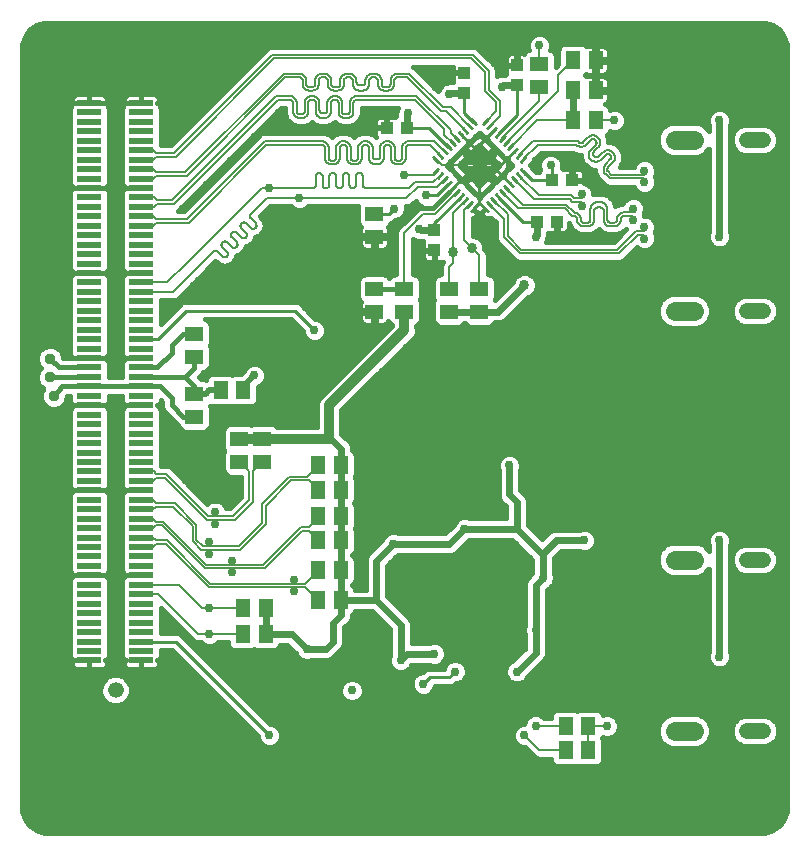
<source format=gbl>
G75*
%MOIN*%
%OFA0B0*%
%FSLAX25Y25*%
%IPPOS*%
%LPD*%
%AMOC8*
5,1,8,0,0,1.08239X$1,22.5*
%
%ADD10R,0.08100X0.02100*%
%ADD11C,0.05250*%
%ADD12R,0.05906X0.05118*%
%ADD13R,0.05118X0.05906*%
%ADD14C,0.06496*%
%ADD15C,0.05315*%
%ADD16C,0.01102*%
%ADD17C,0.01142*%
%ADD18C,0.03369*%
%ADD19R,0.03937X0.04331*%
%ADD20R,0.04331X0.03937*%
%ADD21C,0.01600*%
%ADD22C,0.03762*%
%ADD23C,0.01000*%
%ADD24C,0.02975*%
%ADD25C,0.00700*%
%ADD26C,0.00600*%
%ADD27C,0.03200*%
%ADD28C,0.02400*%
%ADD29C,0.02000*%
%ADD30C,0.00800*%
D10*
X0046800Y0062815D03*
X0046800Y0065965D03*
X0046800Y0069114D03*
X0046800Y0072264D03*
X0046800Y0075413D03*
X0046800Y0078563D03*
X0046800Y0081713D03*
X0046800Y0084862D03*
X0046800Y0088012D03*
X0046800Y0091162D03*
X0046800Y0094311D03*
X0046800Y0097461D03*
X0046800Y0100610D03*
X0046800Y0103760D03*
X0046800Y0106910D03*
X0046800Y0110059D03*
X0046800Y0113209D03*
X0046800Y0116358D03*
X0046800Y0119508D03*
X0046800Y0122658D03*
X0046800Y0125807D03*
X0046800Y0128957D03*
X0046800Y0132106D03*
X0046800Y0135256D03*
X0046800Y0138406D03*
X0046800Y0141555D03*
X0046800Y0144705D03*
X0046800Y0147854D03*
X0046800Y0151004D03*
X0046800Y0154154D03*
X0046800Y0157303D03*
X0046800Y0160453D03*
X0046800Y0163602D03*
X0046800Y0166752D03*
X0046800Y0169902D03*
X0046800Y0173051D03*
X0046800Y0176201D03*
X0046800Y0179351D03*
X0046800Y0182500D03*
X0046800Y0185650D03*
X0046800Y0188799D03*
X0046800Y0191949D03*
X0046800Y0195099D03*
X0046800Y0198248D03*
X0046800Y0201398D03*
X0046800Y0204547D03*
X0046800Y0207697D03*
X0046800Y0210847D03*
X0046800Y0213996D03*
X0046800Y0217146D03*
X0046800Y0220295D03*
X0046800Y0223445D03*
X0046800Y0226595D03*
X0046800Y0229744D03*
X0046800Y0232894D03*
X0046800Y0236043D03*
X0046800Y0239193D03*
X0046800Y0242343D03*
X0046800Y0245492D03*
X0046800Y0248642D03*
X0064123Y0248642D03*
X0064123Y0245492D03*
X0064123Y0242343D03*
X0064123Y0239193D03*
X0064123Y0236043D03*
X0064123Y0232894D03*
X0064123Y0229744D03*
X0064123Y0226595D03*
X0064123Y0223445D03*
X0064123Y0220295D03*
X0064123Y0217146D03*
X0064123Y0213996D03*
X0064123Y0210847D03*
X0064123Y0207697D03*
X0064123Y0204547D03*
X0064123Y0201398D03*
X0064123Y0198248D03*
X0064123Y0195099D03*
X0064123Y0191949D03*
X0064123Y0188799D03*
X0064123Y0185650D03*
X0064123Y0182500D03*
X0064123Y0179351D03*
X0064123Y0176201D03*
X0064123Y0173051D03*
X0064123Y0169902D03*
X0064123Y0166752D03*
X0064123Y0163602D03*
X0064123Y0160453D03*
X0064123Y0157303D03*
X0064123Y0154154D03*
X0064123Y0151004D03*
X0064123Y0147854D03*
X0064123Y0144705D03*
X0064123Y0141555D03*
X0064123Y0138406D03*
X0064123Y0135256D03*
X0064123Y0132106D03*
X0064123Y0128957D03*
X0064123Y0125807D03*
X0064123Y0122658D03*
X0064123Y0119508D03*
X0064123Y0116358D03*
X0064123Y0113209D03*
X0064123Y0110059D03*
X0064123Y0106910D03*
X0064123Y0103760D03*
X0064123Y0100610D03*
X0064123Y0097461D03*
X0064123Y0094311D03*
X0064123Y0091162D03*
X0064123Y0088012D03*
X0064123Y0084862D03*
X0064123Y0081713D03*
X0064123Y0078563D03*
X0064123Y0075413D03*
X0064123Y0072264D03*
X0064123Y0069114D03*
X0064123Y0065965D03*
X0064123Y0062815D03*
D11*
X0055500Y0052915D03*
D12*
X0096800Y0129075D03*
X0096800Y0136555D03*
X0104300Y0136555D03*
X0104300Y0129075D03*
X0081800Y0144075D03*
X0081800Y0151555D03*
X0081800Y0164075D03*
X0081800Y0171555D03*
X0141800Y0179075D03*
X0141800Y0186555D03*
X0151800Y0186555D03*
X0151800Y0179075D03*
X0166800Y0179075D03*
X0166800Y0186555D03*
X0176800Y0186555D03*
X0176800Y0179075D03*
X0141800Y0204075D03*
X0141800Y0211555D03*
X0196800Y0254075D03*
X0196800Y0261555D03*
D13*
X0208060Y0262815D03*
X0215540Y0262815D03*
X0215540Y0252815D03*
X0208060Y0252815D03*
X0208060Y0242815D03*
X0215540Y0242815D03*
X0130540Y0127815D03*
X0123060Y0127815D03*
X0123060Y0119690D03*
X0130540Y0119690D03*
X0130540Y0110940D03*
X0123060Y0110940D03*
X0123060Y0102815D03*
X0130540Y0102815D03*
X0130540Y0092815D03*
X0123060Y0092815D03*
X0123060Y0082815D03*
X0130540Y0082815D03*
X0105540Y0080315D03*
X0098060Y0080315D03*
X0098060Y0071565D03*
X0105540Y0071565D03*
X0098040Y0152815D03*
X0090560Y0152815D03*
X0205560Y0040940D03*
X0213040Y0040940D03*
X0213040Y0032815D03*
X0205560Y0032815D03*
D14*
X0241859Y0039272D02*
X0248355Y0039272D01*
X0248355Y0096358D02*
X0241859Y0096358D01*
X0241859Y0179272D02*
X0248355Y0179272D01*
X0248355Y0236358D02*
X0241859Y0236358D01*
D15*
X0265914Y0236358D02*
X0271229Y0236358D01*
X0271229Y0179272D02*
X0265914Y0179272D01*
X0265914Y0096358D02*
X0271229Y0096358D01*
X0271229Y0039272D02*
X0265914Y0039272D01*
D16*
X0179611Y0212476D02*
X0178025Y0214062D01*
X0179417Y0215454D02*
X0181003Y0213868D01*
X0182395Y0215260D02*
X0180809Y0216846D01*
X0182201Y0218238D02*
X0183787Y0216652D01*
X0185179Y0218044D02*
X0183593Y0219630D01*
X0184985Y0221022D02*
X0186571Y0219436D01*
X0187963Y0220828D02*
X0186377Y0222414D01*
X0187769Y0223806D02*
X0189355Y0222220D01*
X0190747Y0223612D02*
X0189161Y0225198D01*
X0190553Y0226590D02*
X0192139Y0225004D01*
X0190553Y0229040D02*
X0192139Y0230626D01*
X0190747Y0232018D02*
X0189161Y0230432D01*
X0187769Y0231824D02*
X0189355Y0233410D01*
X0187963Y0234802D02*
X0186377Y0233216D01*
X0184985Y0234608D02*
X0186571Y0236194D01*
X0185179Y0237586D02*
X0183593Y0236000D01*
X0182201Y0237392D02*
X0183787Y0238978D01*
X0182395Y0240370D02*
X0180809Y0238784D01*
X0179417Y0240176D02*
X0181003Y0241762D01*
X0179611Y0243154D02*
X0178025Y0241568D01*
X0175575Y0241568D02*
X0173989Y0243154D01*
X0172597Y0241762D02*
X0174183Y0240176D01*
X0172791Y0238784D02*
X0171205Y0240370D01*
X0169813Y0238978D02*
X0171399Y0237392D01*
X0170007Y0236000D02*
X0168421Y0237586D01*
X0167029Y0236194D02*
X0168615Y0234608D01*
X0167223Y0233216D02*
X0165637Y0234802D01*
X0164245Y0233410D02*
X0165831Y0231824D01*
X0164439Y0230432D02*
X0162853Y0232018D01*
X0161461Y0230626D02*
X0163047Y0229040D01*
X0163047Y0226590D02*
X0161461Y0225004D01*
X0162853Y0223612D02*
X0164439Y0225198D01*
X0165831Y0223806D02*
X0164245Y0222220D01*
X0165637Y0220828D02*
X0167223Y0222414D01*
X0168615Y0221022D02*
X0167029Y0219436D01*
X0168421Y0218044D02*
X0170007Y0219630D01*
X0171399Y0218238D02*
X0169813Y0216652D01*
X0171205Y0215260D02*
X0172791Y0216846D01*
X0174183Y0215454D02*
X0172597Y0213868D01*
X0173989Y0212476D02*
X0175575Y0214062D01*
D17*
X0184064Y0227815D02*
X0176800Y0235079D01*
X0184064Y0227815D02*
X0176800Y0220551D01*
X0169536Y0227815D01*
X0176800Y0235079D01*
X0177941Y0221692D02*
X0175659Y0221692D01*
X0174518Y0222833D02*
X0179082Y0222833D01*
X0180223Y0223974D02*
X0173377Y0223974D01*
X0172236Y0225115D02*
X0181364Y0225115D01*
X0182505Y0226256D02*
X0171095Y0226256D01*
X0169954Y0227397D02*
X0183646Y0227397D01*
X0183341Y0228538D02*
X0170259Y0228538D01*
X0171400Y0229679D02*
X0182200Y0229679D01*
X0181059Y0230820D02*
X0172541Y0230820D01*
X0173682Y0231961D02*
X0179918Y0231961D01*
X0178777Y0233102D02*
X0174823Y0233102D01*
X0175964Y0234243D02*
X0177636Y0234243D01*
D18*
X0176800Y0233383D03*
X0176800Y0227815D03*
X0176800Y0222247D03*
X0171232Y0227815D03*
X0182368Y0227815D03*
X0174300Y0200315D03*
X0168050Y0199065D03*
X0191800Y0187815D03*
X0209300Y0185315D03*
X0151800Y0172815D03*
X0171800Y0088383D03*
X0171800Y0082815D03*
X0166232Y0082815D03*
X0171800Y0077247D03*
X0177368Y0082815D03*
D19*
X0161800Y0199469D03*
X0161800Y0206162D03*
X0171800Y0251969D03*
X0171800Y0258662D03*
X0189300Y0261162D03*
X0189300Y0254469D03*
D20*
X0200954Y0222815D03*
X0207646Y0222815D03*
X0202646Y0209065D03*
X0195954Y0209065D03*
X0152646Y0240315D03*
X0145954Y0240315D03*
D21*
X0024308Y0012622D02*
X0025157Y0010009D01*
X0026772Y0007787D01*
X0028994Y0006172D01*
X0031607Y0005323D01*
X0032980Y0005215D01*
X0270620Y0005215D01*
X0271993Y0005323D01*
X0274606Y0006172D01*
X0276828Y0007787D01*
X0278443Y0010009D01*
X0279292Y0012622D01*
X0279400Y0013995D01*
X0279400Y0266635D01*
X0279292Y0268008D01*
X0278443Y0270621D01*
X0276828Y0272843D01*
X0274606Y0274458D01*
X0271993Y0275307D01*
X0270620Y0275415D01*
X0032980Y0275415D01*
X0031607Y0275307D01*
X0028994Y0274458D01*
X0026772Y0272843D01*
X0025157Y0270621D01*
X0024308Y0268008D01*
X0024200Y0266635D01*
X0024200Y0013995D01*
X0024308Y0012622D01*
X0024378Y0012406D02*
X0279222Y0012406D01*
X0279400Y0014005D02*
X0024200Y0014005D01*
X0024200Y0015603D02*
X0279400Y0015603D01*
X0279400Y0017202D02*
X0024200Y0017202D01*
X0024200Y0018800D02*
X0279400Y0018800D01*
X0279400Y0020399D02*
X0024200Y0020399D01*
X0024200Y0021997D02*
X0279400Y0021997D01*
X0279400Y0023596D02*
X0024200Y0023596D01*
X0024200Y0025194D02*
X0279400Y0025194D01*
X0279400Y0026793D02*
X0024200Y0026793D01*
X0024200Y0028391D02*
X0201078Y0028391D01*
X0200966Y0028503D02*
X0201641Y0027828D01*
X0202523Y0027462D01*
X0208596Y0027462D01*
X0209300Y0027754D01*
X0210004Y0027462D01*
X0216077Y0027462D01*
X0216959Y0027828D01*
X0217634Y0028503D01*
X0217999Y0029385D01*
X0217999Y0036245D01*
X0217737Y0036878D01*
X0217915Y0037306D01*
X0218527Y0037053D01*
X0220073Y0037053D01*
X0221502Y0037644D01*
X0222596Y0038738D01*
X0223187Y0040167D01*
X0223187Y0041713D01*
X0222596Y0043142D01*
X0221502Y0044236D01*
X0220073Y0044827D01*
X0218527Y0044827D01*
X0217915Y0044574D01*
X0217634Y0045252D01*
X0216959Y0045927D01*
X0216077Y0046293D01*
X0210004Y0046293D01*
X0209300Y0046001D01*
X0208596Y0046293D01*
X0202523Y0046293D01*
X0201641Y0045927D01*
X0200966Y0045252D01*
X0200601Y0044370D01*
X0200601Y0043640D01*
X0198348Y0043640D01*
X0197752Y0044236D01*
X0196323Y0044827D01*
X0194777Y0044827D01*
X0193348Y0044236D01*
X0192254Y0043142D01*
X0191663Y0041713D01*
X0191663Y0041702D01*
X0191027Y0041702D01*
X0189598Y0041111D01*
X0188504Y0040017D01*
X0187913Y0038588D01*
X0187913Y0037042D01*
X0188504Y0035613D01*
X0189598Y0034519D01*
X0191027Y0033928D01*
X0191869Y0033928D01*
X0195271Y0030526D01*
X0196263Y0030115D01*
X0200601Y0030115D01*
X0200601Y0029385D01*
X0200966Y0028503D01*
X0200601Y0029990D02*
X0024200Y0029990D01*
X0024200Y0031588D02*
X0194208Y0031588D01*
X0192610Y0033187D02*
X0024200Y0033187D01*
X0024200Y0034785D02*
X0104332Y0034785D01*
X0104598Y0034519D02*
X0106027Y0033928D01*
X0107573Y0033928D01*
X0109002Y0034519D01*
X0110096Y0035613D01*
X0110687Y0037042D01*
X0110687Y0038588D01*
X0110096Y0040017D01*
X0109002Y0041111D01*
X0107573Y0041702D01*
X0107014Y0041702D01*
X0077959Y0070757D01*
X0077143Y0071573D01*
X0076078Y0072014D01*
X0070573Y0072014D01*
X0070573Y0073791D01*
X0070553Y0073839D01*
X0070573Y0073886D01*
X0070573Y0076941D01*
X0070553Y0076988D01*
X0070573Y0077036D01*
X0070573Y0080091D01*
X0070553Y0080138D01*
X0070573Y0080185D01*
X0070573Y0080224D01*
X0081521Y0069276D01*
X0082513Y0068865D01*
X0084002Y0068865D01*
X0084598Y0068269D01*
X0086027Y0067678D01*
X0087573Y0067678D01*
X0089002Y0068269D01*
X0089598Y0068865D01*
X0093101Y0068865D01*
X0093101Y0068135D01*
X0093466Y0067253D01*
X0094141Y0066578D01*
X0095023Y0066212D01*
X0101096Y0066212D01*
X0101800Y0066504D01*
X0102504Y0066212D01*
X0108577Y0066212D01*
X0109459Y0066578D01*
X0110134Y0067253D01*
X0110429Y0067965D01*
X0112809Y0067965D01*
X0115717Y0065057D01*
X0116004Y0064363D01*
X0117098Y0063269D01*
X0118527Y0062678D01*
X0120073Y0062678D01*
X0120767Y0062965D01*
X0126266Y0062965D01*
X0127589Y0063513D01*
X0128602Y0064526D01*
X0130089Y0066013D01*
X0131102Y0067026D01*
X0131650Y0068349D01*
X0131650Y0073824D01*
X0132589Y0074763D01*
X0133602Y0075776D01*
X0134150Y0077099D01*
X0134150Y0077700D01*
X0134459Y0077828D01*
X0135134Y0078503D01*
X0135429Y0079215D01*
X0140934Y0079215D01*
X0146950Y0073199D01*
X0146950Y0064282D01*
X0146663Y0063588D01*
X0146663Y0062042D01*
X0147254Y0060613D01*
X0148348Y0059519D01*
X0149777Y0058928D01*
X0151323Y0058928D01*
X0152752Y0059519D01*
X0153846Y0060613D01*
X0154133Y0061307D01*
X0154229Y0061403D01*
X0160333Y0061403D01*
X0161027Y0061115D01*
X0162573Y0061115D01*
X0164002Y0061707D01*
X0165096Y0062801D01*
X0165687Y0064229D01*
X0165687Y0065776D01*
X0165096Y0067205D01*
X0164002Y0068298D01*
X0162573Y0068890D01*
X0161027Y0068890D01*
X0160333Y0068603D01*
X0154150Y0068603D01*
X0154150Y0075406D01*
X0153602Y0076729D01*
X0146025Y0084306D01*
X0146025Y0094449D01*
X0149541Y0097965D01*
X0167516Y0097965D01*
X0168839Y0098513D01*
X0173291Y0102965D01*
X0187809Y0102965D01*
X0194450Y0096324D01*
X0194450Y0091806D01*
X0192498Y0089854D01*
X0191950Y0088531D01*
X0191950Y0074282D01*
X0191663Y0073588D01*
X0191663Y0072042D01*
X0191950Y0071348D01*
X0191950Y0066806D01*
X0187792Y0062648D01*
X0187098Y0062361D01*
X0186004Y0061267D01*
X0185413Y0059838D01*
X0185413Y0058292D01*
X0186004Y0056863D01*
X0187098Y0055769D01*
X0188527Y0055178D01*
X0190073Y0055178D01*
X0191502Y0055769D01*
X0192596Y0056863D01*
X0192883Y0057557D01*
X0198602Y0063276D01*
X0199150Y0064599D01*
X0199150Y0071348D01*
X0199437Y0072042D01*
X0199437Y0073588D01*
X0199150Y0074282D01*
X0199150Y0086324D01*
X0199558Y0086732D01*
X0200252Y0087019D01*
X0201346Y0088113D01*
X0201937Y0089542D01*
X0201937Y0091088D01*
X0201650Y0091782D01*
X0201650Y0096949D01*
X0203916Y0099215D01*
X0210333Y0099215D01*
X0211027Y0098928D01*
X0212573Y0098928D01*
X0214002Y0099519D01*
X0215096Y0100613D01*
X0215687Y0102042D01*
X0215687Y0103588D01*
X0215096Y0105017D01*
X0214002Y0106111D01*
X0212573Y0106702D01*
X0211027Y0106702D01*
X0210333Y0106415D01*
X0201709Y0106415D01*
X0200386Y0105867D01*
X0197737Y0103219D01*
X0192900Y0108056D01*
X0192900Y0116344D01*
X0192352Y0117667D01*
X0190400Y0119619D01*
X0190400Y0126348D01*
X0190687Y0127042D01*
X0190687Y0128588D01*
X0190096Y0130017D01*
X0189002Y0131111D01*
X0187573Y0131702D01*
X0186027Y0131702D01*
X0184598Y0131111D01*
X0183504Y0130017D01*
X0182913Y0128588D01*
X0182913Y0127042D01*
X0183200Y0126348D01*
X0183200Y0117411D01*
X0183748Y0116088D01*
X0184761Y0115076D01*
X0185700Y0114136D01*
X0185700Y0110165D01*
X0173267Y0110165D01*
X0172573Y0110452D01*
X0171027Y0110452D01*
X0169598Y0109861D01*
X0168504Y0108767D01*
X0168217Y0108073D01*
X0165309Y0105165D01*
X0149517Y0105165D01*
X0148823Y0105452D01*
X0147277Y0105452D01*
X0145848Y0104861D01*
X0144754Y0103767D01*
X0144467Y0103073D01*
X0139373Y0097979D01*
X0138825Y0096656D01*
X0138825Y0086415D01*
X0135429Y0086415D01*
X0135134Y0087127D01*
X0134459Y0087802D01*
X0134428Y0087815D01*
X0134459Y0087828D01*
X0135134Y0088503D01*
X0135499Y0089385D01*
X0135499Y0096245D01*
X0135134Y0097127D01*
X0139020Y0097127D01*
X0138825Y0095529D02*
X0135499Y0095529D01*
X0135499Y0093930D02*
X0138825Y0093930D01*
X0138825Y0092332D02*
X0135499Y0092332D01*
X0135499Y0090733D02*
X0138825Y0090733D01*
X0138825Y0089135D02*
X0135396Y0089135D01*
X0134725Y0087536D02*
X0138825Y0087536D01*
X0146025Y0087536D02*
X0191950Y0087536D01*
X0191950Y0085938D02*
X0146025Y0085938D01*
X0146025Y0084339D02*
X0191950Y0084339D01*
X0191950Y0082741D02*
X0147591Y0082741D01*
X0149189Y0081142D02*
X0191950Y0081142D01*
X0191950Y0079544D02*
X0150788Y0079544D01*
X0152386Y0077945D02*
X0191950Y0077945D01*
X0191950Y0076347D02*
X0153760Y0076347D01*
X0154150Y0074748D02*
X0191950Y0074748D01*
X0191663Y0073150D02*
X0154150Y0073150D01*
X0154150Y0071551D02*
X0191866Y0071551D01*
X0191950Y0069953D02*
X0154150Y0069953D01*
X0146950Y0069953D02*
X0131650Y0069953D01*
X0131650Y0071551D02*
X0146950Y0071551D01*
X0146950Y0073150D02*
X0131650Y0073150D01*
X0132574Y0074748D02*
X0145401Y0074748D01*
X0143802Y0076347D02*
X0133838Y0076347D01*
X0134576Y0077945D02*
X0142204Y0077945D01*
X0132589Y0074763D02*
X0132589Y0074763D01*
X0131650Y0068354D02*
X0146950Y0068354D01*
X0146950Y0066756D02*
X0130832Y0066756D01*
X0130089Y0066013D02*
X0130089Y0066013D01*
X0129233Y0065157D02*
X0146950Y0065157D01*
X0146663Y0063559D02*
X0127635Y0063559D01*
X0128602Y0064526D02*
X0128602Y0064526D01*
X0132098Y0056111D02*
X0131004Y0055017D01*
X0130413Y0053588D01*
X0130413Y0052042D01*
X0131004Y0050613D01*
X0132098Y0049519D01*
X0133527Y0048928D01*
X0135073Y0048928D01*
X0136502Y0049519D01*
X0137596Y0050613D01*
X0138187Y0052042D01*
X0138187Y0053588D01*
X0137596Y0055017D01*
X0136502Y0056111D01*
X0135073Y0056702D01*
X0133527Y0056702D01*
X0132098Y0056111D01*
X0131553Y0055566D02*
X0093150Y0055566D01*
X0091552Y0057164D02*
X0154738Y0057164D01*
X0154754Y0057205D02*
X0154163Y0055776D01*
X0154163Y0054229D01*
X0154754Y0052801D01*
X0155848Y0051707D01*
X0157277Y0051115D01*
X0158823Y0051115D01*
X0160252Y0051707D01*
X0161346Y0052801D01*
X0161937Y0054229D01*
X0161937Y0054290D01*
X0167377Y0054290D01*
X0168443Y0054732D01*
X0168889Y0055178D01*
X0169448Y0055178D01*
X0170877Y0055769D01*
X0171971Y0056863D01*
X0172562Y0058292D01*
X0172562Y0059838D01*
X0171971Y0061267D01*
X0170877Y0062361D01*
X0169448Y0062952D01*
X0167902Y0062952D01*
X0166473Y0062361D01*
X0165379Y0061267D01*
X0164892Y0060090D01*
X0159661Y0060090D01*
X0158595Y0059649D01*
X0157836Y0058890D01*
X0157277Y0058890D01*
X0155848Y0058298D01*
X0154754Y0057205D01*
X0154163Y0055566D02*
X0137047Y0055566D01*
X0138030Y0053967D02*
X0154271Y0053967D01*
X0155186Y0052369D02*
X0138187Y0052369D01*
X0137661Y0050770D02*
X0279400Y0050770D01*
X0279400Y0049172D02*
X0135663Y0049172D01*
X0132937Y0049172D02*
X0099544Y0049172D01*
X0097946Y0050770D02*
X0130939Y0050770D01*
X0130413Y0052369D02*
X0096347Y0052369D01*
X0094749Y0053967D02*
X0130570Y0053967D01*
X0116809Y0063559D02*
X0085158Y0063559D01*
X0083559Y0065157D02*
X0115617Y0065157D01*
X0114018Y0066756D02*
X0109637Y0066756D01*
X0093963Y0066756D02*
X0081961Y0066756D01*
X0080362Y0068354D02*
X0084513Y0068354D01*
X0080844Y0069953D02*
X0078764Y0069953D01*
X0079246Y0071551D02*
X0077165Y0071551D01*
X0077647Y0073150D02*
X0070573Y0073150D01*
X0070573Y0074748D02*
X0076049Y0074748D01*
X0074450Y0076347D02*
X0070573Y0076347D01*
X0070573Y0077945D02*
X0072852Y0077945D01*
X0071253Y0079544D02*
X0070573Y0079544D01*
X0057692Y0080138D02*
X0057673Y0080091D01*
X0057673Y0077036D01*
X0057692Y0076988D01*
X0057673Y0076941D01*
X0057673Y0073886D01*
X0057692Y0073839D01*
X0057673Y0073791D01*
X0057673Y0070737D01*
X0057692Y0070689D01*
X0057673Y0070642D01*
X0057673Y0067587D01*
X0057692Y0067539D01*
X0057673Y0067492D01*
X0057673Y0064437D01*
X0058038Y0063555D01*
X0058273Y0063321D01*
X0058273Y0062815D01*
X0058273Y0061528D01*
X0058395Y0061070D01*
X0058632Y0060660D01*
X0058968Y0060325D01*
X0059378Y0060088D01*
X0059836Y0059965D01*
X0064123Y0059965D01*
X0068410Y0059965D01*
X0068868Y0060088D01*
X0069278Y0060325D01*
X0069613Y0060660D01*
X0069850Y0061070D01*
X0069973Y0061528D01*
X0069973Y0062815D01*
X0069375Y0062815D01*
X0069376Y0062815D01*
X0069973Y0062815D01*
X0069973Y0063321D01*
X0070207Y0063555D01*
X0070573Y0064437D01*
X0070573Y0066214D01*
X0074300Y0066214D01*
X0102913Y0037601D01*
X0102913Y0037042D01*
X0103504Y0035613D01*
X0104598Y0034519D01*
X0103185Y0036384D02*
X0024200Y0036384D01*
X0024200Y0037982D02*
X0102532Y0037982D01*
X0100933Y0039581D02*
X0024200Y0039581D01*
X0024200Y0041179D02*
X0099334Y0041179D01*
X0097736Y0042778D02*
X0024200Y0042778D01*
X0024200Y0044376D02*
X0096137Y0044376D01*
X0094539Y0045975D02*
X0024200Y0045975D01*
X0024200Y0047573D02*
X0092940Y0047573D01*
X0091342Y0049172D02*
X0058863Y0049172D01*
X0058346Y0048655D02*
X0059760Y0050069D01*
X0060525Y0051916D01*
X0060525Y0053915D01*
X0059760Y0055762D01*
X0058346Y0057175D01*
X0056500Y0057940D01*
X0054500Y0057940D01*
X0052654Y0057175D01*
X0051240Y0055762D01*
X0050475Y0053915D01*
X0050475Y0051916D01*
X0051240Y0050069D01*
X0052654Y0048655D01*
X0054500Y0047890D01*
X0056500Y0047890D01*
X0058346Y0048655D01*
X0060051Y0050770D02*
X0089743Y0050770D01*
X0088145Y0052369D02*
X0060525Y0052369D01*
X0060503Y0053967D02*
X0086546Y0053967D01*
X0084948Y0055566D02*
X0059841Y0055566D01*
X0058357Y0057164D02*
X0083349Y0057164D01*
X0081751Y0058763D02*
X0024200Y0058763D01*
X0024200Y0060361D02*
X0041608Y0060361D01*
X0041645Y0060325D02*
X0042055Y0060088D01*
X0042513Y0059965D01*
X0046800Y0059965D01*
X0051087Y0059965D01*
X0051545Y0060088D01*
X0051955Y0060325D01*
X0052290Y0060660D01*
X0052527Y0061070D01*
X0052650Y0061528D01*
X0052650Y0062815D01*
X0052052Y0062815D01*
X0052053Y0062815D01*
X0052650Y0062815D01*
X0052650Y0063321D01*
X0052885Y0063555D01*
X0053250Y0064437D01*
X0053250Y0067492D01*
X0053230Y0067539D01*
X0053250Y0067587D01*
X0053250Y0070642D01*
X0053230Y0070689D01*
X0053250Y0070737D01*
X0053250Y0073791D01*
X0053230Y0073839D01*
X0053250Y0073886D01*
X0053250Y0076941D01*
X0053230Y0076988D01*
X0053250Y0077036D01*
X0053250Y0080091D01*
X0053230Y0080138D01*
X0053250Y0080185D01*
X0053250Y0083240D01*
X0053230Y0083288D01*
X0053250Y0083335D01*
X0053250Y0086390D01*
X0053230Y0086437D01*
X0053250Y0086485D01*
X0053250Y0089539D01*
X0052885Y0090421D01*
X0052650Y0090656D01*
X0052650Y0091161D01*
X0052053Y0091161D01*
X0052053Y0091162D01*
X0052650Y0091162D01*
X0052650Y0091667D01*
X0052885Y0091902D01*
X0053250Y0092784D01*
X0053250Y0095839D01*
X0053230Y0095886D01*
X0053250Y0095933D01*
X0053250Y0098988D01*
X0053230Y0099036D01*
X0053250Y0099083D01*
X0053250Y0102138D01*
X0053230Y0102185D01*
X0053250Y0102233D01*
X0053250Y0105287D01*
X0053230Y0105335D01*
X0053250Y0105382D01*
X0053250Y0108437D01*
X0053230Y0108484D01*
X0053250Y0108532D01*
X0053250Y0111587D01*
X0053230Y0111634D01*
X0053250Y0111681D01*
X0053250Y0114736D01*
X0053230Y0114784D01*
X0053250Y0114831D01*
X0053250Y0117886D01*
X0052885Y0118768D01*
X0052650Y0119002D01*
X0052650Y0119508D01*
X0052650Y0120013D01*
X0052885Y0120248D01*
X0053250Y0121130D01*
X0053250Y0124185D01*
X0053230Y0124232D01*
X0053250Y0124280D01*
X0053250Y0127335D01*
X0053230Y0127382D01*
X0053250Y0127429D01*
X0053250Y0130484D01*
X0053230Y0130532D01*
X0053250Y0130579D01*
X0053250Y0133634D01*
X0053230Y0133681D01*
X0053250Y0133729D01*
X0053250Y0136783D01*
X0053230Y0136831D01*
X0053250Y0136878D01*
X0053250Y0139933D01*
X0053230Y0139980D01*
X0053250Y0140028D01*
X0053250Y0143083D01*
X0053230Y0143130D01*
X0053250Y0143177D01*
X0053250Y0146232D01*
X0052885Y0147114D01*
X0052650Y0147349D01*
X0052650Y0147854D01*
X0052053Y0147854D01*
X0052053Y0147854D01*
X0052650Y0147854D01*
X0052650Y0148360D01*
X0052885Y0148595D01*
X0053250Y0149477D01*
X0053250Y0150954D01*
X0057673Y0150954D01*
X0057673Y0149477D01*
X0058038Y0148595D01*
X0058273Y0148360D01*
X0058273Y0147854D01*
X0058273Y0147349D01*
X0058038Y0147114D01*
X0057673Y0146232D01*
X0057673Y0143177D01*
X0057692Y0143130D01*
X0057673Y0143083D01*
X0057673Y0140028D01*
X0057692Y0139980D01*
X0057673Y0139933D01*
X0057673Y0136878D01*
X0057692Y0136831D01*
X0057673Y0136783D01*
X0057673Y0133729D01*
X0057692Y0133681D01*
X0057673Y0133634D01*
X0057673Y0130579D01*
X0057692Y0130532D01*
X0057673Y0130484D01*
X0057673Y0127429D01*
X0057692Y0127382D01*
X0057673Y0127335D01*
X0057673Y0124280D01*
X0057692Y0124232D01*
X0057673Y0124185D01*
X0057673Y0121130D01*
X0058038Y0120248D01*
X0058273Y0120013D01*
X0058273Y0119508D01*
X0058870Y0119508D01*
X0058870Y0119508D01*
X0058273Y0119508D01*
X0058273Y0119002D01*
X0058038Y0118768D01*
X0057673Y0117886D01*
X0057673Y0114831D01*
X0057692Y0114784D01*
X0057673Y0114736D01*
X0057673Y0111681D01*
X0057692Y0111634D01*
X0057673Y0111587D01*
X0057673Y0108532D01*
X0057692Y0108484D01*
X0057673Y0108437D01*
X0057673Y0105382D01*
X0057692Y0105335D01*
X0057673Y0105287D01*
X0057673Y0102233D01*
X0057692Y0102185D01*
X0057673Y0102138D01*
X0057673Y0099083D01*
X0057692Y0099036D01*
X0057673Y0098988D01*
X0057673Y0095933D01*
X0057692Y0095886D01*
X0057673Y0095839D01*
X0057673Y0092784D01*
X0058038Y0091902D01*
X0058273Y0091667D01*
X0058273Y0091162D01*
X0058870Y0091162D01*
X0058870Y0091162D01*
X0058870Y0091161D01*
X0058273Y0091161D01*
X0058273Y0090656D01*
X0058038Y0090421D01*
X0057673Y0089539D01*
X0057673Y0086485D01*
X0057692Y0086437D01*
X0057673Y0086390D01*
X0057673Y0083335D01*
X0057692Y0083288D01*
X0057673Y0083240D01*
X0057673Y0080185D01*
X0057692Y0080138D01*
X0057673Y0079544D02*
X0053250Y0079544D01*
X0053250Y0081142D02*
X0057673Y0081142D01*
X0057673Y0082741D02*
X0053250Y0082741D01*
X0053250Y0084339D02*
X0057673Y0084339D01*
X0057673Y0085938D02*
X0053250Y0085938D01*
X0053250Y0087536D02*
X0057673Y0087536D01*
X0057673Y0089135D02*
X0053250Y0089135D01*
X0052650Y0090733D02*
X0058273Y0090733D01*
X0057860Y0092332D02*
X0053063Y0092332D01*
X0052053Y0091162D02*
X0052053Y0091162D01*
X0053250Y0093930D02*
X0057673Y0093930D01*
X0057673Y0095529D02*
X0053250Y0095529D01*
X0053250Y0097127D02*
X0057673Y0097127D01*
X0057673Y0098726D02*
X0053250Y0098726D01*
X0053250Y0100324D02*
X0057673Y0100324D01*
X0057673Y0101923D02*
X0053250Y0101923D01*
X0053250Y0103521D02*
X0057673Y0103521D01*
X0057673Y0105120D02*
X0053250Y0105120D01*
X0053250Y0106718D02*
X0057673Y0106718D01*
X0057673Y0108317D02*
X0053250Y0108317D01*
X0053250Y0109915D02*
X0057673Y0109915D01*
X0057673Y0111514D02*
X0053250Y0111514D01*
X0053250Y0113112D02*
X0057673Y0113112D01*
X0057673Y0114711D02*
X0053250Y0114711D01*
X0053250Y0116309D02*
X0057673Y0116309D01*
X0057682Y0117908D02*
X0053241Y0117908D01*
X0052650Y0119506D02*
X0058273Y0119506D01*
X0058870Y0119508D02*
X0058870Y0119508D01*
X0057683Y0121105D02*
X0053240Y0121105D01*
X0053250Y0122703D02*
X0057673Y0122703D01*
X0057673Y0124302D02*
X0053250Y0124302D01*
X0053250Y0125900D02*
X0057673Y0125900D01*
X0057673Y0127499D02*
X0053250Y0127499D01*
X0053250Y0129097D02*
X0057673Y0129097D01*
X0057673Y0130696D02*
X0053250Y0130696D01*
X0053250Y0132294D02*
X0057673Y0132294D01*
X0057673Y0133893D02*
X0053250Y0133893D01*
X0053250Y0135492D02*
X0057673Y0135492D01*
X0057673Y0137090D02*
X0053250Y0137090D01*
X0053250Y0138689D02*
X0057673Y0138689D01*
X0057673Y0140287D02*
X0053250Y0140287D01*
X0053250Y0141886D02*
X0057673Y0141886D01*
X0057673Y0143484D02*
X0053250Y0143484D01*
X0053250Y0145083D02*
X0057673Y0145083D01*
X0057859Y0146681D02*
X0053064Y0146681D01*
X0052053Y0147854D02*
X0052053Y0147854D01*
X0052650Y0148280D02*
X0058273Y0148280D01*
X0058273Y0147854D02*
X0058870Y0147854D01*
X0058273Y0147854D01*
X0058870Y0147854D02*
X0058870Y0147854D01*
X0058870Y0147854D01*
X0057673Y0149878D02*
X0053250Y0149878D01*
X0055511Y0147854D02*
X0055550Y0147815D01*
X0055589Y0147854D01*
X0064123Y0147854D01*
X0069375Y0147854D02*
X0069376Y0147854D01*
X0069375Y0147854D01*
X0069376Y0147854D02*
X0069973Y0147854D01*
X0069973Y0147349D01*
X0070207Y0147114D01*
X0070573Y0146232D01*
X0070573Y0143177D01*
X0070553Y0143130D01*
X0070573Y0143083D01*
X0070573Y0140028D01*
X0070553Y0139980D01*
X0070573Y0139933D01*
X0070573Y0136878D01*
X0070553Y0136831D01*
X0070573Y0136783D01*
X0070573Y0133729D01*
X0070553Y0133681D01*
X0070573Y0133634D01*
X0070573Y0130579D01*
X0070553Y0130532D01*
X0070573Y0130484D01*
X0070573Y0127678D01*
X0072898Y0127678D01*
X0073890Y0127267D01*
X0086072Y0115085D01*
X0086473Y0115485D01*
X0087902Y0116077D01*
X0089448Y0116077D01*
X0090877Y0115485D01*
X0091971Y0114392D01*
X0092292Y0113615D01*
X0093558Y0113615D01*
X0097250Y0117307D01*
X0097250Y0124116D01*
X0093370Y0124116D01*
X0092488Y0124481D01*
X0091813Y0125156D01*
X0091447Y0126038D01*
X0091447Y0132111D01*
X0091739Y0132815D01*
X0091447Y0133519D01*
X0091447Y0139592D01*
X0091813Y0140474D01*
X0092488Y0141149D01*
X0093370Y0141514D01*
X0100230Y0141514D01*
X0100550Y0141382D01*
X0100870Y0141514D01*
X0107730Y0141514D01*
X0108612Y0141149D01*
X0109206Y0140555D01*
X0122800Y0140555D01*
X0122800Y0148611D01*
X0123409Y0150081D01*
X0147715Y0174387D01*
X0147488Y0174481D01*
X0146813Y0175156D01*
X0146472Y0175978D01*
X0146430Y0175821D01*
X0146193Y0175411D01*
X0145858Y0175075D01*
X0145448Y0174839D01*
X0144990Y0174716D01*
X0142280Y0174716D01*
X0142280Y0178595D01*
X0141320Y0178595D01*
X0137047Y0178595D01*
X0137047Y0176279D01*
X0137170Y0175821D01*
X0137407Y0175411D01*
X0137742Y0175075D01*
X0138152Y0174839D01*
X0138610Y0174716D01*
X0141320Y0174716D01*
X0141320Y0178595D01*
X0141320Y0179554D01*
X0137047Y0179554D01*
X0137047Y0181871D01*
X0137159Y0182290D01*
X0136813Y0182637D01*
X0136447Y0183519D01*
X0136447Y0189592D01*
X0136813Y0190474D01*
X0137488Y0191149D01*
X0138370Y0191514D01*
X0145230Y0191514D01*
X0146112Y0191149D01*
X0146787Y0190474D01*
X0146800Y0190443D01*
X0146813Y0190474D01*
X0147488Y0191149D01*
X0148370Y0191514D01*
X0149100Y0191514D01*
X0149100Y0205852D01*
X0149511Y0206844D01*
X0156521Y0213854D01*
X0157456Y0214242D01*
X0156785Y0214519D01*
X0155692Y0215613D01*
X0155504Y0216067D01*
X0153983Y0214546D01*
X0152972Y0214128D01*
X0152250Y0214128D01*
X0152250Y0212667D01*
X0151658Y0211238D01*
X0150565Y0210144D01*
X0149136Y0209553D01*
X0148576Y0209553D01*
X0148120Y0209097D01*
X0147153Y0208696D01*
X0147153Y0208519D01*
X0146787Y0207637D01*
X0146441Y0207290D01*
X0146553Y0206871D01*
X0146553Y0204554D01*
X0142280Y0204554D01*
X0142280Y0203595D01*
X0146553Y0203595D01*
X0146553Y0201279D01*
X0146430Y0200821D01*
X0146193Y0200411D01*
X0145858Y0200075D01*
X0145448Y0199839D01*
X0144990Y0199716D01*
X0142280Y0199716D01*
X0142280Y0203595D01*
X0141320Y0203595D01*
X0137047Y0203595D01*
X0137047Y0201279D01*
X0137170Y0200821D01*
X0137407Y0200411D01*
X0137742Y0200075D01*
X0138152Y0199839D01*
X0138610Y0199716D01*
X0141320Y0199716D01*
X0141320Y0203595D01*
X0141320Y0204554D01*
X0137047Y0204554D01*
X0137047Y0206871D01*
X0137159Y0207290D01*
X0136813Y0207637D01*
X0136447Y0208519D01*
X0136447Y0214128D01*
X0119548Y0214128D01*
X0119002Y0213582D01*
X0117573Y0212990D01*
X0116027Y0212990D01*
X0114598Y0213582D01*
X0114002Y0214178D01*
X0106981Y0214178D01*
X0103690Y0210887D01*
X0104464Y0210113D01*
X0104795Y0209782D01*
X0104795Y0209782D01*
X0105315Y0207841D01*
X0105315Y0207841D01*
X0104795Y0205900D01*
X0104795Y0205900D01*
X0104366Y0205471D01*
X0104366Y0205471D01*
X0104028Y0205133D01*
X0103607Y0204712D01*
X0103607Y0204712D01*
X0103276Y0204381D01*
X0103276Y0204381D01*
X0101977Y0204033D01*
X0101629Y0202734D01*
X0101629Y0202734D01*
X0101201Y0202306D01*
X0101201Y0202306D01*
X0100872Y0201977D01*
X0100441Y0201546D01*
X0100441Y0201546D01*
X0100110Y0201215D01*
X0100110Y0201215D01*
X0098812Y0200867D01*
X0098464Y0199569D01*
X0098464Y0199569D01*
X0098133Y0199238D01*
X0098133Y0199238D01*
X0097689Y0198794D01*
X0097374Y0198478D01*
X0097374Y0198478D01*
X0096945Y0198050D01*
X0096945Y0198050D01*
X0095646Y0197702D01*
X0095298Y0196403D01*
X0095298Y0196403D01*
X0094968Y0196072D01*
X0094968Y0196072D01*
X0094526Y0195631D01*
X0094208Y0195313D01*
X0094208Y0195313D01*
X0093780Y0194884D01*
X0093780Y0194884D01*
X0091838Y0194364D01*
X0091838Y0194364D01*
X0089897Y0194884D01*
X0089897Y0194884D01*
X0089567Y0195215D01*
X0089567Y0195215D01*
X0088792Y0195989D01*
X0083244Y0190441D01*
X0083194Y0190320D01*
X0076966Y0184092D01*
X0076192Y0183318D01*
X0075182Y0182900D01*
X0070573Y0182900D01*
X0070573Y0180973D01*
X0070553Y0180925D01*
X0070573Y0180878D01*
X0070573Y0177823D01*
X0070553Y0177776D01*
X0070573Y0177728D01*
X0070573Y0175064D01*
X0076529Y0181020D01*
X0077345Y0181836D01*
X0078411Y0182278D01*
X0115814Y0182278D01*
X0116880Y0181836D01*
X0122014Y0176702D01*
X0122573Y0176702D01*
X0124002Y0176111D01*
X0125096Y0175017D01*
X0125687Y0173588D01*
X0125687Y0172042D01*
X0125096Y0170613D01*
X0124002Y0169519D01*
X0122573Y0168928D01*
X0121027Y0168928D01*
X0119598Y0169519D01*
X0118504Y0170613D01*
X0117913Y0172042D01*
X0117913Y0172601D01*
X0114036Y0176478D01*
X0085319Y0176478D01*
X0086112Y0176149D01*
X0086787Y0175474D01*
X0087153Y0174592D01*
X0087153Y0168519D01*
X0086861Y0167815D01*
X0087153Y0167111D01*
X0087153Y0161038D01*
X0086787Y0160156D01*
X0086112Y0159481D01*
X0085230Y0159116D01*
X0084767Y0159116D01*
X0084513Y0158502D01*
X0083613Y0157602D01*
X0083314Y0157303D01*
X0084103Y0156514D01*
X0085230Y0156514D01*
X0085642Y0156344D01*
X0085966Y0157127D01*
X0086641Y0157802D01*
X0087523Y0158168D01*
X0093596Y0158168D01*
X0094300Y0157876D01*
X0095004Y0158168D01*
X0097344Y0158168D01*
X0098017Y0158840D01*
X0098504Y0160017D01*
X0099598Y0161111D01*
X0101027Y0161702D01*
X0102573Y0161702D01*
X0104002Y0161111D01*
X0105096Y0160017D01*
X0105687Y0158588D01*
X0105687Y0157042D01*
X0105096Y0155613D01*
X0104002Y0154519D01*
X0102999Y0154104D01*
X0102999Y0149385D01*
X0102634Y0148503D01*
X0101959Y0147828D01*
X0101077Y0147462D01*
X0095004Y0147462D01*
X0094300Y0147754D01*
X0093596Y0147462D01*
X0087523Y0147462D01*
X0086900Y0147720D01*
X0087153Y0147111D01*
X0087153Y0141038D01*
X0086787Y0140156D01*
X0086112Y0139481D01*
X0085230Y0139116D01*
X0078370Y0139116D01*
X0077488Y0139481D01*
X0076813Y0140156D01*
X0076447Y0141038D01*
X0076447Y0141271D01*
X0076227Y0141362D01*
X0075327Y0142262D01*
X0071587Y0146002D01*
X0071100Y0147179D01*
X0071100Y0148990D01*
X0070573Y0149517D01*
X0070573Y0149477D01*
X0070207Y0148595D01*
X0069973Y0148360D01*
X0069973Y0147854D01*
X0069376Y0147854D01*
X0069973Y0148280D02*
X0071100Y0148280D01*
X0071306Y0146681D02*
X0070387Y0146681D01*
X0070573Y0145083D02*
X0072507Y0145083D01*
X0074106Y0143484D02*
X0070573Y0143484D01*
X0070573Y0141886D02*
X0075704Y0141886D01*
X0076758Y0140287D02*
X0070573Y0140287D01*
X0070573Y0138689D02*
X0091447Y0138689D01*
X0091447Y0137090D02*
X0070573Y0137090D01*
X0070573Y0135492D02*
X0091447Y0135492D01*
X0091447Y0133893D02*
X0070573Y0133893D01*
X0070573Y0132294D02*
X0091523Y0132294D01*
X0091447Y0130696D02*
X0070573Y0130696D01*
X0070573Y0129097D02*
X0091447Y0129097D01*
X0091447Y0127499D02*
X0073329Y0127499D01*
X0075257Y0125900D02*
X0091504Y0125900D01*
X0092921Y0124302D02*
X0076855Y0124302D01*
X0078454Y0122703D02*
X0097250Y0122703D01*
X0097250Y0121105D02*
X0080052Y0121105D01*
X0081651Y0119506D02*
X0097250Y0119506D01*
X0097250Y0117908D02*
X0083249Y0117908D01*
X0084848Y0116309D02*
X0096252Y0116309D01*
X0094654Y0114711D02*
X0091652Y0114711D01*
X0091735Y0140287D02*
X0086841Y0140287D01*
X0087153Y0141886D02*
X0122800Y0141886D01*
X0122800Y0143484D02*
X0087153Y0143484D01*
X0087153Y0145083D02*
X0122800Y0145083D01*
X0122800Y0146681D02*
X0087153Y0146681D01*
X0081800Y0144075D02*
X0078040Y0144075D01*
X0074300Y0147815D01*
X0074300Y0150315D01*
X0070461Y0154154D01*
X0064123Y0154154D01*
X0046800Y0154154D01*
X0037514Y0154154D01*
X0034925Y0150940D01*
X0038319Y0148280D02*
X0040950Y0148280D01*
X0040950Y0148360D02*
X0040950Y0147854D01*
X0040950Y0147349D01*
X0040715Y0147114D01*
X0040350Y0146232D01*
X0040350Y0143177D01*
X0040370Y0143130D01*
X0040350Y0143083D01*
X0040350Y0140028D01*
X0040370Y0139980D01*
X0040350Y0139933D01*
X0040350Y0136878D01*
X0040370Y0136831D01*
X0040350Y0136783D01*
X0040350Y0133729D01*
X0040370Y0133681D01*
X0040350Y0133634D01*
X0040350Y0130579D01*
X0040370Y0130532D01*
X0040350Y0130484D01*
X0040350Y0127429D01*
X0040370Y0127382D01*
X0040350Y0127335D01*
X0040350Y0124280D01*
X0040370Y0124232D01*
X0040350Y0124185D01*
X0040350Y0121130D01*
X0040715Y0120248D01*
X0040950Y0120013D01*
X0040950Y0119508D01*
X0041547Y0119508D01*
X0041547Y0119508D01*
X0040950Y0119508D01*
X0040950Y0119002D01*
X0040715Y0118768D01*
X0040350Y0117886D01*
X0040350Y0114831D01*
X0040370Y0114784D01*
X0040350Y0114736D01*
X0040350Y0111681D01*
X0040370Y0111634D01*
X0040350Y0111587D01*
X0040350Y0108532D01*
X0040370Y0108484D01*
X0040350Y0108437D01*
X0040350Y0105382D01*
X0040370Y0105335D01*
X0040350Y0105287D01*
X0040350Y0102233D01*
X0040370Y0102185D01*
X0040350Y0102138D01*
X0040350Y0099083D01*
X0040370Y0099036D01*
X0040350Y0098988D01*
X0040350Y0095933D01*
X0040370Y0095886D01*
X0040350Y0095839D01*
X0040350Y0092784D01*
X0040715Y0091902D01*
X0040950Y0091667D01*
X0040950Y0091162D01*
X0041547Y0091162D01*
X0041547Y0091162D01*
X0041547Y0091161D02*
X0040950Y0091161D01*
X0040950Y0090656D01*
X0040715Y0090421D01*
X0040350Y0089539D01*
X0040350Y0086485D01*
X0040370Y0086437D01*
X0040350Y0086390D01*
X0040350Y0083335D01*
X0040370Y0083288D01*
X0040350Y0083240D01*
X0040350Y0080185D01*
X0040370Y0080138D01*
X0040350Y0080091D01*
X0040350Y0077036D01*
X0040370Y0076988D01*
X0040350Y0076941D01*
X0040350Y0073886D01*
X0040370Y0073839D01*
X0040350Y0073791D01*
X0040350Y0070737D01*
X0040370Y0070689D01*
X0040350Y0070642D01*
X0040350Y0067587D01*
X0040370Y0067539D01*
X0040350Y0067492D01*
X0040350Y0064437D01*
X0040715Y0063555D01*
X0040950Y0063321D01*
X0040950Y0062815D01*
X0040950Y0061528D01*
X0041073Y0061070D01*
X0041310Y0060660D01*
X0041645Y0060325D01*
X0040950Y0061960D02*
X0024200Y0061960D01*
X0024200Y0063559D02*
X0040714Y0063559D01*
X0040950Y0062815D02*
X0041547Y0062815D01*
X0041548Y0062815D01*
X0040950Y0062815D01*
X0039300Y0062815D02*
X0036800Y0065315D01*
X0036800Y0087815D01*
X0040146Y0091162D01*
X0046800Y0091162D01*
X0055329Y0091162D01*
X0055550Y0090940D01*
X0055771Y0091162D01*
X0064123Y0091162D01*
X0057673Y0077945D02*
X0053250Y0077945D01*
X0053250Y0076347D02*
X0057673Y0076347D01*
X0057673Y0074748D02*
X0053250Y0074748D01*
X0053250Y0073150D02*
X0057673Y0073150D01*
X0057673Y0071551D02*
X0053250Y0071551D01*
X0053250Y0069953D02*
X0057673Y0069953D01*
X0057673Y0068354D02*
X0053250Y0068354D01*
X0053250Y0066756D02*
X0057673Y0066756D01*
X0057673Y0065157D02*
X0053250Y0065157D01*
X0052886Y0063559D02*
X0058037Y0063559D01*
X0058273Y0062815D02*
X0058870Y0062815D01*
X0058870Y0062815D01*
X0058273Y0062815D01*
X0058273Y0061960D02*
X0052650Y0061960D01*
X0051992Y0060361D02*
X0058931Y0060361D01*
X0064123Y0060361D02*
X0064123Y0060361D01*
X0064123Y0059965D02*
X0064123Y0062515D01*
X0064123Y0062515D01*
X0064123Y0059965D01*
X0064123Y0061960D02*
X0064123Y0061960D01*
X0069315Y0060361D02*
X0080152Y0060361D01*
X0078554Y0061960D02*
X0069973Y0061960D01*
X0070209Y0063559D02*
X0076955Y0063559D01*
X0075357Y0065157D02*
X0070573Y0065157D01*
X0086756Y0061960D02*
X0146696Y0061960D01*
X0147506Y0060361D02*
X0088355Y0060361D01*
X0089953Y0058763D02*
X0156970Y0058763D01*
X0153594Y0060361D02*
X0165004Y0060361D01*
X0164255Y0061960D02*
X0166072Y0061960D01*
X0165410Y0063559D02*
X0188702Y0063559D01*
X0190301Y0065157D02*
X0165687Y0065157D01*
X0165282Y0066756D02*
X0191899Y0066756D01*
X0191950Y0068354D02*
X0163867Y0068354D01*
X0171278Y0061960D02*
X0186697Y0061960D01*
X0185629Y0060361D02*
X0172346Y0060361D01*
X0172562Y0058763D02*
X0185413Y0058763D01*
X0185880Y0057164D02*
X0172095Y0057164D01*
X0170386Y0055566D02*
X0187589Y0055566D01*
X0191011Y0055566D02*
X0279400Y0055566D01*
X0279400Y0057164D02*
X0192720Y0057164D01*
X0194089Y0058763D02*
X0279400Y0058763D01*
X0279400Y0060361D02*
X0258017Y0060361D01*
X0257573Y0060178D02*
X0259002Y0060769D01*
X0260096Y0061863D01*
X0260687Y0063292D01*
X0260687Y0064838D01*
X0260400Y0065532D01*
X0260400Y0101348D01*
X0260687Y0102042D01*
X0260687Y0103588D01*
X0260096Y0105017D01*
X0259002Y0106111D01*
X0257573Y0106702D01*
X0256027Y0106702D01*
X0254598Y0106111D01*
X0253504Y0105017D01*
X0252913Y0103588D01*
X0252913Y0102042D01*
X0253200Y0101348D01*
X0253200Y0099421D01*
X0253143Y0099558D01*
X0251554Y0101147D01*
X0249479Y0102006D01*
X0240736Y0102006D01*
X0238660Y0101147D01*
X0237071Y0099558D01*
X0236211Y0097482D01*
X0236211Y0095235D01*
X0237071Y0093159D01*
X0238660Y0091570D01*
X0240736Y0090710D01*
X0249479Y0090710D01*
X0251554Y0091570D01*
X0253143Y0093159D01*
X0253200Y0093296D01*
X0253200Y0065532D01*
X0252913Y0064838D01*
X0252913Y0063292D01*
X0253504Y0061863D01*
X0254598Y0060769D01*
X0256027Y0060178D01*
X0257573Y0060178D01*
X0255583Y0060361D02*
X0195688Y0060361D01*
X0197286Y0061960D02*
X0253464Y0061960D01*
X0252913Y0063559D02*
X0198719Y0063559D01*
X0199150Y0065157D02*
X0253045Y0065157D01*
X0253200Y0066756D02*
X0199150Y0066756D01*
X0199150Y0068354D02*
X0253200Y0068354D01*
X0253200Y0069953D02*
X0199150Y0069953D01*
X0199234Y0071551D02*
X0253200Y0071551D01*
X0253200Y0073150D02*
X0199437Y0073150D01*
X0199150Y0074748D02*
X0253200Y0074748D01*
X0253200Y0076347D02*
X0199150Y0076347D01*
X0199150Y0077945D02*
X0253200Y0077945D01*
X0253200Y0079544D02*
X0199150Y0079544D01*
X0199150Y0081142D02*
X0253200Y0081142D01*
X0253200Y0082741D02*
X0199150Y0082741D01*
X0199150Y0084339D02*
X0253200Y0084339D01*
X0253200Y0085938D02*
X0199150Y0085938D01*
X0200769Y0087536D02*
X0253200Y0087536D01*
X0253200Y0089135D02*
X0201769Y0089135D01*
X0201937Y0090733D02*
X0240680Y0090733D01*
X0237898Y0092332D02*
X0201650Y0092332D01*
X0201650Y0093930D02*
X0236751Y0093930D01*
X0236211Y0095529D02*
X0201650Y0095529D01*
X0201828Y0097127D02*
X0236211Y0097127D01*
X0236726Y0098726D02*
X0203427Y0098726D01*
X0198040Y0103521D02*
X0197435Y0103521D01*
X0195836Y0105120D02*
X0199639Y0105120D01*
X0194238Y0106718D02*
X0279400Y0106718D01*
X0279400Y0105120D02*
X0259993Y0105120D01*
X0260687Y0103521D02*
X0279400Y0103521D01*
X0279400Y0101923D02*
X0260638Y0101923D01*
X0260400Y0100324D02*
X0262728Y0100324D01*
X0263049Y0100646D02*
X0261627Y0099223D01*
X0260857Y0097364D01*
X0260857Y0095352D01*
X0261627Y0093494D01*
X0263049Y0092071D01*
X0264908Y0091301D01*
X0272235Y0091301D01*
X0274094Y0092071D01*
X0275517Y0093494D01*
X0276287Y0095352D01*
X0276287Y0097364D01*
X0275517Y0099223D01*
X0274094Y0100646D01*
X0272235Y0101416D01*
X0264908Y0101416D01*
X0263049Y0100646D01*
X0261421Y0098726D02*
X0260400Y0098726D01*
X0260400Y0097127D02*
X0260857Y0097127D01*
X0260857Y0095529D02*
X0260400Y0095529D01*
X0260400Y0093930D02*
X0261446Y0093930D01*
X0260400Y0092332D02*
X0262788Y0092332D01*
X0260400Y0090733D02*
X0279400Y0090733D01*
X0279400Y0089135D02*
X0260400Y0089135D01*
X0260400Y0087536D02*
X0279400Y0087536D01*
X0279400Y0085938D02*
X0260400Y0085938D01*
X0260400Y0084339D02*
X0279400Y0084339D01*
X0279400Y0082741D02*
X0260400Y0082741D01*
X0260400Y0081142D02*
X0279400Y0081142D01*
X0279400Y0079544D02*
X0260400Y0079544D01*
X0260400Y0077945D02*
X0279400Y0077945D01*
X0279400Y0076347D02*
X0260400Y0076347D01*
X0260400Y0074748D02*
X0279400Y0074748D01*
X0279400Y0073150D02*
X0260400Y0073150D01*
X0260400Y0071551D02*
X0279400Y0071551D01*
X0279400Y0069953D02*
X0260400Y0069953D01*
X0260400Y0068354D02*
X0279400Y0068354D01*
X0279400Y0066756D02*
X0260400Y0066756D01*
X0260555Y0065157D02*
X0279400Y0065157D01*
X0279400Y0063559D02*
X0260687Y0063559D01*
X0260136Y0061960D02*
X0279400Y0061960D01*
X0279400Y0053967D02*
X0161829Y0053967D01*
X0160914Y0052369D02*
X0279400Y0052369D01*
X0279400Y0047573D02*
X0101143Y0047573D01*
X0102741Y0045975D02*
X0201756Y0045975D01*
X0200603Y0044376D02*
X0197412Y0044376D01*
X0193688Y0044376D02*
X0104340Y0044376D01*
X0105938Y0042778D02*
X0192104Y0042778D01*
X0189764Y0041179D02*
X0108836Y0041179D01*
X0110276Y0039581D02*
X0188324Y0039581D01*
X0187913Y0037982D02*
X0110687Y0037982D01*
X0110415Y0036384D02*
X0188185Y0036384D01*
X0189332Y0034785D02*
X0109268Y0034785D01*
X0093101Y0068354D02*
X0089087Y0068354D01*
X0052643Y0057164D02*
X0024200Y0057164D01*
X0024200Y0055566D02*
X0051159Y0055566D01*
X0050497Y0053967D02*
X0024200Y0053967D01*
X0024200Y0052369D02*
X0050475Y0052369D01*
X0050949Y0050770D02*
X0024200Y0050770D01*
X0024200Y0049172D02*
X0052137Y0049172D01*
X0046800Y0059965D02*
X0046800Y0062515D01*
X0046800Y0062515D01*
X0046800Y0059965D01*
X0046800Y0060361D02*
X0046800Y0060361D01*
X0046800Y0061960D02*
X0046800Y0061960D01*
X0046800Y0062815D02*
X0039300Y0062815D01*
X0040350Y0065157D02*
X0024200Y0065157D01*
X0024200Y0066756D02*
X0040350Y0066756D01*
X0040350Y0068354D02*
X0024200Y0068354D01*
X0024200Y0069953D02*
X0040350Y0069953D01*
X0040350Y0071551D02*
X0024200Y0071551D01*
X0024200Y0073150D02*
X0040350Y0073150D01*
X0040350Y0074748D02*
X0024200Y0074748D01*
X0024200Y0076347D02*
X0040350Y0076347D01*
X0040350Y0077945D02*
X0024200Y0077945D01*
X0024200Y0079544D02*
X0040350Y0079544D01*
X0040350Y0081142D02*
X0024200Y0081142D01*
X0024200Y0082741D02*
X0040350Y0082741D01*
X0040350Y0084339D02*
X0024200Y0084339D01*
X0024200Y0085938D02*
X0040350Y0085938D01*
X0040350Y0087536D02*
X0024200Y0087536D01*
X0024200Y0089135D02*
X0040350Y0089135D01*
X0040950Y0090733D02*
X0024200Y0090733D01*
X0024200Y0092332D02*
X0040537Y0092332D01*
X0040146Y0091162D02*
X0036800Y0094508D01*
X0036800Y0115315D01*
X0040550Y0119065D01*
X0036800Y0122815D01*
X0036800Y0145315D01*
X0039339Y0147854D01*
X0046800Y0147854D01*
X0055511Y0147854D01*
X0057673Y0157354D02*
X0053250Y0157354D01*
X0053250Y0158831D01*
X0053230Y0158878D01*
X0053250Y0158925D01*
X0053250Y0161980D01*
X0052885Y0162862D01*
X0052650Y0163097D01*
X0052650Y0163602D01*
X0052053Y0163602D01*
X0052053Y0163602D01*
X0052053Y0163603D02*
X0052650Y0163603D01*
X0052650Y0164108D01*
X0052885Y0164343D01*
X0053250Y0165225D01*
X0053250Y0168279D01*
X0053230Y0168327D01*
X0053250Y0168374D01*
X0053250Y0171429D01*
X0053230Y0171476D01*
X0053250Y0171524D01*
X0053250Y0174579D01*
X0053230Y0174626D01*
X0053250Y0174673D01*
X0053250Y0177728D01*
X0053230Y0177776D01*
X0053250Y0177823D01*
X0053250Y0180878D01*
X0053230Y0180925D01*
X0053250Y0180973D01*
X0053250Y0184027D01*
X0053230Y0184075D01*
X0053250Y0184122D01*
X0053250Y0187177D01*
X0053230Y0187225D01*
X0053250Y0187272D01*
X0053250Y0190327D01*
X0052885Y0191209D01*
X0052650Y0191443D01*
X0052650Y0191949D01*
X0052650Y0192454D01*
X0052885Y0192689D01*
X0053250Y0193571D01*
X0053250Y0196626D01*
X0053230Y0196673D01*
X0053250Y0196721D01*
X0053250Y0199776D01*
X0053230Y0199823D01*
X0053250Y0199870D01*
X0053250Y0202925D01*
X0053230Y0202973D01*
X0053250Y0203020D01*
X0053250Y0206075D01*
X0053230Y0206122D01*
X0053250Y0206170D01*
X0053250Y0209224D01*
X0053230Y0209272D01*
X0053250Y0209319D01*
X0053250Y0212374D01*
X0053230Y0212421D01*
X0053250Y0212469D01*
X0053250Y0215524D01*
X0053230Y0215571D01*
X0053250Y0215618D01*
X0053250Y0218673D01*
X0052885Y0219555D01*
X0052650Y0219790D01*
X0052650Y0220295D01*
X0052053Y0220295D01*
X0052053Y0220295D01*
X0052650Y0220295D01*
X0052650Y0220801D01*
X0052885Y0221035D01*
X0053250Y0221918D01*
X0053250Y0224972D01*
X0053230Y0225020D01*
X0053250Y0225067D01*
X0053250Y0228122D01*
X0053230Y0228169D01*
X0053250Y0228217D01*
X0053250Y0231272D01*
X0053230Y0231319D01*
X0053250Y0231366D01*
X0053250Y0234421D01*
X0053230Y0234469D01*
X0053250Y0234516D01*
X0053250Y0237571D01*
X0053230Y0237618D01*
X0053250Y0237666D01*
X0053250Y0240720D01*
X0053230Y0240768D01*
X0053250Y0240815D01*
X0053250Y0243870D01*
X0053230Y0243917D01*
X0053250Y0243965D01*
X0053250Y0247020D01*
X0052885Y0247902D01*
X0052650Y0248136D01*
X0052650Y0248642D01*
X0052650Y0249929D01*
X0052527Y0250387D01*
X0052290Y0250797D01*
X0051955Y0251132D01*
X0051545Y0251369D01*
X0051087Y0251492D01*
X0046800Y0251492D01*
X0046800Y0248942D01*
X0046800Y0248942D01*
X0046800Y0251492D01*
X0042513Y0251492D01*
X0042055Y0251369D01*
X0041645Y0251132D01*
X0041310Y0250797D01*
X0041073Y0250387D01*
X0040950Y0249929D01*
X0040950Y0248642D01*
X0041548Y0248642D01*
X0041547Y0248642D01*
X0040950Y0248642D01*
X0040950Y0248136D01*
X0040715Y0247902D01*
X0040350Y0247020D01*
X0040350Y0243965D01*
X0040370Y0243917D01*
X0040350Y0243870D01*
X0040350Y0240815D01*
X0040370Y0240768D01*
X0040350Y0240720D01*
X0040350Y0237666D01*
X0040370Y0237618D01*
X0040350Y0237571D01*
X0040350Y0234516D01*
X0040370Y0234469D01*
X0040350Y0234421D01*
X0040350Y0231366D01*
X0040370Y0231319D01*
X0040350Y0231272D01*
X0040350Y0228217D01*
X0040370Y0228169D01*
X0040350Y0228122D01*
X0040350Y0225067D01*
X0040370Y0225020D01*
X0040350Y0224972D01*
X0040350Y0221918D01*
X0040715Y0221035D01*
X0040950Y0220801D01*
X0040950Y0220295D01*
X0040950Y0219790D01*
X0040715Y0219555D01*
X0040350Y0218673D01*
X0040350Y0215618D01*
X0040370Y0215571D01*
X0040350Y0215524D01*
X0040350Y0212469D01*
X0040370Y0212421D01*
X0040350Y0212374D01*
X0040350Y0209319D01*
X0040370Y0209272D01*
X0040350Y0209224D01*
X0040350Y0206170D01*
X0040370Y0206122D01*
X0040350Y0206075D01*
X0040350Y0203020D01*
X0040370Y0202973D01*
X0040350Y0202925D01*
X0040350Y0199870D01*
X0040370Y0199823D01*
X0040350Y0199776D01*
X0040350Y0196721D01*
X0040370Y0196673D01*
X0040350Y0196626D01*
X0040350Y0193571D01*
X0040715Y0192689D01*
X0040950Y0192454D01*
X0040950Y0191949D01*
X0041547Y0191949D01*
X0040950Y0191949D01*
X0040950Y0191443D01*
X0040715Y0191209D01*
X0040350Y0190327D01*
X0040350Y0187272D01*
X0040370Y0187225D01*
X0040350Y0187177D01*
X0040350Y0184122D01*
X0040370Y0184075D01*
X0040350Y0184027D01*
X0040350Y0180973D01*
X0040370Y0180925D01*
X0040350Y0180878D01*
X0040350Y0177823D01*
X0040370Y0177776D01*
X0040350Y0177728D01*
X0040350Y0174673D01*
X0040370Y0174626D01*
X0040350Y0174579D01*
X0040350Y0171524D01*
X0040370Y0171476D01*
X0040350Y0171429D01*
X0040350Y0168374D01*
X0040370Y0168327D01*
X0040350Y0168279D01*
X0040350Y0165225D01*
X0040715Y0164343D01*
X0040950Y0164108D01*
X0040950Y0163653D01*
X0037988Y0163653D01*
X0037956Y0163684D01*
X0037956Y0164292D01*
X0037304Y0165865D01*
X0036100Y0167069D01*
X0034527Y0167721D01*
X0032823Y0167721D01*
X0031250Y0167069D01*
X0030046Y0165865D01*
X0029394Y0164292D01*
X0029394Y0162588D01*
X0030046Y0161015D01*
X0030746Y0160315D01*
X0030046Y0159615D01*
X0029394Y0158042D01*
X0029394Y0156338D01*
X0030046Y0154765D01*
X0031250Y0153561D01*
X0031421Y0153490D01*
X0031296Y0153365D01*
X0030644Y0151792D01*
X0030644Y0150088D01*
X0031296Y0148515D01*
X0032500Y0147311D01*
X0034073Y0146659D01*
X0035777Y0146659D01*
X0037350Y0147311D01*
X0038554Y0148515D01*
X0039206Y0150088D01*
X0039206Y0150954D01*
X0040350Y0150954D01*
X0040350Y0149477D01*
X0040715Y0148595D01*
X0040950Y0148360D01*
X0040950Y0147854D02*
X0041547Y0147854D01*
X0040950Y0147854D01*
X0041547Y0147854D02*
X0041547Y0147854D01*
X0041547Y0147854D01*
X0040536Y0146681D02*
X0035830Y0146681D01*
X0036800Y0145315D02*
X0030550Y0145315D01*
X0028050Y0147815D01*
X0028050Y0174065D01*
X0031800Y0177815D01*
X0036800Y0177815D01*
X0036800Y0168140D01*
X0041337Y0163602D01*
X0046800Y0163602D01*
X0064123Y0163602D01*
X0064123Y0160453D02*
X0069438Y0160453D01*
X0074300Y0165315D01*
X0074300Y0167815D01*
X0078040Y0171555D01*
X0081800Y0171555D01*
X0087153Y0172257D02*
X0117913Y0172257D01*
X0118485Y0170659D02*
X0087153Y0170659D01*
X0087153Y0169060D02*
X0120707Y0169060D01*
X0122893Y0169060D02*
X0142388Y0169060D01*
X0140790Y0167462D02*
X0087008Y0167462D01*
X0087153Y0165863D02*
X0139191Y0165863D01*
X0137593Y0164265D02*
X0087153Y0164265D01*
X0087153Y0162666D02*
X0135994Y0162666D01*
X0134396Y0161068D02*
X0104045Y0161068D01*
X0105323Y0159469D02*
X0132797Y0159469D01*
X0131199Y0157871D02*
X0105687Y0157871D01*
X0105369Y0156272D02*
X0129600Y0156272D01*
X0128002Y0154674D02*
X0104156Y0154674D01*
X0102999Y0153075D02*
X0126403Y0153075D01*
X0124805Y0151477D02*
X0102999Y0151477D01*
X0102999Y0149878D02*
X0123325Y0149878D01*
X0122800Y0148280D02*
X0102411Y0148280D01*
X0098277Y0159469D02*
X0086083Y0159469D01*
X0086806Y0157871D02*
X0083881Y0157871D01*
X0081800Y0160315D02*
X0081800Y0164075D01*
X0081800Y0160315D02*
X0078788Y0157303D01*
X0081800Y0154291D01*
X0081800Y0151555D01*
X0078788Y0157303D02*
X0064123Y0157303D01*
X0057673Y0157354D02*
X0057673Y0158831D01*
X0057692Y0158878D01*
X0057673Y0158925D01*
X0057673Y0161980D01*
X0058038Y0162862D01*
X0058273Y0163097D01*
X0058273Y0163602D01*
X0058870Y0163602D01*
X0058870Y0163602D01*
X0058870Y0163603D01*
X0058273Y0163603D01*
X0058273Y0164108D01*
X0058038Y0164343D01*
X0057673Y0165225D01*
X0057673Y0168279D01*
X0057692Y0168327D01*
X0057673Y0168374D01*
X0057673Y0171429D01*
X0057692Y0171476D01*
X0057673Y0171524D01*
X0057673Y0174579D01*
X0057692Y0174626D01*
X0057673Y0174673D01*
X0057673Y0177728D01*
X0057692Y0177776D01*
X0057673Y0177823D01*
X0057673Y0180878D01*
X0057692Y0180925D01*
X0057673Y0180973D01*
X0057673Y0184027D01*
X0057692Y0184075D01*
X0057673Y0184122D01*
X0057673Y0187177D01*
X0057692Y0187225D01*
X0057673Y0187272D01*
X0057673Y0190327D01*
X0058038Y0191209D01*
X0058273Y0191443D01*
X0058273Y0191949D01*
X0058870Y0191949D01*
X0058870Y0191949D01*
X0058273Y0191949D01*
X0058273Y0192454D01*
X0058038Y0192689D01*
X0057673Y0193571D01*
X0057673Y0196626D01*
X0057692Y0196673D01*
X0057673Y0196721D01*
X0057673Y0199776D01*
X0057692Y0199823D01*
X0057673Y0199870D01*
X0057673Y0202925D01*
X0057692Y0202973D01*
X0057673Y0203020D01*
X0057673Y0206075D01*
X0057692Y0206122D01*
X0057673Y0206170D01*
X0057673Y0209224D01*
X0057692Y0209272D01*
X0057673Y0209319D01*
X0057673Y0212374D01*
X0057692Y0212421D01*
X0057673Y0212469D01*
X0057673Y0215524D01*
X0057692Y0215571D01*
X0057673Y0215618D01*
X0057673Y0218673D01*
X0058038Y0219555D01*
X0058273Y0219790D01*
X0058273Y0220295D01*
X0058870Y0220295D01*
X0058870Y0220295D01*
X0058870Y0220295D01*
X0058273Y0220295D01*
X0058273Y0220801D01*
X0058038Y0221035D01*
X0057673Y0221918D01*
X0057673Y0224972D01*
X0057692Y0225020D01*
X0057673Y0225067D01*
X0057673Y0228122D01*
X0057692Y0228169D01*
X0057673Y0228217D01*
X0057673Y0231272D01*
X0057692Y0231319D01*
X0057673Y0231366D01*
X0057673Y0234421D01*
X0057692Y0234469D01*
X0057673Y0234516D01*
X0057673Y0237571D01*
X0057692Y0237618D01*
X0057673Y0237666D01*
X0057673Y0240720D01*
X0057692Y0240768D01*
X0057673Y0240815D01*
X0057673Y0243870D01*
X0057692Y0243917D01*
X0057673Y0243965D01*
X0057673Y0247020D01*
X0058038Y0247902D01*
X0058273Y0248136D01*
X0058273Y0248642D01*
X0058870Y0248642D01*
X0058273Y0248642D01*
X0058273Y0249929D01*
X0058395Y0250387D01*
X0058632Y0250797D01*
X0058968Y0251132D01*
X0059378Y0251369D01*
X0059836Y0251492D01*
X0064123Y0251492D01*
X0064123Y0248942D01*
X0064123Y0248942D01*
X0064123Y0251492D01*
X0068410Y0251492D01*
X0068868Y0251369D01*
X0069278Y0251132D01*
X0069613Y0250797D01*
X0069850Y0250387D01*
X0069973Y0249929D01*
X0069973Y0248642D01*
X0069375Y0248642D01*
X0069376Y0248642D01*
X0069973Y0248642D01*
X0069973Y0248136D01*
X0070207Y0247902D01*
X0070573Y0247020D01*
X0070573Y0243965D01*
X0070553Y0243917D01*
X0070573Y0243870D01*
X0070573Y0240815D01*
X0070553Y0240768D01*
X0070573Y0240720D01*
X0070573Y0237666D01*
X0070553Y0237618D01*
X0070573Y0237571D01*
X0070573Y0234553D01*
X0073871Y0234553D01*
X0106272Y0266954D01*
X0107264Y0267365D01*
X0175086Y0267365D01*
X0176078Y0266954D01*
X0182189Y0260843D01*
X0182600Y0259851D01*
X0182600Y0257569D01*
X0183527Y0257952D01*
X0183707Y0257952D01*
X0183987Y0258069D01*
X0185372Y0258069D01*
X0185644Y0258340D01*
X0185531Y0258759D01*
X0185531Y0260977D01*
X0189116Y0260977D01*
X0189116Y0261346D01*
X0189116Y0265127D01*
X0187095Y0265127D01*
X0186637Y0265004D01*
X0186226Y0264767D01*
X0185891Y0264432D01*
X0185654Y0264022D01*
X0185531Y0263564D01*
X0185531Y0261346D01*
X0189116Y0261346D01*
X0189484Y0261346D01*
X0189484Y0265127D01*
X0191505Y0265127D01*
X0191653Y0265087D01*
X0191813Y0265474D01*
X0192488Y0266149D01*
X0193166Y0266430D01*
X0192913Y0267042D01*
X0192913Y0268588D01*
X0193504Y0270017D01*
X0194598Y0271111D01*
X0196027Y0271702D01*
X0197573Y0271702D01*
X0199002Y0271111D01*
X0200096Y0270017D01*
X0200687Y0268588D01*
X0200687Y0267042D01*
X0200434Y0266430D01*
X0201112Y0266149D01*
X0201787Y0265474D01*
X0202153Y0264592D01*
X0202153Y0260726D01*
X0203101Y0261674D01*
X0203101Y0266245D01*
X0203466Y0267127D01*
X0204141Y0267802D01*
X0205023Y0268168D01*
X0211096Y0268168D01*
X0211978Y0267802D01*
X0212325Y0267456D01*
X0212744Y0267568D01*
X0215061Y0267568D01*
X0215061Y0263295D01*
X0216020Y0263295D01*
X0216020Y0267568D01*
X0218336Y0267568D01*
X0218794Y0267445D01*
X0219204Y0267208D01*
X0219540Y0266873D01*
X0219777Y0266463D01*
X0219899Y0266005D01*
X0219899Y0263295D01*
X0216020Y0263295D01*
X0216020Y0262336D01*
X0219899Y0262336D01*
X0219899Y0259625D01*
X0219777Y0259168D01*
X0219540Y0258757D01*
X0219204Y0258422D01*
X0218794Y0258185D01*
X0218336Y0258062D01*
X0216020Y0258062D01*
X0216020Y0262335D01*
X0215061Y0262335D01*
X0215061Y0258062D01*
X0212744Y0258062D01*
X0212325Y0258175D01*
X0211978Y0257828D01*
X0211948Y0257815D01*
X0211978Y0257802D01*
X0212325Y0257456D01*
X0212744Y0257568D01*
X0215061Y0257568D01*
X0215061Y0253295D01*
X0216020Y0253295D01*
X0216020Y0257568D01*
X0218336Y0257568D01*
X0218794Y0257445D01*
X0219204Y0257208D01*
X0219540Y0256873D01*
X0219777Y0256463D01*
X0219899Y0256005D01*
X0219899Y0253295D01*
X0216020Y0253295D01*
X0216020Y0252336D01*
X0219899Y0252336D01*
X0219899Y0249625D01*
X0219777Y0249168D01*
X0219540Y0248757D01*
X0219204Y0248422D01*
X0218794Y0248185D01*
X0218637Y0248143D01*
X0219459Y0247802D01*
X0220134Y0247127D01*
X0220415Y0246449D01*
X0221027Y0246702D01*
X0222573Y0246702D01*
X0224002Y0246111D01*
X0225096Y0245017D01*
X0225687Y0243588D01*
X0225687Y0242042D01*
X0225096Y0240613D01*
X0224002Y0239519D01*
X0222573Y0238928D01*
X0221027Y0238928D01*
X0220415Y0239181D01*
X0220134Y0238503D01*
X0219459Y0237828D01*
X0219206Y0237723D01*
X0219726Y0236468D01*
X0219726Y0235622D01*
X0220572Y0235622D01*
X0222391Y0234869D01*
X0222391Y0234869D01*
X0222708Y0234552D01*
X0222708Y0234552D01*
X0223402Y0233858D01*
X0223467Y0233793D01*
X0223611Y0233648D01*
X0223611Y0233648D01*
X0223928Y0233332D01*
X0223928Y0233332D01*
X0224681Y0231513D01*
X0224681Y0229543D01*
X0223928Y0227724D01*
X0223928Y0227724D01*
X0223611Y0227408D01*
X0223569Y0227365D01*
X0228183Y0227365D01*
X0228504Y0228142D01*
X0229598Y0229235D01*
X0231027Y0229827D01*
X0232573Y0229827D01*
X0234002Y0229235D01*
X0235096Y0228142D01*
X0235687Y0226713D01*
X0235687Y0225167D01*
X0235231Y0224065D01*
X0235687Y0222964D01*
X0235687Y0221417D01*
X0235096Y0219988D01*
X0234002Y0218895D01*
X0232573Y0218303D01*
X0231027Y0218303D01*
X0229598Y0218895D01*
X0228504Y0219988D01*
X0228183Y0220765D01*
X0219764Y0220765D01*
X0218772Y0221176D01*
X0217289Y0222659D01*
X0217289Y0222659D01*
X0216909Y0223039D01*
X0216909Y0223039D01*
X0216213Y0223735D01*
X0216213Y0223735D01*
X0215459Y0225554D01*
X0215459Y0226400D01*
X0214614Y0226400D01*
X0212794Y0227154D01*
X0212794Y0227154D01*
X0212478Y0227470D01*
X0212478Y0227470D01*
X0211574Y0228374D01*
X0211574Y0228374D01*
X0211257Y0228691D01*
X0210504Y0230510D01*
X0210504Y0231356D01*
X0209658Y0231356D01*
X0208067Y0232015D01*
X0197346Y0232015D01*
X0194892Y0229561D01*
X0194641Y0228955D01*
X0193501Y0227815D01*
X0194641Y0226675D01*
X0194692Y0226551D01*
X0195529Y0225715D01*
X0196576Y0225715D01*
X0196754Y0226143D01*
X0196952Y0226342D01*
X0196663Y0227042D01*
X0196663Y0228588D01*
X0197254Y0230017D01*
X0198348Y0231111D01*
X0199777Y0231702D01*
X0201323Y0231702D01*
X0202752Y0231111D01*
X0203846Y0230017D01*
X0204437Y0228588D01*
X0204437Y0227042D01*
X0204364Y0226865D01*
X0204478Y0226818D01*
X0204825Y0226471D01*
X0205244Y0226584D01*
X0207462Y0226584D01*
X0207462Y0222999D01*
X0207831Y0222999D01*
X0211612Y0222999D01*
X0211612Y0225021D01*
X0211489Y0225478D01*
X0211252Y0225889D01*
X0210917Y0226224D01*
X0210507Y0226461D01*
X0210049Y0226584D01*
X0207831Y0226584D01*
X0207831Y0222999D01*
X0207831Y0222631D01*
X0211612Y0222631D01*
X0211612Y0222015D01*
X0211636Y0222015D01*
X0213065Y0221423D01*
X0214158Y0220329D01*
X0214750Y0218901D01*
X0214750Y0218154D01*
X0215045Y0218277D01*
X0218146Y0218277D01*
X0219965Y0217523D01*
X0219965Y0217523D01*
X0221358Y0216131D01*
X0221358Y0216131D01*
X0222111Y0214311D01*
X0222111Y0214121D01*
X0223908Y0214865D01*
X0224433Y0214865D01*
X0224754Y0215642D01*
X0225848Y0216735D01*
X0227277Y0217327D01*
X0228823Y0217327D01*
X0230252Y0216735D01*
X0231346Y0215642D01*
X0231937Y0214213D01*
X0231937Y0212667D01*
X0231481Y0211565D01*
X0231683Y0211077D01*
X0232573Y0211077D01*
X0234002Y0210485D01*
X0235096Y0209392D01*
X0235687Y0207963D01*
X0235687Y0206417D01*
X0235231Y0205315D01*
X0235687Y0204214D01*
X0235687Y0202667D01*
X0235096Y0201238D01*
X0234002Y0200145D01*
X0232573Y0199553D01*
X0231027Y0199553D01*
X0229598Y0200145D01*
X0229197Y0200545D01*
X0225587Y0196936D01*
X0225587Y0196936D01*
X0224828Y0196176D01*
X0223836Y0195765D01*
X0189764Y0195765D01*
X0188772Y0196176D01*
X0182661Y0202287D01*
X0182250Y0203279D01*
X0182250Y0208803D01*
X0180680Y0210373D01*
X0180298Y0210215D01*
X0179843Y0210125D01*
X0179380Y0210125D01*
X0178926Y0210215D01*
X0178498Y0210392D01*
X0178113Y0210650D01*
X0177156Y0211607D01*
X0178123Y0212574D01*
X0178123Y0212574D01*
X0177156Y0211607D01*
X0176800Y0211963D01*
X0176444Y0211607D01*
X0175477Y0212574D01*
X0175476Y0212574D01*
X0176444Y0211607D01*
X0175487Y0210650D01*
X0175102Y0210392D01*
X0174674Y0210215D01*
X0174500Y0210180D01*
X0174500Y0204399D01*
X0175112Y0204399D01*
X0176614Y0203778D01*
X0177762Y0202629D01*
X0182519Y0202629D01*
X0182250Y0204227D02*
X0175527Y0204227D01*
X0174500Y0205826D02*
X0182250Y0205826D01*
X0182250Y0207425D02*
X0174500Y0207425D01*
X0174500Y0209023D02*
X0182030Y0209023D01*
X0178155Y0210622D02*
X0175445Y0210622D01*
X0175831Y0212220D02*
X0175831Y0212220D01*
X0177769Y0212220D02*
X0177769Y0212220D01*
X0176800Y0216849D02*
X0176685Y0217126D01*
X0175855Y0217956D01*
X0175458Y0218121D01*
X0175293Y0218518D01*
X0174463Y0219348D01*
X0174066Y0219513D01*
X0173901Y0219910D01*
X0173071Y0220740D01*
X0172674Y0220905D01*
X0172509Y0221302D01*
X0171679Y0222132D01*
X0170594Y0222582D01*
X0170381Y0222582D01*
X0170278Y0222685D01*
X0170175Y0222788D01*
X0170175Y0223001D01*
X0169725Y0224086D01*
X0168895Y0224916D01*
X0168498Y0225081D01*
X0168333Y0225478D01*
X0167503Y0226308D01*
X0167106Y0226473D01*
X0166941Y0226870D01*
X0166111Y0227700D01*
X0165834Y0227815D01*
X0166111Y0227930D01*
X0166941Y0228760D01*
X0167106Y0229157D01*
X0167503Y0229322D01*
X0168333Y0230152D01*
X0168498Y0230549D01*
X0168895Y0230714D01*
X0169725Y0231544D01*
X0169890Y0231941D01*
X0170287Y0232106D01*
X0171117Y0232936D01*
X0171282Y0233333D01*
X0171679Y0233498D01*
X0172509Y0234328D01*
X0172958Y0235413D01*
X0172958Y0235626D01*
X0173062Y0235729D01*
X0173165Y0235832D01*
X0173378Y0235832D01*
X0174463Y0236282D01*
X0175293Y0237112D01*
X0175458Y0237509D01*
X0175855Y0237674D01*
X0176685Y0238504D01*
X0176800Y0238781D01*
X0176915Y0238504D01*
X0177745Y0237674D01*
X0178830Y0237224D01*
X0179043Y0237224D01*
X0179146Y0237121D01*
X0179249Y0237224D01*
X0179250Y0237224D01*
X0179146Y0237121D01*
X0179250Y0237018D01*
X0179250Y0236805D01*
X0179699Y0235720D01*
X0180529Y0234890D01*
X0180926Y0234725D01*
X0181091Y0234328D01*
X0181921Y0233498D01*
X0182318Y0233333D01*
X0182483Y0232936D01*
X0183313Y0232106D01*
X0183710Y0231941D01*
X0183875Y0231544D01*
X0184705Y0230714D01*
X0185790Y0230265D01*
X0186003Y0230265D01*
X0186106Y0230161D01*
X0186209Y0230058D01*
X0186209Y0229845D01*
X0186659Y0228760D01*
X0187489Y0227930D01*
X0187766Y0227815D01*
X0187489Y0227700D01*
X0186659Y0226870D01*
X0186494Y0226473D01*
X0186097Y0226308D01*
X0185267Y0225478D01*
X0184817Y0224393D01*
X0184817Y0224180D01*
X0184714Y0224077D01*
X0184817Y0223974D01*
X0184714Y0224077D01*
X0184611Y0223974D01*
X0184398Y0223974D01*
X0183313Y0223524D01*
X0182483Y0222694D01*
X0182318Y0222297D01*
X0181921Y0222132D01*
X0181091Y0221302D01*
X0180926Y0220905D01*
X0180529Y0220740D01*
X0179699Y0219910D01*
X0179534Y0219513D01*
X0179137Y0219348D01*
X0178307Y0218518D01*
X0178142Y0218121D01*
X0177745Y0217956D01*
X0176915Y0217126D01*
X0176800Y0216849D01*
X0176731Y0217016D02*
X0176869Y0217016D01*
X0177034Y0218178D02*
X0177492Y0218269D01*
X0177923Y0218448D01*
X0178311Y0218708D01*
X0181544Y0221940D01*
X0176800Y0226684D01*
X0172056Y0221940D01*
X0175289Y0218708D01*
X0175677Y0218448D01*
X0176108Y0218269D01*
X0176566Y0218178D01*
X0177034Y0218178D01*
X0178171Y0218614D02*
X0178403Y0218614D01*
X0179816Y0220213D02*
X0180001Y0220213D01*
X0181415Y0221811D02*
X0181600Y0221811D01*
X0182675Y0223071D02*
X0185907Y0226304D01*
X0186167Y0226692D01*
X0186346Y0227124D01*
X0186437Y0227582D01*
X0186437Y0228049D01*
X0186346Y0228507D01*
X0186167Y0228938D01*
X0185907Y0229326D01*
X0182675Y0232559D01*
X0177931Y0227815D01*
X0182675Y0223071D01*
X0182337Y0223410D02*
X0180074Y0223410D01*
X0180738Y0225008D02*
X0178476Y0225008D01*
X0179140Y0226607D02*
X0176877Y0226607D01*
X0176800Y0226684D02*
X0177931Y0227815D01*
X0176800Y0228946D01*
X0175669Y0227815D01*
X0176800Y0226684D01*
X0176723Y0226607D02*
X0174460Y0226607D01*
X0175669Y0227815D02*
X0170925Y0223071D01*
X0167692Y0226304D01*
X0167433Y0226692D01*
X0167254Y0227124D01*
X0167163Y0227582D01*
X0167163Y0228049D01*
X0167254Y0228507D01*
X0167433Y0228938D01*
X0167692Y0229326D01*
X0170925Y0232559D01*
X0175669Y0227815D01*
X0175279Y0228205D02*
X0176059Y0228205D01*
X0176800Y0228946D02*
X0172056Y0233690D01*
X0175289Y0236923D01*
X0175677Y0237182D01*
X0176108Y0237361D01*
X0176566Y0237452D01*
X0177034Y0237452D01*
X0177492Y0237361D01*
X0177923Y0237182D01*
X0178311Y0236923D01*
X0181544Y0233690D01*
X0176800Y0228946D01*
X0177541Y0228205D02*
X0178321Y0228205D01*
X0177657Y0229804D02*
X0179920Y0229804D01*
X0179256Y0231402D02*
X0181518Y0231402D01*
X0180854Y0233001D02*
X0182456Y0233001D01*
X0183832Y0231402D02*
X0184017Y0231402D01*
X0185430Y0229804D02*
X0186226Y0229804D01*
X0186106Y0230161D02*
X0186209Y0230265D01*
X0186209Y0230265D01*
X0186106Y0230161D01*
X0186209Y0230265D02*
X0186209Y0230265D01*
X0186406Y0228205D02*
X0187214Y0228205D01*
X0186550Y0226607D02*
X0186110Y0226607D01*
X0185072Y0225008D02*
X0184612Y0225008D01*
X0184817Y0223974D02*
X0184817Y0223974D01*
X0184817Y0223974D01*
X0183198Y0223410D02*
X0183013Y0223410D01*
X0175124Y0225008D02*
X0172862Y0225008D01*
X0173526Y0223410D02*
X0171263Y0223410D01*
X0170587Y0223410D02*
X0170005Y0223410D01*
X0170278Y0222685D02*
X0170175Y0222582D01*
X0170175Y0222582D01*
X0170175Y0222582D01*
X0170278Y0222685D01*
X0172000Y0221811D02*
X0172185Y0221811D01*
X0173599Y0220213D02*
X0173784Y0220213D01*
X0175197Y0218614D02*
X0175429Y0218614D01*
X0166488Y0218895D02*
X0161346Y0213753D01*
X0156488Y0213753D01*
X0146810Y0204075D01*
X0141800Y0204075D01*
X0135540Y0204075D01*
X0134300Y0205315D01*
X0137047Y0205826D02*
X0104721Y0205826D01*
X0105203Y0207425D02*
X0137025Y0207425D01*
X0136447Y0209023D02*
X0104998Y0209023D01*
X0103955Y0210622D02*
X0136447Y0210622D01*
X0136447Y0212220D02*
X0105023Y0212220D01*
X0106622Y0213819D02*
X0114361Y0213819D01*
X0119239Y0213819D02*
X0136447Y0213819D01*
X0141320Y0204227D02*
X0102704Y0204227D01*
X0101524Y0202629D02*
X0137047Y0202629D01*
X0137114Y0201030D02*
X0099421Y0201030D01*
X0098327Y0199432D02*
X0149100Y0199432D01*
X0149100Y0201030D02*
X0146486Y0201030D01*
X0146553Y0202629D02*
X0149100Y0202629D01*
X0149100Y0204227D02*
X0142280Y0204227D01*
X0142280Y0202629D02*
X0141320Y0202629D01*
X0141320Y0201030D02*
X0142280Y0201030D01*
X0146553Y0205826D02*
X0149100Y0205826D01*
X0150091Y0207425D02*
X0146575Y0207425D01*
X0147942Y0209023D02*
X0151690Y0209023D01*
X0151042Y0210622D02*
X0153288Y0210622D01*
X0152065Y0212220D02*
X0154887Y0212220D01*
X0156485Y0213819D02*
X0152250Y0213819D01*
X0154854Y0215417D02*
X0155888Y0215417D01*
X0154500Y0203367D02*
X0154598Y0203269D01*
X0156027Y0202678D01*
X0156207Y0202678D01*
X0156487Y0202562D01*
X0157872Y0202562D01*
X0158144Y0202290D01*
X0158031Y0201871D01*
X0158031Y0199653D01*
X0161616Y0199653D01*
X0161616Y0199284D01*
X0161984Y0199284D01*
X0161984Y0195503D01*
X0164005Y0195503D01*
X0164463Y0195626D01*
X0164651Y0195734D01*
X0164511Y0195594D01*
X0164100Y0194602D01*
X0164100Y0191514D01*
X0163370Y0191514D01*
X0162488Y0191149D01*
X0161813Y0190474D01*
X0161447Y0189592D01*
X0161447Y0183519D01*
X0161739Y0182815D01*
X0161447Y0182111D01*
X0161447Y0176038D01*
X0161813Y0175156D01*
X0162488Y0174481D01*
X0163370Y0174116D01*
X0170230Y0174116D01*
X0171112Y0174481D01*
X0171787Y0175156D01*
X0171800Y0175187D01*
X0171813Y0175156D01*
X0172488Y0174481D01*
X0173370Y0174116D01*
X0180230Y0174116D01*
X0181112Y0174481D01*
X0181787Y0175156D01*
X0181919Y0175475D01*
X0183776Y0175475D01*
X0185099Y0176023D01*
X0192944Y0183868D01*
X0194114Y0184353D01*
X0195262Y0185502D01*
X0195884Y0187003D01*
X0195884Y0188627D01*
X0195262Y0190129D01*
X0194114Y0191278D01*
X0192612Y0191899D01*
X0190988Y0191899D01*
X0189486Y0191278D01*
X0188338Y0190129D01*
X0187853Y0188960D01*
X0181969Y0183075D01*
X0182153Y0183519D01*
X0182153Y0189592D01*
X0181787Y0190474D01*
X0181112Y0191149D01*
X0180230Y0191514D01*
X0179500Y0191514D01*
X0179500Y0198352D01*
X0179089Y0199344D01*
X0178384Y0200049D01*
X0178384Y0201127D01*
X0177762Y0202629D01*
X0178384Y0201030D02*
X0183918Y0201030D01*
X0185516Y0199432D02*
X0179001Y0199432D01*
X0179500Y0197833D02*
X0187115Y0197833D01*
X0188713Y0196235D02*
X0179500Y0196235D01*
X0179500Y0194636D02*
X0279400Y0194636D01*
X0279400Y0193038D02*
X0179500Y0193038D01*
X0180411Y0191439D02*
X0189877Y0191439D01*
X0188218Y0189841D02*
X0182050Y0189841D01*
X0182153Y0188242D02*
X0187136Y0188242D01*
X0185538Y0186644D02*
X0182153Y0186644D01*
X0182153Y0185045D02*
X0183939Y0185045D01*
X0182341Y0183447D02*
X0182123Y0183447D01*
X0187727Y0178651D02*
X0236211Y0178651D01*
X0236211Y0178148D02*
X0237071Y0176072D01*
X0238660Y0174484D01*
X0240736Y0173624D01*
X0249479Y0173624D01*
X0251554Y0174484D01*
X0253143Y0176072D01*
X0254003Y0178148D01*
X0254003Y0180395D01*
X0253143Y0182471D01*
X0251554Y0184060D01*
X0249479Y0184920D01*
X0240736Y0184920D01*
X0238660Y0184060D01*
X0237071Y0182471D01*
X0236211Y0180395D01*
X0236211Y0178148D01*
X0236665Y0177053D02*
X0186129Y0177053D01*
X0181911Y0175454D02*
X0237689Y0175454D01*
X0240175Y0173856D02*
X0155800Y0173856D01*
X0155800Y0173831D02*
X0155800Y0174352D01*
X0156112Y0174481D01*
X0156787Y0175156D01*
X0157153Y0176038D01*
X0157153Y0182111D01*
X0156861Y0182815D01*
X0157153Y0183519D01*
X0157153Y0189592D01*
X0156787Y0190474D01*
X0156112Y0191149D01*
X0155230Y0191514D01*
X0154500Y0191514D01*
X0154500Y0203367D01*
X0154500Y0202629D02*
X0156325Y0202629D01*
X0158031Y0201030D02*
X0154500Y0201030D01*
X0154500Y0199432D02*
X0161616Y0199432D01*
X0161616Y0199284D02*
X0158031Y0199284D01*
X0158031Y0197066D01*
X0158154Y0196608D01*
X0158391Y0196198D01*
X0158726Y0195863D01*
X0159137Y0195626D01*
X0159595Y0195503D01*
X0161616Y0195503D01*
X0161616Y0199284D01*
X0161616Y0197833D02*
X0161984Y0197833D01*
X0161984Y0196235D02*
X0161616Y0196235D01*
X0164114Y0194636D02*
X0154500Y0194636D01*
X0154500Y0193038D02*
X0164100Y0193038D01*
X0163189Y0191439D02*
X0155411Y0191439D01*
X0157050Y0189841D02*
X0161550Y0189841D01*
X0161447Y0188242D02*
X0157153Y0188242D01*
X0157153Y0186644D02*
X0161447Y0186644D01*
X0161447Y0185045D02*
X0157153Y0185045D01*
X0157123Y0183447D02*
X0161477Y0183447D01*
X0161447Y0181848D02*
X0157153Y0181848D01*
X0157153Y0180250D02*
X0161447Y0180250D01*
X0161447Y0178651D02*
X0157153Y0178651D01*
X0157153Y0177053D02*
X0161447Y0177053D01*
X0161689Y0175454D02*
X0156911Y0175454D01*
X0155800Y0173831D02*
X0155884Y0173627D01*
X0155884Y0172003D01*
X0155262Y0170502D01*
X0154114Y0169353D01*
X0153910Y0169268D01*
X0130800Y0146158D01*
X0130800Y0138281D01*
X0132589Y0136492D01*
X0133602Y0135479D01*
X0134150Y0134156D01*
X0134150Y0132930D01*
X0134459Y0132802D01*
X0135134Y0132127D01*
X0135499Y0131245D01*
X0135499Y0124385D01*
X0135237Y0123753D01*
X0135499Y0123120D01*
X0135499Y0116260D01*
X0135134Y0115378D01*
X0135071Y0115315D01*
X0135134Y0115252D01*
X0135499Y0114370D01*
X0135499Y0107510D01*
X0135237Y0106878D01*
X0135499Y0106245D01*
X0135499Y0099385D01*
X0135134Y0098503D01*
X0134459Y0097828D01*
X0134428Y0097815D01*
X0134459Y0097802D01*
X0135134Y0097127D01*
X0135226Y0098726D02*
X0140120Y0098726D01*
X0141718Y0100324D02*
X0135499Y0100324D01*
X0135499Y0101923D02*
X0143317Y0101923D01*
X0144653Y0103521D02*
X0135499Y0103521D01*
X0135499Y0105120D02*
X0146474Y0105120D01*
X0148703Y0097127D02*
X0193647Y0097127D01*
X0194450Y0095529D02*
X0147105Y0095529D01*
X0146025Y0093930D02*
X0194450Y0093930D01*
X0194450Y0092332D02*
X0146025Y0092332D01*
X0146025Y0090733D02*
X0193377Y0090733D01*
X0192200Y0089135D02*
X0146025Y0089135D01*
X0135303Y0106718D02*
X0166862Y0106718D01*
X0168318Y0108317D02*
X0135499Y0108317D01*
X0135499Y0109915D02*
X0169730Y0109915D01*
X0172249Y0101923D02*
X0188851Y0101923D01*
X0190450Y0100324D02*
X0170650Y0100324D01*
X0169052Y0098726D02*
X0192048Y0098726D01*
X0192900Y0108317D02*
X0279400Y0108317D01*
X0279400Y0109915D02*
X0192900Y0109915D01*
X0192900Y0111514D02*
X0279400Y0111514D01*
X0279400Y0113112D02*
X0192900Y0113112D01*
X0192900Y0114711D02*
X0279400Y0114711D01*
X0279400Y0116309D02*
X0192900Y0116309D01*
X0192111Y0117908D02*
X0279400Y0117908D01*
X0279400Y0119506D02*
X0190512Y0119506D01*
X0190400Y0121105D02*
X0279400Y0121105D01*
X0279400Y0122703D02*
X0190400Y0122703D01*
X0190400Y0124302D02*
X0279400Y0124302D01*
X0279400Y0125900D02*
X0190400Y0125900D01*
X0190687Y0127499D02*
X0279400Y0127499D01*
X0279400Y0129097D02*
X0190477Y0129097D01*
X0189417Y0130696D02*
X0279400Y0130696D01*
X0279400Y0132294D02*
X0134967Y0132294D01*
X0135499Y0130696D02*
X0184183Y0130696D01*
X0183123Y0129097D02*
X0135499Y0129097D01*
X0135499Y0127499D02*
X0182913Y0127499D01*
X0183200Y0125900D02*
X0135499Y0125900D01*
X0135465Y0124302D02*
X0183200Y0124302D01*
X0183200Y0122703D02*
X0135499Y0122703D01*
X0135499Y0121105D02*
X0183200Y0121105D01*
X0183200Y0119506D02*
X0135499Y0119506D01*
X0135499Y0117908D02*
X0183200Y0117908D01*
X0183656Y0116309D02*
X0135499Y0116309D01*
X0135358Y0114711D02*
X0185126Y0114711D01*
X0185700Y0113112D02*
X0135499Y0113112D01*
X0135499Y0111514D02*
X0185700Y0111514D01*
X0214993Y0105120D02*
X0253607Y0105120D01*
X0252913Y0103521D02*
X0215687Y0103521D01*
X0215638Y0101923D02*
X0240534Y0101923D01*
X0237837Y0100324D02*
X0214807Y0100324D01*
X0249680Y0101923D02*
X0252962Y0101923D01*
X0253200Y0100324D02*
X0252377Y0100324D01*
X0252316Y0092332D02*
X0253200Y0092332D01*
X0253200Y0090733D02*
X0249534Y0090733D01*
X0274355Y0092332D02*
X0279400Y0092332D01*
X0279400Y0093930D02*
X0275698Y0093930D01*
X0276287Y0095529D02*
X0279400Y0095529D01*
X0279400Y0097127D02*
X0276287Y0097127D01*
X0275723Y0098726D02*
X0279400Y0098726D01*
X0279400Y0100324D02*
X0274416Y0100324D01*
X0279400Y0133893D02*
X0134150Y0133893D01*
X0133590Y0135492D02*
X0279400Y0135492D01*
X0279400Y0137090D02*
X0131991Y0137090D01*
X0130800Y0138689D02*
X0279400Y0138689D01*
X0279400Y0140287D02*
X0130800Y0140287D01*
X0130800Y0141886D02*
X0279400Y0141886D01*
X0279400Y0143484D02*
X0130800Y0143484D01*
X0130800Y0145083D02*
X0279400Y0145083D01*
X0279400Y0146681D02*
X0131323Y0146681D01*
X0132921Y0148280D02*
X0279400Y0148280D01*
X0279400Y0149878D02*
X0134520Y0149878D01*
X0136118Y0151477D02*
X0279400Y0151477D01*
X0279400Y0153075D02*
X0137717Y0153075D01*
X0139315Y0154674D02*
X0279400Y0154674D01*
X0279400Y0156272D02*
X0140914Y0156272D01*
X0142512Y0157871D02*
X0279400Y0157871D01*
X0279400Y0159469D02*
X0144111Y0159469D01*
X0145709Y0161068D02*
X0279400Y0161068D01*
X0279400Y0162666D02*
X0147308Y0162666D01*
X0148906Y0164265D02*
X0279400Y0164265D01*
X0279400Y0165863D02*
X0150505Y0165863D01*
X0152104Y0167462D02*
X0279400Y0167462D01*
X0279400Y0169060D02*
X0153702Y0169060D01*
X0155328Y0170659D02*
X0279400Y0170659D01*
X0279400Y0172257D02*
X0155884Y0172257D01*
X0147184Y0173856D02*
X0125577Y0173856D01*
X0125687Y0172257D02*
X0145585Y0172257D01*
X0143987Y0170659D02*
X0125115Y0170659D01*
X0124658Y0175454D02*
X0137382Y0175454D01*
X0137047Y0177053D02*
X0121663Y0177053D01*
X0120065Y0178651D02*
X0141320Y0178651D01*
X0141800Y0179075D02*
X0135540Y0179075D01*
X0134300Y0180315D01*
X0137047Y0180250D02*
X0118466Y0180250D01*
X0116851Y0181848D02*
X0137047Y0181848D01*
X0136477Y0183447D02*
X0076321Y0183447D01*
X0077374Y0181848D02*
X0070573Y0181848D01*
X0070573Y0180250D02*
X0075759Y0180250D01*
X0074160Y0178651D02*
X0070573Y0178651D01*
X0070573Y0177053D02*
X0072562Y0177053D01*
X0070963Y0175454D02*
X0070573Y0175454D01*
X0077919Y0185045D02*
X0136447Y0185045D01*
X0136447Y0186644D02*
X0079518Y0186644D01*
X0081116Y0188242D02*
X0136447Y0188242D01*
X0136550Y0189841D02*
X0082715Y0189841D01*
X0084243Y0191439D02*
X0138189Y0191439D01*
X0141800Y0186555D02*
X0151800Y0186555D01*
X0148189Y0191439D02*
X0145411Y0191439D01*
X0149100Y0193038D02*
X0085841Y0193038D01*
X0087440Y0194636D02*
X0090823Y0194636D01*
X0092854Y0194636D02*
X0149100Y0194636D01*
X0149100Y0196235D02*
X0095130Y0196235D01*
X0096137Y0197833D02*
X0149100Y0197833D01*
X0154500Y0197833D02*
X0158031Y0197833D01*
X0158370Y0196235D02*
X0154500Y0196235D01*
X0142280Y0177053D02*
X0141320Y0177053D01*
X0141320Y0175454D02*
X0142280Y0175454D01*
X0146218Y0175454D02*
X0146689Y0175454D01*
X0116658Y0173856D02*
X0087153Y0173856D01*
X0086795Y0175454D02*
X0115060Y0175454D01*
X0099555Y0161068D02*
X0087153Y0161068D01*
X0058116Y0164265D02*
X0052807Y0164265D01*
X0052053Y0163603D02*
X0052053Y0163602D01*
X0052966Y0162666D02*
X0057957Y0162666D01*
X0057673Y0161068D02*
X0053250Y0161068D01*
X0053250Y0159469D02*
X0057673Y0159469D01*
X0057673Y0157871D02*
X0053250Y0157871D01*
X0046800Y0157303D02*
X0033788Y0157303D01*
X0033675Y0157190D01*
X0029985Y0159469D02*
X0024200Y0159469D01*
X0024200Y0157871D02*
X0029394Y0157871D01*
X0029421Y0156272D02*
X0024200Y0156272D01*
X0024200Y0154674D02*
X0030137Y0154674D01*
X0031176Y0153075D02*
X0024200Y0153075D01*
X0024200Y0151477D02*
X0030644Y0151477D01*
X0030731Y0149878D02*
X0024200Y0149878D01*
X0024200Y0148280D02*
X0031531Y0148280D01*
X0034020Y0146681D02*
X0024200Y0146681D01*
X0024200Y0145083D02*
X0040350Y0145083D01*
X0040350Y0143484D02*
X0024200Y0143484D01*
X0024200Y0141886D02*
X0040350Y0141886D01*
X0040350Y0140287D02*
X0024200Y0140287D01*
X0024200Y0138689D02*
X0040350Y0138689D01*
X0040350Y0137090D02*
X0024200Y0137090D01*
X0024200Y0135492D02*
X0040350Y0135492D01*
X0040350Y0133893D02*
X0024200Y0133893D01*
X0024200Y0132294D02*
X0040350Y0132294D01*
X0040350Y0130696D02*
X0024200Y0130696D01*
X0024200Y0129097D02*
X0040350Y0129097D01*
X0040350Y0127499D02*
X0024200Y0127499D01*
X0024200Y0125900D02*
X0040350Y0125900D01*
X0040350Y0124302D02*
X0024200Y0124302D01*
X0024200Y0122703D02*
X0040350Y0122703D01*
X0040360Y0121105D02*
X0024200Y0121105D01*
X0024200Y0119506D02*
X0040950Y0119506D01*
X0040993Y0119508D02*
X0040550Y0119065D01*
X0040993Y0119508D02*
X0046800Y0119508D01*
X0055368Y0119508D01*
X0055550Y0119690D01*
X0055732Y0119508D01*
X0064123Y0119508D01*
X0052650Y0119508D02*
X0052053Y0119508D01*
X0052053Y0119508D01*
X0052053Y0119508D01*
X0052650Y0119508D01*
X0041547Y0119508D02*
X0041547Y0119508D01*
X0040359Y0117908D02*
X0024200Y0117908D01*
X0024200Y0116309D02*
X0040350Y0116309D01*
X0040350Y0114711D02*
X0024200Y0114711D01*
X0024200Y0113112D02*
X0040350Y0113112D01*
X0040350Y0111514D02*
X0024200Y0111514D01*
X0024200Y0109915D02*
X0040350Y0109915D01*
X0040350Y0108317D02*
X0024200Y0108317D01*
X0024200Y0106718D02*
X0040350Y0106718D01*
X0040350Y0105120D02*
X0024200Y0105120D01*
X0024200Y0103521D02*
X0040350Y0103521D01*
X0040350Y0101923D02*
X0024200Y0101923D01*
X0024200Y0100324D02*
X0040350Y0100324D01*
X0040350Y0098726D02*
X0024200Y0098726D01*
X0024200Y0097127D02*
X0040350Y0097127D01*
X0040350Y0095529D02*
X0024200Y0095529D01*
X0024200Y0093930D02*
X0040350Y0093930D01*
X0041547Y0091162D02*
X0041547Y0091161D01*
X0040350Y0149878D02*
X0039119Y0149878D01*
X0036662Y0160453D02*
X0033675Y0163440D01*
X0036662Y0160453D02*
X0046800Y0160453D01*
X0040793Y0164265D02*
X0037956Y0164265D01*
X0037305Y0165863D02*
X0040350Y0165863D01*
X0040350Y0167462D02*
X0035153Y0167462D01*
X0032197Y0167462D02*
X0024200Y0167462D01*
X0024200Y0169060D02*
X0040350Y0169060D01*
X0040350Y0170659D02*
X0024200Y0170659D01*
X0024200Y0172257D02*
X0040350Y0172257D01*
X0040350Y0173856D02*
X0024200Y0173856D01*
X0024200Y0175454D02*
X0040350Y0175454D01*
X0040350Y0177053D02*
X0024200Y0177053D01*
X0024200Y0178651D02*
X0040350Y0178651D01*
X0040350Y0180250D02*
X0024200Y0180250D01*
X0024200Y0181848D02*
X0040350Y0181848D01*
X0040350Y0183447D02*
X0024200Y0183447D01*
X0024200Y0185045D02*
X0040350Y0185045D01*
X0040350Y0186644D02*
X0024200Y0186644D01*
X0024200Y0188242D02*
X0040350Y0188242D01*
X0040350Y0189841D02*
X0024200Y0189841D01*
X0024200Y0191439D02*
X0040946Y0191439D01*
X0041547Y0191949D02*
X0041547Y0191949D01*
X0041547Y0191949D01*
X0040571Y0193038D02*
X0024200Y0193038D01*
X0024200Y0194636D02*
X0040350Y0194636D01*
X0040350Y0196235D02*
X0024200Y0196235D01*
X0024200Y0197833D02*
X0040350Y0197833D01*
X0040350Y0199432D02*
X0024200Y0199432D01*
X0024200Y0201030D02*
X0040350Y0201030D01*
X0040350Y0202629D02*
X0024200Y0202629D01*
X0024200Y0204227D02*
X0040350Y0204227D01*
X0040350Y0205826D02*
X0024200Y0205826D01*
X0024200Y0207425D02*
X0040350Y0207425D01*
X0040350Y0209023D02*
X0024200Y0209023D01*
X0024200Y0210622D02*
X0040350Y0210622D01*
X0040350Y0212220D02*
X0024200Y0212220D01*
X0024200Y0213819D02*
X0040350Y0213819D01*
X0040350Y0215417D02*
X0024200Y0215417D01*
X0024200Y0217016D02*
X0040350Y0217016D01*
X0040350Y0218614D02*
X0024200Y0218614D01*
X0024200Y0220213D02*
X0040950Y0220213D01*
X0040950Y0220295D02*
X0041547Y0220295D01*
X0041547Y0220295D01*
X0041547Y0220295D01*
X0040950Y0220295D01*
X0040394Y0221811D02*
X0024200Y0221811D01*
X0024200Y0223410D02*
X0040350Y0223410D01*
X0040365Y0225008D02*
X0024200Y0225008D01*
X0024200Y0226607D02*
X0040350Y0226607D01*
X0040355Y0228205D02*
X0024200Y0228205D01*
X0024200Y0229804D02*
X0040350Y0229804D01*
X0040350Y0231402D02*
X0024200Y0231402D01*
X0024200Y0233001D02*
X0040350Y0233001D01*
X0040350Y0234599D02*
X0024200Y0234599D01*
X0024200Y0236198D02*
X0040350Y0236198D01*
X0040350Y0237796D02*
X0024200Y0237796D01*
X0024200Y0239395D02*
X0040350Y0239395D01*
X0040350Y0240993D02*
X0024200Y0240993D01*
X0024200Y0242592D02*
X0040350Y0242592D01*
X0040350Y0244190D02*
X0024200Y0244190D01*
X0024200Y0245789D02*
X0040350Y0245789D01*
X0040502Y0247387D02*
X0024200Y0247387D01*
X0024200Y0248986D02*
X0040950Y0248986D01*
X0040127Y0248642D02*
X0036800Y0245315D01*
X0036800Y0222776D01*
X0039280Y0220295D01*
X0036800Y0217815D01*
X0036800Y0194449D01*
X0039300Y0191949D01*
X0038434Y0191949D01*
X0036800Y0190315D01*
X0036800Y0177815D01*
X0030045Y0165863D02*
X0024200Y0165863D01*
X0024200Y0164265D02*
X0029394Y0164265D01*
X0029394Y0162666D02*
X0024200Y0162666D01*
X0024200Y0161068D02*
X0030024Y0161068D01*
X0053250Y0165863D02*
X0057673Y0165863D01*
X0057673Y0167462D02*
X0053250Y0167462D01*
X0053250Y0169060D02*
X0057673Y0169060D01*
X0057673Y0170659D02*
X0053250Y0170659D01*
X0053250Y0172257D02*
X0057673Y0172257D01*
X0057673Y0173856D02*
X0053250Y0173856D01*
X0053250Y0175454D02*
X0057673Y0175454D01*
X0057673Y0177053D02*
X0053250Y0177053D01*
X0053250Y0178651D02*
X0057673Y0178651D01*
X0057673Y0180250D02*
X0053250Y0180250D01*
X0053250Y0181848D02*
X0057673Y0181848D01*
X0057673Y0183447D02*
X0053250Y0183447D01*
X0053250Y0185045D02*
X0057673Y0185045D01*
X0057673Y0186644D02*
X0053250Y0186644D01*
X0053250Y0188242D02*
X0057673Y0188242D01*
X0057673Y0189841D02*
X0053250Y0189841D01*
X0052654Y0191439D02*
X0058269Y0191439D01*
X0058870Y0191949D02*
X0058870Y0191949D01*
X0057894Y0193038D02*
X0053029Y0193038D01*
X0052650Y0191949D02*
X0052053Y0191949D01*
X0052053Y0191949D01*
X0052650Y0191949D01*
X0052053Y0191949D02*
X0052053Y0191949D01*
X0053250Y0194636D02*
X0057673Y0194636D01*
X0057673Y0196235D02*
X0053250Y0196235D01*
X0053250Y0197833D02*
X0057673Y0197833D01*
X0057673Y0199432D02*
X0053250Y0199432D01*
X0053250Y0201030D02*
X0057673Y0201030D01*
X0057673Y0202629D02*
X0053250Y0202629D01*
X0053250Y0204227D02*
X0057673Y0204227D01*
X0057673Y0205826D02*
X0053250Y0205826D01*
X0053250Y0207425D02*
X0057673Y0207425D01*
X0057673Y0209023D02*
X0053250Y0209023D01*
X0053250Y0210622D02*
X0057673Y0210622D01*
X0057673Y0212220D02*
X0053250Y0212220D01*
X0053250Y0213819D02*
X0057673Y0213819D01*
X0057673Y0215417D02*
X0053250Y0215417D01*
X0053250Y0217016D02*
X0057673Y0217016D01*
X0057673Y0218614D02*
X0053250Y0218614D01*
X0052650Y0220213D02*
X0058273Y0220213D01*
X0057717Y0221811D02*
X0053206Y0221811D01*
X0053250Y0223410D02*
X0057673Y0223410D01*
X0057688Y0225008D02*
X0053235Y0225008D01*
X0053250Y0226607D02*
X0057673Y0226607D01*
X0057678Y0228205D02*
X0053245Y0228205D01*
X0053250Y0229804D02*
X0057673Y0229804D01*
X0057673Y0231402D02*
X0053250Y0231402D01*
X0053250Y0233001D02*
X0057673Y0233001D01*
X0057673Y0234599D02*
X0053250Y0234599D01*
X0053250Y0236198D02*
X0057673Y0236198D01*
X0057673Y0237796D02*
X0053250Y0237796D01*
X0053250Y0239395D02*
X0057673Y0239395D01*
X0057673Y0240993D02*
X0053250Y0240993D01*
X0053250Y0242592D02*
X0057673Y0242592D01*
X0057673Y0244190D02*
X0053250Y0244190D01*
X0053250Y0245789D02*
X0057673Y0245789D01*
X0057825Y0247387D02*
X0053098Y0247387D01*
X0052650Y0248642D02*
X0052053Y0248642D01*
X0052052Y0248642D01*
X0052650Y0248642D01*
X0052650Y0248986D02*
X0058273Y0248986D01*
X0058870Y0248642D02*
X0058870Y0248642D01*
X0058510Y0250584D02*
X0052413Y0250584D01*
X0054723Y0248642D02*
X0054925Y0248440D01*
X0055127Y0248642D01*
X0064123Y0248642D01*
X0064123Y0248986D02*
X0064123Y0248986D01*
X0064123Y0250584D02*
X0064123Y0250584D01*
X0069736Y0250584D02*
X0089902Y0250584D01*
X0088304Y0248986D02*
X0069973Y0248986D01*
X0070421Y0247387D02*
X0086705Y0247387D01*
X0085107Y0245789D02*
X0070573Y0245789D01*
X0070573Y0244190D02*
X0083508Y0244190D01*
X0081910Y0242592D02*
X0070573Y0242592D01*
X0070573Y0240993D02*
X0080311Y0240993D01*
X0078713Y0239395D02*
X0070573Y0239395D01*
X0070573Y0237796D02*
X0077114Y0237796D01*
X0075516Y0236198D02*
X0070573Y0236198D01*
X0070573Y0234599D02*
X0073917Y0234599D01*
X0085463Y0221811D02*
X0087379Y0221811D01*
X0087061Y0223410D02*
X0088978Y0223410D01*
X0088660Y0225008D02*
X0090576Y0225008D01*
X0090258Y0226607D02*
X0092175Y0226607D01*
X0091857Y0228205D02*
X0093773Y0228205D01*
X0093456Y0229804D02*
X0095372Y0229804D01*
X0095054Y0231402D02*
X0096970Y0231402D01*
X0096653Y0233001D02*
X0098569Y0233001D01*
X0098251Y0234599D02*
X0100167Y0234599D01*
X0099850Y0236198D02*
X0101766Y0236198D01*
X0101448Y0237796D02*
X0103364Y0237796D01*
X0103012Y0237444D02*
X0103012Y0237444D01*
X0078246Y0212678D01*
X0076243Y0212678D01*
X0076390Y0212739D01*
X0077150Y0213498D01*
X0077150Y0213498D01*
X0110667Y0247015D01*
X0112025Y0247015D01*
X0112025Y0244920D01*
X0112779Y0243101D01*
X0112779Y0243101D01*
X0114171Y0241708D01*
X0115990Y0240954D01*
X0116438Y0240954D01*
X0118434Y0240954D01*
X0120253Y0241708D01*
X0120986Y0242441D01*
X0121719Y0241708D01*
X0121719Y0241708D01*
X0123539Y0240954D01*
X0125982Y0240954D01*
X0127801Y0241708D01*
X0127801Y0241708D01*
X0128535Y0242441D01*
X0129268Y0241708D01*
X0131087Y0240954D01*
X0133530Y0240954D01*
X0135350Y0241708D01*
X0136742Y0243101D01*
X0137496Y0244920D01*
X0137496Y0247015D01*
X0149546Y0247015D01*
X0149163Y0246088D01*
X0149163Y0245908D01*
X0149046Y0245628D01*
X0149046Y0244243D01*
X0148775Y0243971D01*
X0148356Y0244084D01*
X0146138Y0244084D01*
X0146138Y0240499D01*
X0145769Y0240499D01*
X0145769Y0240131D01*
X0141988Y0240131D01*
X0141988Y0238110D01*
X0142111Y0237652D01*
X0142306Y0237315D01*
X0141759Y0237861D01*
X0141759Y0237861D01*
X0141759Y0237861D01*
X0139939Y0238615D01*
X0137606Y0238615D01*
X0135787Y0237861D01*
X0135109Y0237184D01*
X0134431Y0237861D01*
X0132612Y0238615D01*
X0130279Y0238615D01*
X0128460Y0237861D01*
X0127782Y0237184D01*
X0127104Y0237861D01*
X0125285Y0238615D01*
X0104764Y0238615D01*
X0103772Y0238204D01*
X0103012Y0237444D01*
X0103047Y0239395D02*
X0141988Y0239395D01*
X0141988Y0240499D02*
X0145769Y0240499D01*
X0145769Y0244084D01*
X0143551Y0244084D01*
X0143093Y0243961D01*
X0142683Y0243724D01*
X0142348Y0243389D01*
X0142111Y0242978D01*
X0141988Y0242521D01*
X0141988Y0240499D01*
X0141988Y0240993D02*
X0133624Y0240993D01*
X0135350Y0241708D02*
X0135350Y0241708D01*
X0136233Y0242592D02*
X0142007Y0242592D01*
X0137194Y0244190D02*
X0148994Y0244190D01*
X0149113Y0245789D02*
X0137496Y0245789D01*
X0136742Y0243101D02*
X0136742Y0243101D01*
X0135787Y0237861D02*
X0135787Y0237861D01*
X0135722Y0237796D02*
X0134497Y0237796D01*
X0134431Y0237861D02*
X0134431Y0237861D01*
X0130993Y0240993D02*
X0126076Y0240993D01*
X0123445Y0240993D02*
X0118527Y0240993D01*
X0120253Y0241708D02*
X0120253Y0241708D01*
X0115897Y0240993D02*
X0104645Y0240993D01*
X0106244Y0242592D02*
X0113287Y0242592D01*
X0114171Y0241708D02*
X0114171Y0241708D01*
X0112327Y0244190D02*
X0107842Y0244190D01*
X0109441Y0245789D02*
X0112025Y0245789D01*
X0097895Y0258577D02*
X0024200Y0258577D01*
X0024200Y0260175D02*
X0099493Y0260175D01*
X0101092Y0261774D02*
X0024200Y0261774D01*
X0024200Y0263372D02*
X0102690Y0263372D01*
X0104289Y0264971D02*
X0024200Y0264971D01*
X0024200Y0266569D02*
X0105887Y0266569D01*
X0096296Y0256978D02*
X0024200Y0256978D01*
X0024200Y0255380D02*
X0094698Y0255380D01*
X0093099Y0253781D02*
X0024200Y0253781D01*
X0024200Y0252183D02*
X0091501Y0252183D01*
X0085781Y0220213D02*
X0083864Y0220213D01*
X0084182Y0218614D02*
X0082266Y0218614D01*
X0082584Y0217016D02*
X0080667Y0217016D01*
X0080985Y0215417D02*
X0079069Y0215417D01*
X0079387Y0213819D02*
X0077470Y0213819D01*
X0064123Y0220295D02*
X0055570Y0220295D01*
X0055550Y0220315D01*
X0055530Y0220295D01*
X0046800Y0220295D01*
X0039280Y0220295D01*
X0052053Y0220295D02*
X0052053Y0220295D01*
X0055550Y0192190D02*
X0055309Y0191949D01*
X0046800Y0191949D01*
X0039300Y0191949D01*
X0055550Y0192190D02*
X0055791Y0191949D01*
X0064123Y0191949D01*
X0054723Y0248642D02*
X0046800Y0248642D01*
X0040127Y0248642D01*
X0041187Y0250584D02*
X0024200Y0250584D01*
X0024360Y0268168D02*
X0192913Y0268168D01*
X0193108Y0266569D02*
X0176463Y0266569D01*
X0178061Y0264971D02*
X0186579Y0264971D01*
X0185531Y0263372D02*
X0179660Y0263372D01*
X0181258Y0261774D02*
X0185531Y0261774D01*
X0185531Y0260175D02*
X0182465Y0260175D01*
X0182600Y0258577D02*
X0185580Y0258577D01*
X0189116Y0261774D02*
X0189484Y0261774D01*
X0189484Y0263372D02*
X0189116Y0263372D01*
X0189116Y0264971D02*
X0189484Y0264971D01*
X0193401Y0269766D02*
X0024879Y0269766D01*
X0025698Y0271365D02*
X0195212Y0271365D01*
X0198388Y0271365D02*
X0277902Y0271365D01*
X0278721Y0269766D02*
X0200199Y0269766D01*
X0200687Y0268168D02*
X0279240Y0268168D01*
X0279400Y0266569D02*
X0219715Y0266569D01*
X0219899Y0264971D02*
X0279400Y0264971D01*
X0279400Y0263372D02*
X0219899Y0263372D01*
X0219899Y0261774D02*
X0279400Y0261774D01*
X0279400Y0260175D02*
X0219899Y0260175D01*
X0219359Y0258577D02*
X0279400Y0258577D01*
X0279400Y0256978D02*
X0219434Y0256978D01*
X0219899Y0255380D02*
X0279400Y0255380D01*
X0279400Y0253781D02*
X0219899Y0253781D01*
X0219899Y0252183D02*
X0279400Y0252183D01*
X0279400Y0250584D02*
X0219899Y0250584D01*
X0219672Y0248986D02*
X0279400Y0248986D01*
X0279400Y0247387D02*
X0219874Y0247387D01*
X0224324Y0245789D02*
X0254276Y0245789D01*
X0254598Y0246111D02*
X0253504Y0245017D01*
X0252913Y0243588D01*
X0252913Y0242042D01*
X0253200Y0241348D01*
X0253200Y0239421D01*
X0253143Y0239558D01*
X0251554Y0241147D01*
X0249479Y0242006D01*
X0240736Y0242006D01*
X0238660Y0241147D01*
X0237071Y0239558D01*
X0236211Y0237482D01*
X0236211Y0235235D01*
X0237071Y0233159D01*
X0238660Y0231570D01*
X0240736Y0230710D01*
X0249479Y0230710D01*
X0251554Y0231570D01*
X0253143Y0233159D01*
X0253200Y0233296D01*
X0253200Y0205532D01*
X0252913Y0204838D01*
X0252913Y0203292D01*
X0253504Y0201863D01*
X0254598Y0200769D01*
X0256027Y0200178D01*
X0257573Y0200178D01*
X0259002Y0200769D01*
X0260096Y0201863D01*
X0260687Y0203292D01*
X0260687Y0204838D01*
X0260400Y0205532D01*
X0260400Y0241348D01*
X0260687Y0242042D01*
X0260687Y0243588D01*
X0260096Y0245017D01*
X0259002Y0246111D01*
X0257573Y0246702D01*
X0256027Y0246702D01*
X0254598Y0246111D01*
X0253162Y0244190D02*
X0225438Y0244190D01*
X0225687Y0242592D02*
X0252913Y0242592D01*
X0253200Y0240993D02*
X0251708Y0240993D01*
X0252985Y0233001D02*
X0253200Y0233001D01*
X0253200Y0231402D02*
X0251149Y0231402D01*
X0253200Y0229804D02*
X0232630Y0229804D01*
X0230970Y0229804D02*
X0224681Y0229804D01*
X0224681Y0231402D02*
X0239065Y0231402D01*
X0237229Y0233001D02*
X0224065Y0233001D01*
X0222661Y0234599D02*
X0236474Y0234599D01*
X0236211Y0236198D02*
X0219726Y0236198D01*
X0219383Y0237796D02*
X0236341Y0237796D01*
X0237003Y0239395D02*
X0223701Y0239395D01*
X0225253Y0240993D02*
X0238506Y0240993D01*
X0235032Y0228205D02*
X0253200Y0228205D01*
X0253200Y0226607D02*
X0235687Y0226607D01*
X0235622Y0225008D02*
X0253200Y0225008D01*
X0253200Y0223410D02*
X0235503Y0223410D01*
X0235687Y0221811D02*
X0253200Y0221811D01*
X0253200Y0220213D02*
X0235189Y0220213D01*
X0233325Y0218614D02*
X0253200Y0218614D01*
X0253200Y0217016D02*
X0229576Y0217016D01*
X0230275Y0218614D02*
X0214750Y0218614D01*
X0214206Y0220213D02*
X0228411Y0220213D01*
X0226524Y0217016D02*
X0220473Y0217016D01*
X0221653Y0215417D02*
X0224661Y0215417D01*
X0218137Y0221811D02*
X0212127Y0221811D01*
X0211612Y0223410D02*
X0216539Y0223410D01*
X0215686Y0225008D02*
X0211612Y0225008D01*
X0214116Y0226607D02*
X0204690Y0226607D01*
X0204437Y0228205D02*
X0211743Y0228205D01*
X0210796Y0229804D02*
X0203934Y0229804D01*
X0202048Y0231402D02*
X0209546Y0231402D01*
X0207831Y0225008D02*
X0207462Y0225008D01*
X0207462Y0223410D02*
X0207831Y0223410D01*
X0199052Y0231402D02*
X0196733Y0231402D01*
X0197166Y0229804D02*
X0195134Y0229804D01*
X0193891Y0228205D02*
X0196663Y0228205D01*
X0196843Y0226607D02*
X0194669Y0226607D01*
X0180978Y0234599D02*
X0180635Y0234599D01*
X0179501Y0236198D02*
X0179036Y0236198D01*
X0179250Y0237224D02*
X0179250Y0237224D01*
X0177623Y0237796D02*
X0175977Y0237796D01*
X0174564Y0236198D02*
X0174260Y0236198D01*
X0173062Y0235729D02*
X0172959Y0235832D01*
X0172958Y0235832D01*
X0172958Y0235832D01*
X0173062Y0235729D01*
X0172965Y0234599D02*
X0172622Y0234599D01*
X0172746Y0233001D02*
X0171144Y0233001D01*
X0172082Y0231402D02*
X0174344Y0231402D01*
X0173680Y0229804D02*
X0175943Y0229804D01*
X0169768Y0231402D02*
X0169583Y0231402D01*
X0168170Y0229804D02*
X0167985Y0229804D01*
X0167194Y0228205D02*
X0166386Y0228205D01*
X0167050Y0226607D02*
X0167490Y0226607D01*
X0168673Y0225008D02*
X0168988Y0225008D01*
X0146138Y0240993D02*
X0145769Y0240993D01*
X0145769Y0242592D02*
X0146138Y0242592D01*
X0142072Y0237796D02*
X0141824Y0237796D01*
X0129268Y0241708D02*
X0129268Y0241708D01*
X0129268Y0241708D01*
X0128460Y0237861D02*
X0128460Y0237861D01*
X0128395Y0237796D02*
X0127169Y0237796D01*
X0127104Y0237861D02*
X0127104Y0237861D01*
X0154681Y0260765D02*
X0168031Y0260765D01*
X0168031Y0258846D01*
X0171616Y0258846D01*
X0171616Y0258477D01*
X0168031Y0258477D01*
X0168031Y0256259D01*
X0168144Y0255840D01*
X0167872Y0255569D01*
X0166487Y0255569D01*
X0166207Y0255452D01*
X0166027Y0255452D01*
X0164598Y0254861D01*
X0163504Y0253767D01*
X0162995Y0252537D01*
X0155587Y0259944D01*
X0155587Y0259944D01*
X0154828Y0260704D01*
X0154681Y0260765D01*
X0155357Y0260175D02*
X0168031Y0260175D01*
X0168031Y0256978D02*
X0158554Y0256978D01*
X0160152Y0255380D02*
X0165851Y0255380D01*
X0163519Y0253781D02*
X0161751Y0253781D01*
X0156955Y0258577D02*
X0171616Y0258577D01*
X0200492Y0266569D02*
X0203235Y0266569D01*
X0203101Y0264971D02*
X0201996Y0264971D01*
X0202153Y0263372D02*
X0203101Y0263372D01*
X0203101Y0261774D02*
X0202153Y0261774D01*
X0215061Y0261774D02*
X0216020Y0261774D01*
X0216020Y0263372D02*
X0215061Y0263372D01*
X0215061Y0264971D02*
X0216020Y0264971D01*
X0216020Y0266569D02*
X0215061Y0266569D01*
X0215061Y0260175D02*
X0216020Y0260175D01*
X0216020Y0258577D02*
X0215061Y0258577D01*
X0215061Y0256978D02*
X0216020Y0256978D01*
X0216020Y0255380D02*
X0215061Y0255380D01*
X0215061Y0253781D02*
X0216020Y0253781D01*
X0224127Y0228205D02*
X0228568Y0228205D01*
X0231439Y0215417D02*
X0253200Y0215417D01*
X0253200Y0213819D02*
X0231937Y0213819D01*
X0231752Y0212220D02*
X0253200Y0212220D01*
X0253200Y0210622D02*
X0233673Y0210622D01*
X0235248Y0209023D02*
X0253200Y0209023D01*
X0253200Y0207425D02*
X0235687Y0207425D01*
X0235443Y0205826D02*
X0253200Y0205826D01*
X0252913Y0204227D02*
X0235682Y0204227D01*
X0235672Y0202629D02*
X0253187Y0202629D01*
X0254337Y0201030D02*
X0234888Y0201030D01*
X0228084Y0199432D02*
X0279400Y0199432D01*
X0279400Y0201030D02*
X0259263Y0201030D01*
X0260413Y0202629D02*
X0279400Y0202629D01*
X0279400Y0204227D02*
X0260687Y0204227D01*
X0260400Y0205826D02*
X0279400Y0205826D01*
X0279400Y0207425D02*
X0260400Y0207425D01*
X0260400Y0209023D02*
X0279400Y0209023D01*
X0279400Y0210622D02*
X0260400Y0210622D01*
X0260400Y0212220D02*
X0279400Y0212220D01*
X0279400Y0213819D02*
X0260400Y0213819D01*
X0260400Y0215417D02*
X0279400Y0215417D01*
X0279400Y0217016D02*
X0260400Y0217016D01*
X0260400Y0218614D02*
X0279400Y0218614D01*
X0279400Y0220213D02*
X0260400Y0220213D01*
X0260400Y0221811D02*
X0279400Y0221811D01*
X0279400Y0223410D02*
X0260400Y0223410D01*
X0260400Y0225008D02*
X0279400Y0225008D01*
X0279400Y0226607D02*
X0260400Y0226607D01*
X0260400Y0228205D02*
X0279400Y0228205D01*
X0279400Y0229804D02*
X0260400Y0229804D01*
X0260400Y0231402D02*
X0264664Y0231402D01*
X0264908Y0231301D02*
X0263049Y0232071D01*
X0261627Y0233494D01*
X0260857Y0235352D01*
X0260857Y0237364D01*
X0261627Y0239223D01*
X0263049Y0240646D01*
X0264908Y0241416D01*
X0272235Y0241416D01*
X0274094Y0240646D01*
X0275517Y0239223D01*
X0276287Y0237364D01*
X0276287Y0235352D01*
X0275517Y0233494D01*
X0274094Y0232071D01*
X0272235Y0231301D01*
X0264908Y0231301D01*
X0262119Y0233001D02*
X0260400Y0233001D01*
X0260400Y0234599D02*
X0261169Y0234599D01*
X0260857Y0236198D02*
X0260400Y0236198D01*
X0260400Y0237796D02*
X0261036Y0237796D01*
X0260400Y0239395D02*
X0261798Y0239395D01*
X0260400Y0240993D02*
X0263888Y0240993D01*
X0260687Y0242592D02*
X0279400Y0242592D01*
X0279400Y0244190D02*
X0260438Y0244190D01*
X0259324Y0245789D02*
X0279400Y0245789D01*
X0279400Y0240993D02*
X0273255Y0240993D01*
X0275345Y0239395D02*
X0279400Y0239395D01*
X0279400Y0237796D02*
X0276108Y0237796D01*
X0276287Y0236198D02*
X0279400Y0236198D01*
X0279400Y0234599D02*
X0275975Y0234599D01*
X0275024Y0233001D02*
X0279400Y0233001D01*
X0279400Y0231402D02*
X0272480Y0231402D01*
X0279400Y0197833D02*
X0226485Y0197833D01*
X0224887Y0196235D02*
X0279400Y0196235D01*
X0279400Y0191439D02*
X0193723Y0191439D01*
X0195382Y0189841D02*
X0279400Y0189841D01*
X0279400Y0188242D02*
X0195884Y0188242D01*
X0195736Y0186644D02*
X0279400Y0186644D01*
X0279400Y0185045D02*
X0194806Y0185045D01*
X0192523Y0183447D02*
X0238047Y0183447D01*
X0236813Y0181848D02*
X0190924Y0181848D01*
X0189326Y0180250D02*
X0236211Y0180250D01*
X0250039Y0173856D02*
X0279400Y0173856D01*
X0279400Y0175454D02*
X0274564Y0175454D01*
X0274094Y0174984D02*
X0275517Y0176407D01*
X0276287Y0178266D01*
X0276287Y0180278D01*
X0275517Y0182137D01*
X0274094Y0183559D01*
X0272235Y0184329D01*
X0264908Y0184329D01*
X0263049Y0183559D01*
X0261627Y0182137D01*
X0260857Y0180278D01*
X0260857Y0178266D01*
X0261627Y0176407D01*
X0263049Y0174984D01*
X0264908Y0174214D01*
X0272235Y0174214D01*
X0274094Y0174984D01*
X0275784Y0177053D02*
X0279400Y0177053D01*
X0279400Y0178651D02*
X0276287Y0178651D01*
X0276287Y0180250D02*
X0279400Y0180250D01*
X0279400Y0181848D02*
X0275636Y0181848D01*
X0274206Y0183447D02*
X0279400Y0183447D01*
X0262937Y0183447D02*
X0252168Y0183447D01*
X0253401Y0181848D02*
X0261507Y0181848D01*
X0260857Y0180250D02*
X0254003Y0180250D01*
X0254003Y0178651D02*
X0260857Y0178651D01*
X0261359Y0177053D02*
X0253549Y0177053D01*
X0252525Y0175454D02*
X0262579Y0175454D01*
X0225780Y0206462D02*
X0221683Y0202365D01*
X0199054Y0202365D01*
X0199437Y0203292D01*
X0199437Y0203472D01*
X0199554Y0203753D01*
X0199554Y0205137D01*
X0199825Y0205409D01*
X0200244Y0205297D01*
X0202462Y0205297D01*
X0202462Y0208881D01*
X0202831Y0208881D01*
X0202831Y0205297D01*
X0205049Y0205297D01*
X0205507Y0205419D01*
X0205917Y0205656D01*
X0206252Y0205991D01*
X0206489Y0206402D01*
X0206612Y0206860D01*
X0206612Y0208535D01*
X0206798Y0208458D01*
X0207402Y0207000D01*
X0207402Y0207000D01*
X0208795Y0205607D01*
X0210614Y0204854D01*
X0213715Y0204854D01*
X0215534Y0205607D01*
X0216596Y0206669D01*
X0217658Y0205607D01*
X0219477Y0204854D01*
X0222578Y0204854D01*
X0224397Y0205607D01*
X0225516Y0206726D01*
X0225780Y0206462D01*
X0225144Y0205826D02*
X0224616Y0205826D01*
X0224397Y0205607D02*
X0224397Y0205607D01*
X0223546Y0204227D02*
X0199554Y0204227D01*
X0199163Y0202629D02*
X0221947Y0202629D01*
X0217658Y0205607D02*
X0217658Y0205607D01*
X0217439Y0205826D02*
X0215753Y0205826D01*
X0215534Y0205607D02*
X0215534Y0205607D01*
X0208795Y0205607D02*
X0208795Y0205607D01*
X0208576Y0205826D02*
X0206087Y0205826D01*
X0206612Y0207425D02*
X0207226Y0207425D01*
X0202831Y0207425D02*
X0202462Y0207425D01*
X0202462Y0205826D02*
X0202831Y0205826D01*
X0274286Y0274562D02*
X0029314Y0274562D01*
X0026937Y0272963D02*
X0276663Y0272963D01*
X0279400Y0045975D02*
X0216844Y0045975D01*
X0221162Y0044376D02*
X0239424Y0044376D01*
X0238660Y0044060D02*
X0237071Y0042471D01*
X0236211Y0040395D01*
X0236211Y0038148D01*
X0237071Y0036072D01*
X0238660Y0034484D01*
X0240736Y0033624D01*
X0249479Y0033624D01*
X0251554Y0034484D01*
X0253143Y0036072D01*
X0254003Y0038148D01*
X0254003Y0040395D01*
X0253143Y0042471D01*
X0251554Y0044060D01*
X0249479Y0044920D01*
X0240736Y0044920D01*
X0238660Y0044060D01*
X0237378Y0042778D02*
X0222746Y0042778D01*
X0223187Y0041179D02*
X0236536Y0041179D01*
X0236211Y0039581D02*
X0222945Y0039581D01*
X0221840Y0037982D02*
X0236280Y0037982D01*
X0236942Y0036384D02*
X0217942Y0036384D01*
X0217999Y0034785D02*
X0238358Y0034785D01*
X0251856Y0034785D02*
X0263530Y0034785D01*
X0263049Y0034984D02*
X0264908Y0034214D01*
X0272235Y0034214D01*
X0274094Y0034984D01*
X0275517Y0036407D01*
X0276287Y0038266D01*
X0276287Y0040278D01*
X0275517Y0042137D01*
X0274094Y0043559D01*
X0272235Y0044329D01*
X0264908Y0044329D01*
X0263049Y0043559D01*
X0261627Y0042137D01*
X0260857Y0040278D01*
X0260857Y0038266D01*
X0261627Y0036407D01*
X0263049Y0034984D01*
X0261650Y0036384D02*
X0253272Y0036384D01*
X0253934Y0037982D02*
X0260974Y0037982D01*
X0260857Y0039581D02*
X0254003Y0039581D01*
X0253678Y0041179D02*
X0261230Y0041179D01*
X0262268Y0042778D02*
X0252837Y0042778D01*
X0250791Y0044376D02*
X0279400Y0044376D01*
X0279400Y0042778D02*
X0274875Y0042778D01*
X0275913Y0041179D02*
X0279400Y0041179D01*
X0279400Y0039581D02*
X0276287Y0039581D01*
X0276169Y0037982D02*
X0279400Y0037982D01*
X0279400Y0036384D02*
X0275494Y0036384D01*
X0273614Y0034785D02*
X0279400Y0034785D01*
X0279400Y0033187D02*
X0217999Y0033187D01*
X0217999Y0031588D02*
X0279400Y0031588D01*
X0279400Y0029990D02*
X0217999Y0029990D01*
X0217522Y0028391D02*
X0279400Y0028391D01*
X0278702Y0010808D02*
X0024898Y0010808D01*
X0025738Y0009209D02*
X0277862Y0009209D01*
X0276586Y0007611D02*
X0027014Y0007611D01*
X0029486Y0006012D02*
X0274114Y0006012D01*
X0046800Y0248986D02*
X0046800Y0248986D01*
X0046800Y0250584D02*
X0046800Y0250584D01*
D22*
X0054925Y0248440D03*
X0036800Y0267815D03*
X0076800Y0242815D03*
X0081800Y0267815D03*
X0055550Y0220315D03*
X0055550Y0192190D03*
X0033675Y0163440D03*
X0033675Y0157190D03*
X0034925Y0150940D03*
X0055550Y0147815D03*
X0076800Y0132815D03*
X0055550Y0119690D03*
X0055550Y0090940D03*
X0054925Y0062815D03*
X0071800Y0062815D03*
X0096800Y0037815D03*
X0106800Y0017815D03*
X0126800Y0027815D03*
X0141800Y0012815D03*
X0166800Y0012815D03*
X0171800Y0027815D03*
X0164300Y0040315D03*
X0141800Y0052815D03*
X0136800Y0047815D03*
X0111800Y0062815D03*
X0076800Y0017815D03*
X0041800Y0017815D03*
X0121800Y0152815D03*
X0111800Y0172815D03*
X0091800Y0172815D03*
X0086800Y0187815D03*
X0201800Y0162815D03*
X0236800Y0172815D03*
X0266800Y0152815D03*
X0266800Y0132815D03*
X0241800Y0112815D03*
X0231800Y0092815D03*
X0216800Y0117815D03*
X0234300Y0040315D03*
X0236800Y0022815D03*
X0189300Y0030315D03*
X0246800Y0252815D03*
X0236800Y0267815D03*
D23*
X0200550Y0227815D02*
X0200954Y0227412D01*
X0200954Y0222815D01*
X0194327Y0222815D01*
X0191346Y0225797D01*
X0187170Y0221621D02*
X0182368Y0226423D01*
X0183760Y0227815D02*
X0188562Y0232617D01*
X0182994Y0238185D02*
X0189300Y0244491D01*
X0189300Y0254469D01*
X0181602Y0239577D02*
X0176800Y0234775D01*
X0175408Y0233383D02*
X0170606Y0238185D01*
X0166430Y0234009D02*
X0160124Y0240315D01*
X0152646Y0240315D01*
X0171800Y0245343D02*
X0174782Y0242361D01*
X0171800Y0245343D02*
X0171800Y0251969D01*
X0175408Y0227815D02*
X0167822Y0220229D01*
X0166430Y0221621D02*
X0162624Y0217815D01*
X0158988Y0217815D01*
X0161800Y0208639D02*
X0170606Y0217445D01*
X0174782Y0213269D02*
X0176800Y0215288D01*
X0178818Y0213269D01*
X0176800Y0215288D02*
X0176800Y0222247D01*
X0182994Y0217445D02*
X0191374Y0209065D01*
X0195954Y0209065D01*
X0161800Y0208639D02*
X0161800Y0206162D01*
X0148363Y0213440D02*
X0146478Y0211555D01*
X0141800Y0211555D01*
X0115237Y0179378D02*
X0121800Y0172815D01*
X0115237Y0179378D02*
X0078988Y0179378D01*
X0069512Y0169902D01*
X0064123Y0169902D01*
X0064123Y0069114D02*
X0075501Y0069114D01*
X0106800Y0037815D01*
X0064123Y0062815D02*
X0054925Y0062815D01*
X0054925Y0062815D01*
X0158050Y0055003D02*
X0160238Y0057190D01*
X0166800Y0057190D01*
X0168675Y0059065D01*
D24*
X0168675Y0059065D03*
X0161800Y0065003D03*
X0158050Y0055003D03*
X0150550Y0062815D03*
X0143050Y0062815D03*
X0134300Y0072815D03*
X0119300Y0066565D03*
X0134300Y0052815D03*
X0149300Y0040315D03*
X0189300Y0051565D03*
X0189300Y0059065D03*
X0195550Y0072815D03*
X0203050Y0072815D03*
X0205550Y0090315D03*
X0198050Y0090315D03*
X0211800Y0102815D03*
X0206800Y0127815D03*
X0196800Y0127815D03*
X0186800Y0127815D03*
X0171800Y0114065D03*
X0171800Y0106565D03*
X0148050Y0109065D03*
X0148050Y0101565D03*
X0114925Y0089690D03*
X0114925Y0085940D03*
X0094300Y0092190D03*
X0094300Y0095940D03*
X0086800Y0098440D03*
X0086800Y0102190D03*
X0088675Y0108440D03*
X0088675Y0112190D03*
X0086800Y0080315D03*
X0086800Y0071565D03*
X0106800Y0037815D03*
X0191800Y0037815D03*
X0195550Y0040940D03*
X0219300Y0040940D03*
X0256800Y0064065D03*
X0261800Y0067815D03*
X0261800Y0077815D03*
X0256800Y0102815D03*
X0261800Y0050315D03*
X0266800Y0027815D03*
X0151800Y0137815D03*
X0151800Y0145315D03*
X0151800Y0152815D03*
X0126800Y0136555D03*
X0101800Y0157815D03*
X0121800Y0172815D03*
X0134300Y0180315D03*
X0156800Y0199065D03*
X0156800Y0206565D03*
X0148363Y0213440D03*
X0158988Y0217815D03*
X0151800Y0224690D03*
X0153050Y0245315D03*
X0145550Y0245315D03*
X0166800Y0251565D03*
X0166800Y0259065D03*
X0184300Y0261565D03*
X0184300Y0254065D03*
X0196800Y0267815D03*
X0221800Y0262815D03*
X0221800Y0252815D03*
X0221800Y0242815D03*
X0208050Y0227815D03*
X0200550Y0227815D03*
X0210862Y0218127D03*
X0210862Y0214378D03*
X0203050Y0204065D03*
X0195550Y0204065D03*
X0228050Y0209690D03*
X0228050Y0213440D03*
X0231800Y0207190D03*
X0231800Y0203440D03*
X0231800Y0222190D03*
X0231800Y0225940D03*
X0256800Y0242815D03*
X0261800Y0217815D03*
X0261800Y0207815D03*
X0256800Y0204065D03*
X0261800Y0190315D03*
X0266800Y0167815D03*
X0226800Y0162815D03*
X0134300Y0205315D03*
X0116800Y0216878D03*
X0106800Y0220315D03*
D25*
X0121175Y0220315D01*
X0121239Y0220317D01*
X0121303Y0220322D01*
X0121366Y0220332D01*
X0121429Y0220345D01*
X0121490Y0220361D01*
X0121551Y0220381D01*
X0121611Y0220405D01*
X0121669Y0220432D01*
X0121725Y0220462D01*
X0121779Y0220496D01*
X0121832Y0220533D01*
X0121882Y0220572D01*
X0121930Y0220615D01*
X0121975Y0220660D01*
X0122018Y0220708D01*
X0122057Y0220758D01*
X0122094Y0220811D01*
X0122128Y0220865D01*
X0122158Y0220921D01*
X0122185Y0220979D01*
X0122209Y0221039D01*
X0122229Y0221100D01*
X0122245Y0221161D01*
X0122258Y0221224D01*
X0122268Y0221287D01*
X0122273Y0221351D01*
X0122275Y0221415D01*
X0122275Y0224260D01*
X0122277Y0224324D01*
X0122282Y0224388D01*
X0122292Y0224451D01*
X0122305Y0224514D01*
X0122321Y0224575D01*
X0122341Y0224636D01*
X0122365Y0224696D01*
X0122392Y0224754D01*
X0122422Y0224810D01*
X0122456Y0224864D01*
X0122493Y0224917D01*
X0122532Y0224967D01*
X0122575Y0225015D01*
X0122620Y0225060D01*
X0122668Y0225103D01*
X0122718Y0225142D01*
X0122771Y0225179D01*
X0122825Y0225213D01*
X0122881Y0225243D01*
X0122939Y0225270D01*
X0122999Y0225294D01*
X0123060Y0225314D01*
X0123121Y0225330D01*
X0123184Y0225343D01*
X0123247Y0225353D01*
X0123311Y0225358D01*
X0123375Y0225360D01*
X0123407Y0225360D01*
X0123471Y0225358D01*
X0123535Y0225353D01*
X0123598Y0225343D01*
X0123661Y0225330D01*
X0123722Y0225314D01*
X0123783Y0225294D01*
X0123843Y0225270D01*
X0123901Y0225243D01*
X0123957Y0225213D01*
X0124011Y0225179D01*
X0124064Y0225142D01*
X0124114Y0225103D01*
X0124162Y0225060D01*
X0124207Y0225015D01*
X0124250Y0224967D01*
X0124289Y0224917D01*
X0124326Y0224864D01*
X0124360Y0224810D01*
X0124390Y0224754D01*
X0124417Y0224696D01*
X0124441Y0224636D01*
X0124461Y0224575D01*
X0124477Y0224514D01*
X0124490Y0224451D01*
X0124500Y0224388D01*
X0124505Y0224324D01*
X0124507Y0224260D01*
X0124507Y0221415D01*
X0124509Y0221351D01*
X0124514Y0221287D01*
X0124524Y0221224D01*
X0124537Y0221161D01*
X0124553Y0221100D01*
X0124573Y0221039D01*
X0124597Y0220979D01*
X0124624Y0220921D01*
X0124654Y0220865D01*
X0124688Y0220811D01*
X0124725Y0220758D01*
X0124764Y0220708D01*
X0124807Y0220660D01*
X0124852Y0220615D01*
X0124900Y0220572D01*
X0124950Y0220533D01*
X0125003Y0220496D01*
X0125057Y0220462D01*
X0125113Y0220432D01*
X0125171Y0220405D01*
X0125231Y0220381D01*
X0125292Y0220361D01*
X0125353Y0220345D01*
X0125416Y0220332D01*
X0125479Y0220322D01*
X0125543Y0220317D01*
X0125607Y0220315D01*
X0125639Y0220315D01*
X0125703Y0220317D01*
X0125767Y0220322D01*
X0125830Y0220332D01*
X0125893Y0220345D01*
X0125954Y0220361D01*
X0126015Y0220381D01*
X0126075Y0220405D01*
X0126133Y0220432D01*
X0126189Y0220462D01*
X0126243Y0220496D01*
X0126296Y0220533D01*
X0126346Y0220572D01*
X0126394Y0220615D01*
X0126439Y0220660D01*
X0126482Y0220708D01*
X0126521Y0220758D01*
X0126558Y0220811D01*
X0126592Y0220865D01*
X0126622Y0220921D01*
X0126649Y0220979D01*
X0126673Y0221039D01*
X0126693Y0221100D01*
X0126709Y0221161D01*
X0126722Y0221224D01*
X0126732Y0221287D01*
X0126737Y0221351D01*
X0126739Y0221415D01*
X0126739Y0224260D01*
X0126741Y0224324D01*
X0126746Y0224388D01*
X0126756Y0224451D01*
X0126769Y0224514D01*
X0126785Y0224575D01*
X0126805Y0224636D01*
X0126829Y0224696D01*
X0126856Y0224754D01*
X0126886Y0224810D01*
X0126920Y0224864D01*
X0126957Y0224917D01*
X0126996Y0224967D01*
X0127039Y0225015D01*
X0127084Y0225060D01*
X0127132Y0225103D01*
X0127182Y0225142D01*
X0127235Y0225179D01*
X0127289Y0225213D01*
X0127345Y0225243D01*
X0127403Y0225270D01*
X0127463Y0225294D01*
X0127524Y0225314D01*
X0127585Y0225330D01*
X0127648Y0225343D01*
X0127711Y0225353D01*
X0127775Y0225358D01*
X0127839Y0225360D01*
X0127871Y0225360D01*
X0127935Y0225358D01*
X0127999Y0225353D01*
X0128062Y0225343D01*
X0128125Y0225330D01*
X0128186Y0225314D01*
X0128247Y0225294D01*
X0128307Y0225270D01*
X0128365Y0225243D01*
X0128421Y0225213D01*
X0128475Y0225179D01*
X0128528Y0225142D01*
X0128578Y0225103D01*
X0128626Y0225060D01*
X0128671Y0225015D01*
X0128714Y0224967D01*
X0128753Y0224917D01*
X0128790Y0224864D01*
X0128824Y0224810D01*
X0128854Y0224754D01*
X0128881Y0224696D01*
X0128905Y0224636D01*
X0128925Y0224575D01*
X0128941Y0224514D01*
X0128954Y0224451D01*
X0128964Y0224388D01*
X0128969Y0224324D01*
X0128971Y0224260D01*
X0128971Y0221415D01*
X0128973Y0221351D01*
X0128978Y0221287D01*
X0128988Y0221224D01*
X0129001Y0221161D01*
X0129017Y0221100D01*
X0129037Y0221039D01*
X0129061Y0220979D01*
X0129088Y0220921D01*
X0129118Y0220865D01*
X0129152Y0220811D01*
X0129189Y0220758D01*
X0129228Y0220708D01*
X0129271Y0220660D01*
X0129316Y0220615D01*
X0129364Y0220572D01*
X0129414Y0220533D01*
X0129467Y0220496D01*
X0129521Y0220462D01*
X0129577Y0220432D01*
X0129635Y0220405D01*
X0129695Y0220381D01*
X0129756Y0220361D01*
X0129817Y0220345D01*
X0129880Y0220332D01*
X0129943Y0220322D01*
X0130007Y0220317D01*
X0130071Y0220315D01*
X0130102Y0220315D01*
X0130166Y0220317D01*
X0130230Y0220322D01*
X0130293Y0220332D01*
X0130356Y0220345D01*
X0130417Y0220361D01*
X0130478Y0220381D01*
X0130538Y0220405D01*
X0130596Y0220432D01*
X0130652Y0220462D01*
X0130706Y0220496D01*
X0130759Y0220533D01*
X0130809Y0220572D01*
X0130857Y0220615D01*
X0130902Y0220660D01*
X0130945Y0220708D01*
X0130984Y0220758D01*
X0131021Y0220811D01*
X0131055Y0220865D01*
X0131085Y0220921D01*
X0131112Y0220979D01*
X0131136Y0221039D01*
X0131156Y0221100D01*
X0131172Y0221161D01*
X0131185Y0221224D01*
X0131195Y0221287D01*
X0131200Y0221351D01*
X0131202Y0221415D01*
X0131202Y0224260D01*
X0131204Y0224324D01*
X0131209Y0224388D01*
X0131219Y0224451D01*
X0131232Y0224514D01*
X0131248Y0224575D01*
X0131268Y0224636D01*
X0131292Y0224696D01*
X0131319Y0224754D01*
X0131349Y0224810D01*
X0131383Y0224864D01*
X0131420Y0224917D01*
X0131459Y0224967D01*
X0131502Y0225015D01*
X0131547Y0225060D01*
X0131595Y0225103D01*
X0131645Y0225142D01*
X0131698Y0225179D01*
X0131752Y0225213D01*
X0131808Y0225243D01*
X0131866Y0225270D01*
X0131926Y0225294D01*
X0131987Y0225314D01*
X0132048Y0225330D01*
X0132111Y0225343D01*
X0132174Y0225353D01*
X0132238Y0225358D01*
X0132302Y0225360D01*
X0132334Y0225360D01*
X0132398Y0225358D01*
X0132462Y0225353D01*
X0132525Y0225343D01*
X0132588Y0225330D01*
X0132649Y0225314D01*
X0132710Y0225294D01*
X0132770Y0225270D01*
X0132828Y0225243D01*
X0132884Y0225213D01*
X0132938Y0225179D01*
X0132991Y0225142D01*
X0133041Y0225103D01*
X0133089Y0225060D01*
X0133134Y0225015D01*
X0133177Y0224967D01*
X0133216Y0224917D01*
X0133253Y0224864D01*
X0133287Y0224810D01*
X0133317Y0224754D01*
X0133344Y0224696D01*
X0133368Y0224636D01*
X0133388Y0224575D01*
X0133404Y0224514D01*
X0133417Y0224451D01*
X0133427Y0224388D01*
X0133432Y0224324D01*
X0133434Y0224260D01*
X0133434Y0221415D01*
X0133436Y0221351D01*
X0133441Y0221287D01*
X0133451Y0221224D01*
X0133464Y0221161D01*
X0133480Y0221100D01*
X0133500Y0221039D01*
X0133524Y0220979D01*
X0133551Y0220921D01*
X0133581Y0220865D01*
X0133615Y0220811D01*
X0133652Y0220758D01*
X0133691Y0220708D01*
X0133734Y0220660D01*
X0133779Y0220615D01*
X0133827Y0220572D01*
X0133877Y0220533D01*
X0133930Y0220496D01*
X0133984Y0220462D01*
X0134040Y0220432D01*
X0134098Y0220405D01*
X0134158Y0220381D01*
X0134219Y0220361D01*
X0134280Y0220345D01*
X0134343Y0220332D01*
X0134406Y0220322D01*
X0134470Y0220317D01*
X0134534Y0220315D01*
X0134566Y0220315D01*
X0134630Y0220317D01*
X0134694Y0220322D01*
X0134757Y0220332D01*
X0134820Y0220345D01*
X0134881Y0220361D01*
X0134942Y0220381D01*
X0135002Y0220405D01*
X0135060Y0220432D01*
X0135116Y0220462D01*
X0135170Y0220496D01*
X0135223Y0220533D01*
X0135273Y0220572D01*
X0135321Y0220615D01*
X0135366Y0220660D01*
X0135409Y0220708D01*
X0135448Y0220758D01*
X0135485Y0220811D01*
X0135519Y0220865D01*
X0135549Y0220921D01*
X0135576Y0220979D01*
X0135600Y0221039D01*
X0135620Y0221100D01*
X0135636Y0221161D01*
X0135649Y0221224D01*
X0135659Y0221287D01*
X0135664Y0221351D01*
X0135666Y0221415D01*
X0135666Y0224260D01*
X0135668Y0224324D01*
X0135673Y0224388D01*
X0135683Y0224451D01*
X0135696Y0224514D01*
X0135712Y0224575D01*
X0135732Y0224636D01*
X0135756Y0224696D01*
X0135783Y0224754D01*
X0135813Y0224810D01*
X0135847Y0224864D01*
X0135884Y0224917D01*
X0135923Y0224967D01*
X0135966Y0225015D01*
X0136011Y0225060D01*
X0136059Y0225103D01*
X0136109Y0225142D01*
X0136162Y0225179D01*
X0136216Y0225213D01*
X0136272Y0225243D01*
X0136330Y0225270D01*
X0136390Y0225294D01*
X0136451Y0225314D01*
X0136512Y0225330D01*
X0136575Y0225343D01*
X0136638Y0225353D01*
X0136702Y0225358D01*
X0136766Y0225360D01*
X0136798Y0225360D01*
X0136862Y0225358D01*
X0136926Y0225353D01*
X0136989Y0225343D01*
X0137052Y0225330D01*
X0137113Y0225314D01*
X0137174Y0225294D01*
X0137234Y0225270D01*
X0137292Y0225243D01*
X0137348Y0225213D01*
X0137402Y0225179D01*
X0137455Y0225142D01*
X0137505Y0225103D01*
X0137553Y0225060D01*
X0137598Y0225015D01*
X0137641Y0224967D01*
X0137680Y0224917D01*
X0137717Y0224864D01*
X0137751Y0224810D01*
X0137781Y0224754D01*
X0137808Y0224696D01*
X0137832Y0224636D01*
X0137852Y0224575D01*
X0137868Y0224514D01*
X0137881Y0224451D01*
X0137891Y0224388D01*
X0137896Y0224324D01*
X0137898Y0224260D01*
X0137898Y0221415D01*
X0137900Y0221351D01*
X0137905Y0221287D01*
X0137915Y0221224D01*
X0137928Y0221161D01*
X0137944Y0221100D01*
X0137964Y0221039D01*
X0137988Y0220979D01*
X0138015Y0220921D01*
X0138045Y0220865D01*
X0138079Y0220811D01*
X0138116Y0220758D01*
X0138155Y0220708D01*
X0138198Y0220660D01*
X0138243Y0220615D01*
X0138291Y0220572D01*
X0138341Y0220533D01*
X0138394Y0220496D01*
X0138448Y0220462D01*
X0138504Y0220432D01*
X0138562Y0220405D01*
X0138622Y0220381D01*
X0138683Y0220361D01*
X0138744Y0220345D01*
X0138807Y0220332D01*
X0138870Y0220322D01*
X0138934Y0220317D01*
X0138998Y0220315D01*
X0153363Y0220315D01*
X0155238Y0222190D01*
X0161431Y0222190D01*
X0163646Y0224405D01*
X0165038Y0223013D02*
X0162653Y0220628D01*
X0156175Y0220628D01*
X0152425Y0216878D01*
X0116800Y0216878D01*
X0080863Y0191878D02*
X0074635Y0185650D01*
X0064123Y0185650D01*
X0064123Y0188799D02*
X0072784Y0188799D01*
X0079300Y0195315D01*
X0098040Y0154055D02*
X0098040Y0152815D01*
X0166488Y0218895D02*
X0167822Y0220229D01*
X0171232Y0227815D02*
X0164273Y0227815D01*
X0162254Y0229833D01*
X0175408Y0227815D02*
X0176800Y0227815D01*
X0176800Y0222247D02*
X0176800Y0215288D01*
X0182368Y0226423D02*
X0182368Y0227815D01*
X0183760Y0227815D01*
X0176800Y0233383D02*
X0175408Y0233383D01*
X0176800Y0233383D02*
X0176800Y0234775D01*
X0261800Y0217815D02*
X0261800Y0207815D01*
X0261800Y0190315D01*
X0261800Y0077815D02*
X0261800Y0067815D01*
X0261800Y0050315D01*
D26*
X0261800Y0032815D01*
X0266800Y0027815D01*
X0219300Y0040940D02*
X0213040Y0040940D01*
X0213040Y0032815D01*
X0205560Y0032815D02*
X0196800Y0032815D01*
X0191800Y0037815D01*
X0195550Y0040940D02*
X0205560Y0040940D01*
X0123075Y0082815D02*
X0118675Y0087215D01*
X0114925Y0087215D01*
X0086551Y0087215D01*
X0072176Y0101590D01*
X0068988Y0101590D01*
X0068008Y0100610D01*
X0064123Y0100610D01*
X0064123Y0103760D02*
X0068018Y0103760D01*
X0068988Y0102790D01*
X0072674Y0102790D01*
X0087049Y0088415D01*
X0114925Y0088415D01*
X0114925Y0089690D01*
X0114925Y0088415D02*
X0118675Y0088415D01*
X0123075Y0092815D01*
X0123060Y0092815D01*
X0114925Y0087215D02*
X0114925Y0085940D01*
X0123060Y0082815D02*
X0123075Y0082815D01*
X0123060Y0102815D02*
X0123060Y0102830D01*
X0119925Y0105965D01*
X0117674Y0105965D01*
X0105174Y0093465D01*
X0094300Y0093465D01*
X0085301Y0093465D01*
X0070926Y0107840D01*
X0068988Y0107840D01*
X0068057Y0106910D01*
X0064123Y0106910D01*
X0064123Y0110059D02*
X0067968Y0110059D01*
X0068988Y0109040D01*
X0071424Y0109040D01*
X0085774Y0094690D01*
X0094300Y0094690D01*
X0094300Y0094665D01*
X0104676Y0094665D01*
X0117176Y0107165D01*
X0119925Y0107165D01*
X0123060Y0110300D01*
X0123060Y0110940D01*
X0123060Y0119690D02*
X0119910Y0122840D01*
X0113924Y0122840D01*
X0105525Y0114442D01*
X0105525Y0108192D01*
X0097049Y0099715D01*
X0086800Y0099715D01*
X0084051Y0099715D01*
X0081200Y0102567D01*
X0081200Y0107567D01*
X0074676Y0114090D01*
X0068988Y0114090D01*
X0068106Y0113209D01*
X0064123Y0113209D01*
X0064123Y0116358D02*
X0067919Y0116358D01*
X0068988Y0115290D01*
X0075174Y0115290D01*
X0082400Y0108064D01*
X0082400Y0103064D01*
X0084524Y0100940D01*
X0086800Y0100940D01*
X0086800Y0100915D01*
X0096551Y0100915D01*
X0104325Y0108689D01*
X0104325Y0114939D01*
X0113426Y0124040D01*
X0119285Y0124040D01*
X0123060Y0127815D01*
X0104300Y0129075D02*
X0101150Y0125925D01*
X0101150Y0115692D01*
X0095174Y0109715D01*
X0088675Y0109715D01*
X0085926Y0109715D01*
X0071864Y0123778D01*
X0068988Y0123778D01*
X0067868Y0122658D01*
X0064123Y0122658D01*
X0064123Y0125807D02*
X0068158Y0125807D01*
X0068988Y0124978D01*
X0072361Y0124978D01*
X0086399Y0110940D01*
X0088675Y0110940D01*
X0088675Y0110915D01*
X0094676Y0110915D01*
X0099950Y0116189D01*
X0099950Y0125925D01*
X0096800Y0129075D01*
X0088675Y0112190D02*
X0088675Y0110940D01*
X0088675Y0109715D02*
X0088675Y0108440D01*
X0086800Y0102190D02*
X0086800Y0100940D01*
X0086800Y0099715D02*
X0086800Y0098440D01*
X0094300Y0095940D02*
X0094300Y0094690D01*
X0094300Y0093465D02*
X0094300Y0092190D01*
X0098060Y0080315D02*
X0086800Y0080315D01*
X0084300Y0080315D01*
X0076603Y0088012D01*
X0064123Y0088012D01*
X0064123Y0084862D02*
X0069753Y0084862D01*
X0083050Y0071565D01*
X0086800Y0071565D01*
X0098060Y0071565D01*
X0151800Y0186555D02*
X0151800Y0205315D01*
X0158050Y0211565D01*
X0161942Y0211565D01*
X0169214Y0218837D01*
X0171998Y0216053D02*
X0168050Y0212105D01*
X0168050Y0199065D01*
X0168050Y0195315D01*
X0166800Y0194065D01*
X0166800Y0186555D01*
X0176800Y0186555D02*
X0176800Y0197815D01*
X0174300Y0200315D01*
X0171800Y0202815D01*
X0171800Y0213071D01*
X0173390Y0214661D01*
X0180210Y0214661D02*
X0184950Y0209921D01*
X0184950Y0203817D01*
X0190301Y0198465D01*
X0223299Y0198465D01*
X0229549Y0204715D01*
X0231800Y0204715D01*
X0231800Y0203440D01*
X0231800Y0205915D02*
X0229051Y0205915D01*
X0222801Y0199665D01*
X0190799Y0199665D01*
X0186150Y0204314D01*
X0186150Y0211505D01*
X0181602Y0216053D01*
X0184386Y0218837D02*
X0189758Y0213465D01*
X0205301Y0213465D01*
X0207801Y0210965D01*
X0208299Y0210965D01*
X0208299Y0212165D02*
X0208392Y0212163D01*
X0208485Y0212157D01*
X0208577Y0212148D01*
X0208669Y0212134D01*
X0208761Y0212117D01*
X0208851Y0212096D01*
X0208941Y0212071D01*
X0209030Y0212043D01*
X0209117Y0212011D01*
X0209203Y0211975D01*
X0209287Y0211936D01*
X0209370Y0211894D01*
X0209451Y0211848D01*
X0209530Y0211799D01*
X0209606Y0211746D01*
X0209681Y0211691D01*
X0209753Y0211632D01*
X0209823Y0211570D01*
X0209890Y0211506D01*
X0209954Y0211439D01*
X0210016Y0211369D01*
X0210075Y0211297D01*
X0210130Y0211222D01*
X0210183Y0211146D01*
X0210232Y0211067D01*
X0210278Y0210986D01*
X0210320Y0210903D01*
X0210359Y0210819D01*
X0210395Y0210733D01*
X0210427Y0210646D01*
X0210455Y0210557D01*
X0210480Y0210467D01*
X0210501Y0210377D01*
X0210518Y0210285D01*
X0210532Y0210193D01*
X0210541Y0210101D01*
X0210547Y0210008D01*
X0210549Y0209915D01*
X0210549Y0209804D01*
X0210551Y0209741D01*
X0210557Y0209677D01*
X0210566Y0209615D01*
X0210580Y0209553D01*
X0210597Y0209492D01*
X0210617Y0209432D01*
X0210642Y0209373D01*
X0210669Y0209316D01*
X0210700Y0209261D01*
X0210735Y0209208D01*
X0210772Y0209156D01*
X0210813Y0209108D01*
X0210857Y0209062D01*
X0210903Y0209018D01*
X0210951Y0208977D01*
X0211003Y0208940D01*
X0211056Y0208905D01*
X0211111Y0208874D01*
X0211168Y0208847D01*
X0211227Y0208822D01*
X0211287Y0208802D01*
X0211348Y0208785D01*
X0211410Y0208771D01*
X0211472Y0208762D01*
X0211536Y0208756D01*
X0211599Y0208754D01*
X0212730Y0208754D01*
X0212793Y0208756D01*
X0212857Y0208762D01*
X0212919Y0208771D01*
X0212981Y0208785D01*
X0213042Y0208802D01*
X0213102Y0208822D01*
X0213161Y0208847D01*
X0213218Y0208874D01*
X0213273Y0208905D01*
X0213326Y0208940D01*
X0213378Y0208977D01*
X0213426Y0209018D01*
X0213472Y0209062D01*
X0213516Y0209108D01*
X0213557Y0209156D01*
X0213594Y0209208D01*
X0213629Y0209261D01*
X0213660Y0209316D01*
X0213687Y0209373D01*
X0213712Y0209432D01*
X0213732Y0209492D01*
X0213749Y0209553D01*
X0213763Y0209615D01*
X0213772Y0209677D01*
X0213778Y0209741D01*
X0213780Y0209804D01*
X0213780Y0213327D01*
X0214980Y0212748D02*
X0214980Y0209804D01*
X0214978Y0209711D01*
X0214972Y0209618D01*
X0214963Y0209526D01*
X0214949Y0209434D01*
X0214932Y0209342D01*
X0214911Y0209252D01*
X0214886Y0209162D01*
X0214858Y0209073D01*
X0214826Y0208986D01*
X0214790Y0208900D01*
X0214751Y0208816D01*
X0214709Y0208733D01*
X0214663Y0208652D01*
X0214614Y0208573D01*
X0214561Y0208497D01*
X0214506Y0208422D01*
X0214447Y0208350D01*
X0214385Y0208280D01*
X0214321Y0208213D01*
X0214254Y0208149D01*
X0214184Y0208087D01*
X0214112Y0208028D01*
X0214037Y0207973D01*
X0213961Y0207920D01*
X0213882Y0207871D01*
X0213801Y0207825D01*
X0213718Y0207783D01*
X0213634Y0207744D01*
X0213548Y0207708D01*
X0213461Y0207676D01*
X0213372Y0207648D01*
X0213282Y0207623D01*
X0213192Y0207602D01*
X0213100Y0207585D01*
X0213008Y0207571D01*
X0212916Y0207562D01*
X0212823Y0207556D01*
X0212730Y0207554D01*
X0211599Y0207554D01*
X0211506Y0207556D01*
X0211413Y0207562D01*
X0211321Y0207571D01*
X0211229Y0207585D01*
X0211137Y0207602D01*
X0211047Y0207623D01*
X0210957Y0207648D01*
X0210868Y0207676D01*
X0210781Y0207708D01*
X0210695Y0207744D01*
X0210611Y0207783D01*
X0210528Y0207825D01*
X0210447Y0207871D01*
X0210368Y0207920D01*
X0210292Y0207973D01*
X0210217Y0208028D01*
X0210145Y0208087D01*
X0210075Y0208149D01*
X0210008Y0208213D01*
X0209944Y0208280D01*
X0209882Y0208350D01*
X0209823Y0208422D01*
X0209768Y0208497D01*
X0209715Y0208573D01*
X0209666Y0208652D01*
X0209620Y0208733D01*
X0209578Y0208816D01*
X0209539Y0208900D01*
X0209503Y0208986D01*
X0209471Y0209073D01*
X0209443Y0209162D01*
X0209418Y0209252D01*
X0209397Y0209342D01*
X0209380Y0209434D01*
X0209366Y0209526D01*
X0209357Y0209618D01*
X0209351Y0209711D01*
X0209349Y0209804D01*
X0209349Y0209915D01*
X0209347Y0209978D01*
X0209341Y0210042D01*
X0209332Y0210104D01*
X0209318Y0210166D01*
X0209301Y0210227D01*
X0209281Y0210287D01*
X0209256Y0210346D01*
X0209229Y0210403D01*
X0209198Y0210458D01*
X0209163Y0210511D01*
X0209126Y0210563D01*
X0209085Y0210611D01*
X0209041Y0210657D01*
X0208995Y0210701D01*
X0208947Y0210742D01*
X0208895Y0210779D01*
X0208842Y0210814D01*
X0208787Y0210845D01*
X0208730Y0210872D01*
X0208671Y0210897D01*
X0208611Y0210917D01*
X0208550Y0210934D01*
X0208488Y0210948D01*
X0208426Y0210957D01*
X0208362Y0210963D01*
X0208299Y0210965D01*
X0208299Y0212165D02*
X0205799Y0214665D01*
X0191342Y0214665D01*
X0185778Y0220229D01*
X0188562Y0223013D02*
X0194985Y0216590D01*
X0206864Y0216590D01*
X0207801Y0215653D01*
X0210862Y0215653D01*
X0210862Y0214378D01*
X0210862Y0216853D02*
X0208299Y0216853D01*
X0207361Y0217790D01*
X0196569Y0217790D01*
X0189954Y0224405D01*
X0191346Y0229833D02*
X0196227Y0234715D01*
X0209051Y0234715D01*
X0209900Y0235564D02*
X0209549Y0235915D01*
X0194644Y0235915D01*
X0189954Y0231225D01*
X0187170Y0234009D02*
X0195976Y0242815D01*
X0208060Y0242815D01*
X0209051Y0234715D02*
X0209118Y0234651D01*
X0209188Y0234589D01*
X0209260Y0234530D01*
X0209335Y0234475D01*
X0209411Y0234422D01*
X0209490Y0234373D01*
X0209571Y0234327D01*
X0209654Y0234285D01*
X0209738Y0234246D01*
X0209824Y0234210D01*
X0209911Y0234178D01*
X0210000Y0234150D01*
X0210090Y0234125D01*
X0210180Y0234104D01*
X0210272Y0234087D01*
X0210364Y0234073D01*
X0210456Y0234064D01*
X0210549Y0234058D01*
X0210642Y0234056D01*
X0210735Y0234058D01*
X0210828Y0234064D01*
X0210920Y0234073D01*
X0211012Y0234087D01*
X0211104Y0234104D01*
X0211194Y0234125D01*
X0211284Y0234150D01*
X0211373Y0234178D01*
X0211460Y0234210D01*
X0211546Y0234246D01*
X0211630Y0234285D01*
X0211713Y0234327D01*
X0211794Y0234373D01*
X0211873Y0234422D01*
X0211949Y0234475D01*
X0212024Y0234530D01*
X0212096Y0234589D01*
X0212166Y0234651D01*
X0212233Y0234715D01*
X0212234Y0234715D02*
X0213889Y0236370D01*
X0213935Y0236414D01*
X0213983Y0236455D01*
X0214035Y0236492D01*
X0214088Y0236527D01*
X0214143Y0236558D01*
X0214200Y0236585D01*
X0214259Y0236610D01*
X0214319Y0236630D01*
X0214380Y0236647D01*
X0214442Y0236661D01*
X0214504Y0236670D01*
X0214568Y0236676D01*
X0214631Y0236678D01*
X0214694Y0236676D01*
X0214758Y0236670D01*
X0214820Y0236661D01*
X0214882Y0236647D01*
X0214943Y0236630D01*
X0215003Y0236610D01*
X0215062Y0236585D01*
X0215119Y0236558D01*
X0215174Y0236527D01*
X0215227Y0236492D01*
X0215279Y0236455D01*
X0215327Y0236414D01*
X0215373Y0236370D01*
X0215374Y0236370D02*
X0215518Y0236226D01*
X0216367Y0237075D02*
X0216431Y0237008D01*
X0216493Y0236938D01*
X0216552Y0236866D01*
X0216607Y0236791D01*
X0216660Y0236715D01*
X0216709Y0236636D01*
X0216755Y0236555D01*
X0216797Y0236472D01*
X0216836Y0236388D01*
X0216872Y0236302D01*
X0216904Y0236215D01*
X0216932Y0236126D01*
X0216957Y0236036D01*
X0216978Y0235946D01*
X0216995Y0235854D01*
X0217009Y0235762D01*
X0217018Y0235670D01*
X0217024Y0235577D01*
X0217026Y0235484D01*
X0217024Y0235391D01*
X0217018Y0235298D01*
X0217009Y0235206D01*
X0216995Y0235114D01*
X0216978Y0235022D01*
X0216957Y0234932D01*
X0216932Y0234842D01*
X0216904Y0234753D01*
X0216872Y0234666D01*
X0216836Y0234580D01*
X0216797Y0234496D01*
X0216755Y0234413D01*
X0216709Y0234332D01*
X0216660Y0234253D01*
X0216607Y0234177D01*
X0216552Y0234102D01*
X0216493Y0234030D01*
X0216431Y0233960D01*
X0216367Y0233893D01*
X0215028Y0232554D01*
X0215029Y0232554D02*
X0214985Y0232508D01*
X0214944Y0232460D01*
X0214907Y0232408D01*
X0214872Y0232355D01*
X0214841Y0232300D01*
X0214814Y0232243D01*
X0214789Y0232184D01*
X0214769Y0232124D01*
X0214752Y0232063D01*
X0214738Y0232001D01*
X0214729Y0231939D01*
X0214723Y0231875D01*
X0214721Y0231812D01*
X0214723Y0231749D01*
X0214729Y0231685D01*
X0214738Y0231623D01*
X0214752Y0231561D01*
X0214769Y0231500D01*
X0214789Y0231440D01*
X0214814Y0231381D01*
X0214841Y0231324D01*
X0214872Y0231269D01*
X0214907Y0231216D01*
X0214944Y0231164D01*
X0214985Y0231116D01*
X0215029Y0231070D01*
X0215028Y0231069D02*
X0215173Y0230925D01*
X0214007Y0229759D02*
X0214074Y0229695D01*
X0214144Y0229633D01*
X0214216Y0229574D01*
X0214291Y0229519D01*
X0214367Y0229466D01*
X0214446Y0229417D01*
X0214527Y0229371D01*
X0214610Y0229329D01*
X0214694Y0229290D01*
X0214780Y0229254D01*
X0214867Y0229222D01*
X0214956Y0229194D01*
X0215046Y0229169D01*
X0215136Y0229148D01*
X0215228Y0229131D01*
X0215320Y0229117D01*
X0215412Y0229108D01*
X0215505Y0229102D01*
X0215598Y0229100D01*
X0215691Y0229102D01*
X0215784Y0229108D01*
X0215876Y0229117D01*
X0215968Y0229131D01*
X0216060Y0229148D01*
X0216150Y0229169D01*
X0216240Y0229194D01*
X0216329Y0229222D01*
X0216416Y0229254D01*
X0216502Y0229290D01*
X0216586Y0229329D01*
X0216669Y0229371D01*
X0216750Y0229417D01*
X0216829Y0229466D01*
X0216905Y0229519D01*
X0216980Y0229574D01*
X0217052Y0229633D01*
X0217122Y0229695D01*
X0217189Y0229759D01*
X0218845Y0231415D01*
X0218845Y0231414D02*
X0218891Y0231458D01*
X0218939Y0231499D01*
X0218991Y0231536D01*
X0219044Y0231571D01*
X0219099Y0231602D01*
X0219156Y0231629D01*
X0219215Y0231654D01*
X0219275Y0231674D01*
X0219336Y0231691D01*
X0219398Y0231705D01*
X0219460Y0231714D01*
X0219524Y0231720D01*
X0219587Y0231722D01*
X0219650Y0231720D01*
X0219714Y0231714D01*
X0219776Y0231705D01*
X0219838Y0231691D01*
X0219899Y0231674D01*
X0219959Y0231654D01*
X0220018Y0231629D01*
X0220075Y0231602D01*
X0220130Y0231571D01*
X0220183Y0231536D01*
X0220235Y0231499D01*
X0220283Y0231458D01*
X0220329Y0231414D01*
X0220330Y0231415D02*
X0220474Y0231270D01*
X0220473Y0231270D02*
X0220517Y0231224D01*
X0220558Y0231176D01*
X0220595Y0231124D01*
X0220630Y0231071D01*
X0220661Y0231016D01*
X0220688Y0230959D01*
X0220713Y0230900D01*
X0220733Y0230840D01*
X0220750Y0230779D01*
X0220764Y0230717D01*
X0220773Y0230655D01*
X0220779Y0230591D01*
X0220781Y0230528D01*
X0220779Y0230465D01*
X0220773Y0230401D01*
X0220764Y0230339D01*
X0220750Y0230277D01*
X0220733Y0230216D01*
X0220713Y0230156D01*
X0220688Y0230097D01*
X0220661Y0230040D01*
X0220630Y0229985D01*
X0220595Y0229932D01*
X0220558Y0229880D01*
X0220517Y0229832D01*
X0220473Y0229786D01*
X0220474Y0229786D02*
X0218818Y0228130D01*
X0219667Y0227282D02*
X0221322Y0228937D01*
X0221386Y0229004D01*
X0221448Y0229074D01*
X0221507Y0229146D01*
X0221562Y0229221D01*
X0221615Y0229297D01*
X0221664Y0229376D01*
X0221710Y0229457D01*
X0221752Y0229540D01*
X0221791Y0229624D01*
X0221827Y0229710D01*
X0221859Y0229797D01*
X0221887Y0229886D01*
X0221912Y0229976D01*
X0221933Y0230066D01*
X0221950Y0230158D01*
X0221964Y0230250D01*
X0221973Y0230342D01*
X0221979Y0230435D01*
X0221981Y0230528D01*
X0221979Y0230621D01*
X0221973Y0230714D01*
X0221964Y0230806D01*
X0221950Y0230898D01*
X0221933Y0230990D01*
X0221912Y0231080D01*
X0221887Y0231170D01*
X0221859Y0231259D01*
X0221827Y0231346D01*
X0221791Y0231432D01*
X0221752Y0231516D01*
X0221710Y0231599D01*
X0221664Y0231680D01*
X0221615Y0231759D01*
X0221562Y0231835D01*
X0221507Y0231910D01*
X0221448Y0231982D01*
X0221386Y0232052D01*
X0221322Y0232119D01*
X0221178Y0232263D01*
X0221111Y0232327D01*
X0221041Y0232389D01*
X0220969Y0232448D01*
X0220894Y0232503D01*
X0220818Y0232556D01*
X0220739Y0232605D01*
X0220658Y0232651D01*
X0220575Y0232693D01*
X0220491Y0232732D01*
X0220405Y0232768D01*
X0220318Y0232800D01*
X0220229Y0232828D01*
X0220139Y0232853D01*
X0220049Y0232874D01*
X0219957Y0232891D01*
X0219865Y0232905D01*
X0219773Y0232914D01*
X0219680Y0232920D01*
X0219587Y0232922D01*
X0219494Y0232920D01*
X0219401Y0232914D01*
X0219309Y0232905D01*
X0219217Y0232891D01*
X0219125Y0232874D01*
X0219035Y0232853D01*
X0218945Y0232828D01*
X0218856Y0232800D01*
X0218769Y0232768D01*
X0218683Y0232732D01*
X0218599Y0232693D01*
X0218516Y0232651D01*
X0218435Y0232605D01*
X0218356Y0232556D01*
X0218280Y0232503D01*
X0218205Y0232448D01*
X0218133Y0232389D01*
X0218063Y0232327D01*
X0217996Y0232263D01*
X0216658Y0230925D01*
X0216657Y0230925D02*
X0216611Y0230881D01*
X0216563Y0230840D01*
X0216511Y0230803D01*
X0216458Y0230768D01*
X0216403Y0230737D01*
X0216346Y0230710D01*
X0216287Y0230685D01*
X0216227Y0230665D01*
X0216166Y0230648D01*
X0216104Y0230634D01*
X0216042Y0230625D01*
X0215978Y0230619D01*
X0215915Y0230617D01*
X0215852Y0230619D01*
X0215788Y0230625D01*
X0215726Y0230634D01*
X0215664Y0230648D01*
X0215603Y0230665D01*
X0215543Y0230685D01*
X0215484Y0230710D01*
X0215427Y0230737D01*
X0215372Y0230768D01*
X0215319Y0230803D01*
X0215267Y0230840D01*
X0215219Y0230881D01*
X0215173Y0230925D01*
X0213863Y0229904D02*
X0213799Y0229971D01*
X0213737Y0230041D01*
X0213678Y0230113D01*
X0213623Y0230188D01*
X0213570Y0230264D01*
X0213521Y0230343D01*
X0213475Y0230424D01*
X0213433Y0230507D01*
X0213394Y0230591D01*
X0213358Y0230677D01*
X0213326Y0230764D01*
X0213298Y0230853D01*
X0213273Y0230943D01*
X0213252Y0231033D01*
X0213235Y0231125D01*
X0213221Y0231217D01*
X0213212Y0231309D01*
X0213206Y0231402D01*
X0213204Y0231495D01*
X0213206Y0231588D01*
X0213212Y0231681D01*
X0213221Y0231773D01*
X0213235Y0231865D01*
X0213252Y0231957D01*
X0213273Y0232047D01*
X0213298Y0232137D01*
X0213326Y0232226D01*
X0213358Y0232313D01*
X0213394Y0232399D01*
X0213433Y0232483D01*
X0213475Y0232566D01*
X0213521Y0232647D01*
X0213570Y0232726D01*
X0213623Y0232802D01*
X0213678Y0232877D01*
X0213737Y0232949D01*
X0213799Y0233019D01*
X0213863Y0233086D01*
X0215518Y0234741D01*
X0215518Y0234742D02*
X0215562Y0234788D01*
X0215603Y0234836D01*
X0215640Y0234888D01*
X0215675Y0234941D01*
X0215706Y0234996D01*
X0215733Y0235053D01*
X0215758Y0235112D01*
X0215778Y0235172D01*
X0215795Y0235233D01*
X0215809Y0235295D01*
X0215818Y0235357D01*
X0215824Y0235421D01*
X0215826Y0235484D01*
X0215824Y0235547D01*
X0215818Y0235611D01*
X0215809Y0235673D01*
X0215795Y0235735D01*
X0215778Y0235796D01*
X0215758Y0235856D01*
X0215733Y0235915D01*
X0215706Y0235972D01*
X0215675Y0236027D01*
X0215640Y0236080D01*
X0215603Y0236132D01*
X0215562Y0236180D01*
X0215518Y0236226D01*
X0216222Y0237219D02*
X0216155Y0237283D01*
X0216085Y0237345D01*
X0216013Y0237404D01*
X0215938Y0237459D01*
X0215862Y0237512D01*
X0215783Y0237561D01*
X0215702Y0237607D01*
X0215619Y0237649D01*
X0215535Y0237688D01*
X0215449Y0237724D01*
X0215362Y0237756D01*
X0215273Y0237784D01*
X0215183Y0237809D01*
X0215093Y0237830D01*
X0215001Y0237847D01*
X0214909Y0237861D01*
X0214817Y0237870D01*
X0214724Y0237876D01*
X0214631Y0237878D01*
X0214538Y0237876D01*
X0214445Y0237870D01*
X0214353Y0237861D01*
X0214261Y0237847D01*
X0214169Y0237830D01*
X0214079Y0237809D01*
X0213989Y0237784D01*
X0213900Y0237756D01*
X0213813Y0237724D01*
X0213727Y0237688D01*
X0213643Y0237649D01*
X0213560Y0237607D01*
X0213479Y0237561D01*
X0213400Y0237512D01*
X0213324Y0237459D01*
X0213249Y0237404D01*
X0213177Y0237345D01*
X0213107Y0237283D01*
X0213040Y0237219D01*
X0211385Y0235564D01*
X0211384Y0235564D02*
X0211338Y0235520D01*
X0211290Y0235479D01*
X0211238Y0235442D01*
X0211185Y0235407D01*
X0211130Y0235376D01*
X0211073Y0235349D01*
X0211014Y0235324D01*
X0210954Y0235304D01*
X0210893Y0235287D01*
X0210831Y0235273D01*
X0210769Y0235264D01*
X0210705Y0235258D01*
X0210642Y0235256D01*
X0210579Y0235258D01*
X0210515Y0235264D01*
X0210453Y0235273D01*
X0210391Y0235287D01*
X0210330Y0235304D01*
X0210270Y0235324D01*
X0210211Y0235349D01*
X0210154Y0235376D01*
X0210099Y0235407D01*
X0210046Y0235442D01*
X0209994Y0235479D01*
X0209946Y0235520D01*
X0209900Y0235564D01*
X0216222Y0237219D02*
X0216367Y0237075D01*
X0215540Y0242815D02*
X0221800Y0242815D01*
X0221800Y0252815D02*
X0215540Y0252815D01*
X0215540Y0262815D02*
X0221800Y0262815D01*
X0208060Y0262815D02*
X0203050Y0257805D01*
X0203050Y0252673D01*
X0185778Y0235401D01*
X0184386Y0236793D02*
X0196800Y0249207D01*
X0196800Y0254075D01*
X0196800Y0261555D02*
X0196800Y0267815D01*
X0189300Y0261162D02*
X0184704Y0261162D01*
X0184300Y0261565D01*
X0179900Y0259314D02*
X0174549Y0264665D01*
X0107801Y0264665D01*
X0074989Y0231853D01*
X0068988Y0231853D01*
X0067946Y0232894D01*
X0064123Y0232894D01*
X0064123Y0229744D02*
X0068079Y0229744D01*
X0068988Y0230653D01*
X0075486Y0230653D01*
X0108299Y0263465D01*
X0174051Y0263465D01*
X0178700Y0258817D01*
X0178700Y0252567D01*
X0182450Y0248817D01*
X0182450Y0245993D01*
X0178818Y0242361D01*
X0180210Y0240969D02*
X0183650Y0244409D01*
X0183650Y0249314D01*
X0179900Y0253064D01*
X0179900Y0259314D01*
X0171800Y0258662D02*
X0167204Y0258662D01*
X0166800Y0259065D01*
X0167194Y0247165D02*
X0164549Y0247165D01*
X0153299Y0258415D01*
X0149400Y0258415D01*
X0149400Y0257215D02*
X0152801Y0257215D01*
X0164051Y0245965D01*
X0165610Y0245965D01*
X0171998Y0239577D01*
X0173390Y0240969D02*
X0167194Y0247165D01*
X0165126Y0239891D02*
X0165126Y0238097D01*
X0167822Y0235401D01*
X0169214Y0236793D02*
X0167224Y0238783D01*
X0167224Y0239489D01*
X0155799Y0250915D01*
X0135846Y0250915D01*
X0135846Y0249715D02*
X0155301Y0249715D01*
X0165126Y0239891D01*
X0161740Y0235915D02*
X0153246Y0235915D01*
X0153246Y0234715D02*
X0160156Y0234715D01*
X0163646Y0231225D01*
X0165038Y0232617D02*
X0161740Y0235915D01*
X0153246Y0235915D02*
X0153153Y0235913D01*
X0153060Y0235907D01*
X0152968Y0235898D01*
X0152876Y0235884D01*
X0152784Y0235867D01*
X0152694Y0235846D01*
X0152604Y0235821D01*
X0152515Y0235793D01*
X0152428Y0235761D01*
X0152342Y0235725D01*
X0152258Y0235686D01*
X0152175Y0235644D01*
X0152094Y0235598D01*
X0152015Y0235549D01*
X0151939Y0235496D01*
X0151864Y0235441D01*
X0151792Y0235382D01*
X0151722Y0235320D01*
X0151655Y0235256D01*
X0151591Y0235189D01*
X0151529Y0235119D01*
X0151470Y0235047D01*
X0151415Y0234972D01*
X0151362Y0234896D01*
X0151313Y0234817D01*
X0151267Y0234736D01*
X0151225Y0234653D01*
X0151186Y0234569D01*
X0151150Y0234483D01*
X0151118Y0234396D01*
X0151090Y0234307D01*
X0151065Y0234217D01*
X0151044Y0234127D01*
X0151027Y0234035D01*
X0151013Y0233943D01*
X0151004Y0233851D01*
X0150998Y0233758D01*
X0150996Y0233665D01*
X0150996Y0230401D01*
X0150994Y0230338D01*
X0150988Y0230274D01*
X0150979Y0230212D01*
X0150965Y0230150D01*
X0150948Y0230089D01*
X0150928Y0230029D01*
X0150903Y0229970D01*
X0150876Y0229913D01*
X0150845Y0229858D01*
X0150810Y0229805D01*
X0150773Y0229753D01*
X0150732Y0229705D01*
X0150688Y0229659D01*
X0150642Y0229615D01*
X0150594Y0229574D01*
X0150542Y0229537D01*
X0150489Y0229502D01*
X0150434Y0229471D01*
X0150377Y0229444D01*
X0150318Y0229419D01*
X0150258Y0229399D01*
X0150197Y0229382D01*
X0150135Y0229368D01*
X0150073Y0229359D01*
X0150009Y0229353D01*
X0149946Y0229351D01*
X0149582Y0229351D01*
X0149519Y0229353D01*
X0149455Y0229359D01*
X0149393Y0229368D01*
X0149331Y0229382D01*
X0149270Y0229399D01*
X0149210Y0229419D01*
X0149151Y0229444D01*
X0149094Y0229471D01*
X0149039Y0229502D01*
X0148986Y0229537D01*
X0148934Y0229574D01*
X0148886Y0229615D01*
X0148840Y0229659D01*
X0148796Y0229705D01*
X0148755Y0229753D01*
X0148718Y0229805D01*
X0148683Y0229858D01*
X0148652Y0229913D01*
X0148625Y0229970D01*
X0148600Y0230029D01*
X0148580Y0230089D01*
X0148563Y0230150D01*
X0148549Y0230212D01*
X0148540Y0230274D01*
X0148534Y0230338D01*
X0148532Y0230401D01*
X0148532Y0233665D01*
X0147332Y0233665D02*
X0147332Y0230401D01*
X0147334Y0230308D01*
X0147340Y0230215D01*
X0147349Y0230123D01*
X0147363Y0230031D01*
X0147380Y0229939D01*
X0147401Y0229849D01*
X0147426Y0229759D01*
X0147454Y0229670D01*
X0147486Y0229583D01*
X0147522Y0229497D01*
X0147561Y0229413D01*
X0147603Y0229330D01*
X0147649Y0229249D01*
X0147698Y0229170D01*
X0147751Y0229094D01*
X0147806Y0229019D01*
X0147865Y0228947D01*
X0147927Y0228877D01*
X0147991Y0228810D01*
X0148058Y0228746D01*
X0148128Y0228684D01*
X0148200Y0228625D01*
X0148275Y0228570D01*
X0148351Y0228517D01*
X0148430Y0228468D01*
X0148511Y0228422D01*
X0148594Y0228380D01*
X0148678Y0228341D01*
X0148764Y0228305D01*
X0148851Y0228273D01*
X0148940Y0228245D01*
X0149030Y0228220D01*
X0149120Y0228199D01*
X0149212Y0228182D01*
X0149304Y0228168D01*
X0149396Y0228159D01*
X0149489Y0228153D01*
X0149582Y0228151D01*
X0149946Y0228151D01*
X0150039Y0228153D01*
X0150132Y0228159D01*
X0150224Y0228168D01*
X0150316Y0228182D01*
X0150408Y0228199D01*
X0150498Y0228220D01*
X0150588Y0228245D01*
X0150677Y0228273D01*
X0150764Y0228305D01*
X0150850Y0228341D01*
X0150934Y0228380D01*
X0151017Y0228422D01*
X0151098Y0228468D01*
X0151177Y0228517D01*
X0151253Y0228570D01*
X0151328Y0228625D01*
X0151400Y0228684D01*
X0151470Y0228746D01*
X0151537Y0228810D01*
X0151601Y0228877D01*
X0151663Y0228947D01*
X0151722Y0229019D01*
X0151777Y0229094D01*
X0151830Y0229170D01*
X0151879Y0229249D01*
X0151925Y0229330D01*
X0151967Y0229413D01*
X0152006Y0229497D01*
X0152042Y0229583D01*
X0152074Y0229670D01*
X0152102Y0229759D01*
X0152127Y0229849D01*
X0152148Y0229939D01*
X0152165Y0230031D01*
X0152179Y0230123D01*
X0152188Y0230215D01*
X0152194Y0230308D01*
X0152196Y0230401D01*
X0152196Y0233665D01*
X0152198Y0233728D01*
X0152204Y0233792D01*
X0152213Y0233854D01*
X0152227Y0233916D01*
X0152244Y0233977D01*
X0152264Y0234037D01*
X0152289Y0234096D01*
X0152316Y0234153D01*
X0152347Y0234208D01*
X0152382Y0234261D01*
X0152419Y0234313D01*
X0152460Y0234361D01*
X0152504Y0234407D01*
X0152550Y0234451D01*
X0152598Y0234492D01*
X0152650Y0234529D01*
X0152703Y0234564D01*
X0152758Y0234595D01*
X0152815Y0234622D01*
X0152874Y0234647D01*
X0152934Y0234667D01*
X0152995Y0234684D01*
X0153057Y0234698D01*
X0153119Y0234707D01*
X0153183Y0234713D01*
X0153246Y0234715D01*
X0146282Y0234715D02*
X0145918Y0234715D01*
X0145918Y0235915D02*
X0145825Y0235913D01*
X0145732Y0235907D01*
X0145640Y0235898D01*
X0145548Y0235884D01*
X0145456Y0235867D01*
X0145366Y0235846D01*
X0145276Y0235821D01*
X0145187Y0235793D01*
X0145100Y0235761D01*
X0145014Y0235725D01*
X0144930Y0235686D01*
X0144847Y0235644D01*
X0144766Y0235598D01*
X0144687Y0235549D01*
X0144611Y0235496D01*
X0144536Y0235441D01*
X0144464Y0235382D01*
X0144394Y0235320D01*
X0144327Y0235256D01*
X0144263Y0235189D01*
X0144201Y0235119D01*
X0144142Y0235047D01*
X0144087Y0234972D01*
X0144034Y0234896D01*
X0143985Y0234817D01*
X0143939Y0234736D01*
X0143897Y0234653D01*
X0143858Y0234569D01*
X0143822Y0234483D01*
X0143790Y0234396D01*
X0143762Y0234307D01*
X0143737Y0234217D01*
X0143716Y0234127D01*
X0143699Y0234035D01*
X0143685Y0233943D01*
X0143676Y0233851D01*
X0143670Y0233758D01*
X0143668Y0233665D01*
X0143668Y0231014D01*
X0143666Y0230951D01*
X0143660Y0230887D01*
X0143651Y0230825D01*
X0143637Y0230763D01*
X0143620Y0230702D01*
X0143600Y0230642D01*
X0143575Y0230583D01*
X0143548Y0230526D01*
X0143517Y0230471D01*
X0143482Y0230418D01*
X0143445Y0230366D01*
X0143404Y0230318D01*
X0143360Y0230272D01*
X0143314Y0230228D01*
X0143266Y0230187D01*
X0143214Y0230150D01*
X0143161Y0230115D01*
X0143106Y0230084D01*
X0143049Y0230057D01*
X0142990Y0230032D01*
X0142930Y0230012D01*
X0142869Y0229995D01*
X0142807Y0229981D01*
X0142745Y0229972D01*
X0142681Y0229966D01*
X0142618Y0229964D01*
X0142255Y0229964D01*
X0142255Y0228151D02*
X0142162Y0228153D01*
X0142069Y0228159D01*
X0141977Y0228168D01*
X0141885Y0228182D01*
X0141793Y0228199D01*
X0141703Y0228220D01*
X0141613Y0228245D01*
X0141524Y0228273D01*
X0141437Y0228305D01*
X0141351Y0228341D01*
X0141267Y0228380D01*
X0141184Y0228422D01*
X0141103Y0228468D01*
X0141024Y0228517D01*
X0140948Y0228570D01*
X0140873Y0228625D01*
X0140801Y0228684D01*
X0140731Y0228746D01*
X0140664Y0228810D01*
X0140600Y0228877D01*
X0140538Y0228947D01*
X0140479Y0229019D01*
X0140424Y0229094D01*
X0140371Y0229170D01*
X0140322Y0229249D01*
X0140276Y0229330D01*
X0140234Y0229413D01*
X0140195Y0229497D01*
X0140159Y0229583D01*
X0140127Y0229670D01*
X0140099Y0229759D01*
X0140074Y0229849D01*
X0140053Y0229939D01*
X0140036Y0230031D01*
X0140022Y0230123D01*
X0140013Y0230215D01*
X0140007Y0230308D01*
X0140005Y0230401D01*
X0140005Y0233665D01*
X0141205Y0233665D02*
X0141203Y0233758D01*
X0141197Y0233851D01*
X0141188Y0233943D01*
X0141174Y0234035D01*
X0141157Y0234127D01*
X0141136Y0234217D01*
X0141111Y0234307D01*
X0141083Y0234396D01*
X0141051Y0234483D01*
X0141015Y0234569D01*
X0140976Y0234653D01*
X0140934Y0234736D01*
X0140888Y0234817D01*
X0140839Y0234896D01*
X0140786Y0234972D01*
X0140731Y0235047D01*
X0140672Y0235119D01*
X0140610Y0235189D01*
X0140546Y0235256D01*
X0140479Y0235320D01*
X0140409Y0235382D01*
X0140337Y0235441D01*
X0140262Y0235496D01*
X0140186Y0235549D01*
X0140107Y0235598D01*
X0140026Y0235644D01*
X0139943Y0235686D01*
X0139859Y0235725D01*
X0139773Y0235761D01*
X0139686Y0235793D01*
X0139597Y0235821D01*
X0139507Y0235846D01*
X0139417Y0235867D01*
X0139325Y0235884D01*
X0139233Y0235898D01*
X0139141Y0235907D01*
X0139048Y0235913D01*
X0138955Y0235915D01*
X0138591Y0235915D01*
X0138591Y0234715D02*
X0138955Y0234715D01*
X0139018Y0234713D01*
X0139082Y0234707D01*
X0139144Y0234698D01*
X0139206Y0234684D01*
X0139267Y0234667D01*
X0139327Y0234647D01*
X0139386Y0234622D01*
X0139443Y0234595D01*
X0139498Y0234564D01*
X0139551Y0234529D01*
X0139603Y0234492D01*
X0139651Y0234451D01*
X0139697Y0234407D01*
X0139741Y0234361D01*
X0139782Y0234313D01*
X0139819Y0234261D01*
X0139854Y0234208D01*
X0139885Y0234153D01*
X0139912Y0234096D01*
X0139937Y0234037D01*
X0139957Y0233977D01*
X0139974Y0233916D01*
X0139988Y0233854D01*
X0139997Y0233792D01*
X0140003Y0233728D01*
X0140005Y0233665D01*
X0141205Y0233665D02*
X0141205Y0231014D01*
X0141207Y0230951D01*
X0141213Y0230887D01*
X0141222Y0230825D01*
X0141236Y0230763D01*
X0141253Y0230702D01*
X0141273Y0230642D01*
X0141298Y0230583D01*
X0141325Y0230526D01*
X0141356Y0230471D01*
X0141391Y0230418D01*
X0141428Y0230366D01*
X0141469Y0230318D01*
X0141513Y0230272D01*
X0141559Y0230228D01*
X0141607Y0230187D01*
X0141659Y0230150D01*
X0141712Y0230115D01*
X0141767Y0230084D01*
X0141824Y0230057D01*
X0141883Y0230032D01*
X0141943Y0230012D01*
X0142004Y0229995D01*
X0142066Y0229981D01*
X0142128Y0229972D01*
X0142192Y0229966D01*
X0142255Y0229964D01*
X0142618Y0228151D02*
X0142711Y0228153D01*
X0142804Y0228159D01*
X0142896Y0228168D01*
X0142988Y0228182D01*
X0143080Y0228199D01*
X0143170Y0228220D01*
X0143260Y0228245D01*
X0143349Y0228273D01*
X0143436Y0228305D01*
X0143522Y0228341D01*
X0143606Y0228380D01*
X0143689Y0228422D01*
X0143770Y0228468D01*
X0143849Y0228517D01*
X0143925Y0228570D01*
X0144000Y0228625D01*
X0144072Y0228684D01*
X0144142Y0228746D01*
X0144209Y0228810D01*
X0144273Y0228877D01*
X0144335Y0228947D01*
X0144394Y0229019D01*
X0144449Y0229094D01*
X0144502Y0229170D01*
X0144551Y0229249D01*
X0144597Y0229330D01*
X0144639Y0229413D01*
X0144678Y0229497D01*
X0144714Y0229583D01*
X0144746Y0229670D01*
X0144774Y0229759D01*
X0144799Y0229849D01*
X0144820Y0229939D01*
X0144837Y0230031D01*
X0144851Y0230123D01*
X0144860Y0230215D01*
X0144866Y0230308D01*
X0144868Y0230401D01*
X0144868Y0233665D01*
X0144870Y0233728D01*
X0144876Y0233792D01*
X0144885Y0233854D01*
X0144899Y0233916D01*
X0144916Y0233977D01*
X0144936Y0234037D01*
X0144961Y0234096D01*
X0144988Y0234153D01*
X0145019Y0234208D01*
X0145054Y0234261D01*
X0145091Y0234313D01*
X0145132Y0234361D01*
X0145176Y0234407D01*
X0145222Y0234451D01*
X0145270Y0234492D01*
X0145322Y0234529D01*
X0145375Y0234564D01*
X0145430Y0234595D01*
X0145487Y0234622D01*
X0145546Y0234647D01*
X0145606Y0234667D01*
X0145667Y0234684D01*
X0145729Y0234698D01*
X0145791Y0234707D01*
X0145855Y0234713D01*
X0145918Y0234715D01*
X0146282Y0235915D02*
X0146375Y0235913D01*
X0146468Y0235907D01*
X0146560Y0235898D01*
X0146652Y0235884D01*
X0146744Y0235867D01*
X0146834Y0235846D01*
X0146924Y0235821D01*
X0147013Y0235793D01*
X0147100Y0235761D01*
X0147186Y0235725D01*
X0147270Y0235686D01*
X0147353Y0235644D01*
X0147434Y0235598D01*
X0147513Y0235549D01*
X0147589Y0235496D01*
X0147664Y0235441D01*
X0147736Y0235382D01*
X0147806Y0235320D01*
X0147873Y0235256D01*
X0147937Y0235189D01*
X0147999Y0235119D01*
X0148058Y0235047D01*
X0148113Y0234972D01*
X0148166Y0234896D01*
X0148215Y0234817D01*
X0148261Y0234736D01*
X0148303Y0234653D01*
X0148342Y0234569D01*
X0148378Y0234483D01*
X0148410Y0234396D01*
X0148438Y0234307D01*
X0148463Y0234217D01*
X0148484Y0234127D01*
X0148501Y0234035D01*
X0148515Y0233943D01*
X0148524Y0233851D01*
X0148530Y0233758D01*
X0148532Y0233665D01*
X0147332Y0233665D02*
X0147330Y0233728D01*
X0147324Y0233792D01*
X0147315Y0233854D01*
X0147301Y0233916D01*
X0147284Y0233977D01*
X0147264Y0234037D01*
X0147239Y0234096D01*
X0147212Y0234153D01*
X0147181Y0234208D01*
X0147146Y0234261D01*
X0147109Y0234313D01*
X0147068Y0234361D01*
X0147024Y0234407D01*
X0146978Y0234451D01*
X0146930Y0234492D01*
X0146878Y0234529D01*
X0146825Y0234564D01*
X0146770Y0234595D01*
X0146713Y0234622D01*
X0146654Y0234647D01*
X0146594Y0234667D01*
X0146533Y0234684D01*
X0146471Y0234698D01*
X0146409Y0234707D01*
X0146345Y0234713D01*
X0146282Y0234715D01*
X0146282Y0235915D02*
X0145918Y0235915D01*
X0145954Y0240315D02*
X0145954Y0244912D01*
X0145550Y0245315D01*
X0152646Y0244912D02*
X0153050Y0245315D01*
X0146100Y0252777D02*
X0145214Y0252777D01*
X0145214Y0253977D02*
X0146100Y0253977D01*
X0146163Y0253979D01*
X0146227Y0253985D01*
X0146289Y0253994D01*
X0146351Y0254008D01*
X0146412Y0254025D01*
X0146472Y0254045D01*
X0146531Y0254070D01*
X0146588Y0254097D01*
X0146643Y0254128D01*
X0146696Y0254163D01*
X0146748Y0254200D01*
X0146796Y0254241D01*
X0146842Y0254285D01*
X0146886Y0254331D01*
X0146927Y0254379D01*
X0146964Y0254431D01*
X0146999Y0254484D01*
X0147030Y0254539D01*
X0147057Y0254596D01*
X0147082Y0254655D01*
X0147102Y0254715D01*
X0147119Y0254776D01*
X0147133Y0254838D01*
X0147142Y0254900D01*
X0147148Y0254964D01*
X0147150Y0255027D01*
X0147150Y0256165D01*
X0148350Y0256165D02*
X0148350Y0255027D01*
X0147150Y0256165D02*
X0147152Y0256258D01*
X0147158Y0256351D01*
X0147167Y0256443D01*
X0147181Y0256535D01*
X0147198Y0256627D01*
X0147219Y0256717D01*
X0147244Y0256807D01*
X0147272Y0256896D01*
X0147304Y0256983D01*
X0147340Y0257069D01*
X0147379Y0257153D01*
X0147421Y0257236D01*
X0147467Y0257317D01*
X0147516Y0257396D01*
X0147569Y0257472D01*
X0147624Y0257547D01*
X0147683Y0257619D01*
X0147745Y0257689D01*
X0147809Y0257756D01*
X0147876Y0257820D01*
X0147946Y0257882D01*
X0148018Y0257941D01*
X0148093Y0257996D01*
X0148169Y0258049D01*
X0148248Y0258098D01*
X0148329Y0258144D01*
X0148412Y0258186D01*
X0148496Y0258225D01*
X0148582Y0258261D01*
X0148669Y0258293D01*
X0148758Y0258321D01*
X0148848Y0258346D01*
X0148938Y0258367D01*
X0149030Y0258384D01*
X0149122Y0258398D01*
X0149214Y0258407D01*
X0149307Y0258413D01*
X0149400Y0258415D01*
X0149400Y0257215D02*
X0149337Y0257213D01*
X0149273Y0257207D01*
X0149211Y0257198D01*
X0149149Y0257184D01*
X0149088Y0257167D01*
X0149028Y0257147D01*
X0148969Y0257122D01*
X0148912Y0257095D01*
X0148857Y0257064D01*
X0148804Y0257029D01*
X0148752Y0256992D01*
X0148704Y0256951D01*
X0148658Y0256907D01*
X0148614Y0256861D01*
X0148573Y0256813D01*
X0148536Y0256761D01*
X0148501Y0256708D01*
X0148470Y0256653D01*
X0148443Y0256596D01*
X0148418Y0256537D01*
X0148398Y0256477D01*
X0148381Y0256416D01*
X0148367Y0256354D01*
X0148358Y0256292D01*
X0148352Y0256228D01*
X0148350Y0256165D01*
X0148350Y0255027D02*
X0148348Y0254934D01*
X0148342Y0254841D01*
X0148333Y0254749D01*
X0148319Y0254657D01*
X0148302Y0254565D01*
X0148281Y0254475D01*
X0148256Y0254385D01*
X0148228Y0254296D01*
X0148196Y0254209D01*
X0148160Y0254123D01*
X0148121Y0254039D01*
X0148079Y0253956D01*
X0148033Y0253875D01*
X0147984Y0253796D01*
X0147931Y0253720D01*
X0147876Y0253645D01*
X0147817Y0253573D01*
X0147755Y0253503D01*
X0147691Y0253436D01*
X0147624Y0253372D01*
X0147554Y0253310D01*
X0147482Y0253251D01*
X0147407Y0253196D01*
X0147331Y0253143D01*
X0147252Y0253094D01*
X0147171Y0253048D01*
X0147088Y0253006D01*
X0147004Y0252967D01*
X0146918Y0252931D01*
X0146831Y0252899D01*
X0146742Y0252871D01*
X0146652Y0252846D01*
X0146562Y0252825D01*
X0146470Y0252808D01*
X0146378Y0252794D01*
X0146286Y0252785D01*
X0146193Y0252779D01*
X0146100Y0252777D01*
X0145214Y0253977D02*
X0145151Y0253979D01*
X0145087Y0253985D01*
X0145025Y0253994D01*
X0144963Y0254008D01*
X0144902Y0254025D01*
X0144842Y0254045D01*
X0144783Y0254070D01*
X0144726Y0254097D01*
X0144671Y0254128D01*
X0144618Y0254163D01*
X0144566Y0254200D01*
X0144518Y0254241D01*
X0144472Y0254285D01*
X0144428Y0254331D01*
X0144387Y0254379D01*
X0144350Y0254431D01*
X0144315Y0254484D01*
X0144284Y0254539D01*
X0144257Y0254596D01*
X0144232Y0254655D01*
X0144212Y0254715D01*
X0144195Y0254776D01*
X0144181Y0254838D01*
X0144172Y0254900D01*
X0144166Y0254964D01*
X0144164Y0255027D01*
X0144164Y0256165D01*
X0142964Y0256165D02*
X0142964Y0255027D01*
X0144164Y0256165D02*
X0144162Y0256258D01*
X0144156Y0256351D01*
X0144147Y0256443D01*
X0144133Y0256535D01*
X0144116Y0256627D01*
X0144095Y0256717D01*
X0144070Y0256807D01*
X0144042Y0256896D01*
X0144010Y0256983D01*
X0143974Y0257069D01*
X0143935Y0257153D01*
X0143893Y0257236D01*
X0143847Y0257317D01*
X0143798Y0257396D01*
X0143745Y0257472D01*
X0143690Y0257547D01*
X0143631Y0257619D01*
X0143569Y0257689D01*
X0143505Y0257756D01*
X0143438Y0257820D01*
X0143368Y0257882D01*
X0143296Y0257941D01*
X0143221Y0257996D01*
X0143145Y0258049D01*
X0143066Y0258098D01*
X0142985Y0258144D01*
X0142902Y0258186D01*
X0142818Y0258225D01*
X0142732Y0258261D01*
X0142645Y0258293D01*
X0142556Y0258321D01*
X0142466Y0258346D01*
X0142376Y0258367D01*
X0142284Y0258384D01*
X0142192Y0258398D01*
X0142100Y0258407D01*
X0142007Y0258413D01*
X0141914Y0258415D01*
X0141029Y0258415D01*
X0141029Y0257215D02*
X0141914Y0257215D01*
X0141977Y0257213D01*
X0142041Y0257207D01*
X0142103Y0257198D01*
X0142165Y0257184D01*
X0142226Y0257167D01*
X0142286Y0257147D01*
X0142345Y0257122D01*
X0142402Y0257095D01*
X0142457Y0257064D01*
X0142510Y0257029D01*
X0142562Y0256992D01*
X0142610Y0256951D01*
X0142656Y0256907D01*
X0142700Y0256861D01*
X0142741Y0256813D01*
X0142778Y0256761D01*
X0142813Y0256708D01*
X0142844Y0256653D01*
X0142871Y0256596D01*
X0142896Y0256537D01*
X0142916Y0256477D01*
X0142933Y0256416D01*
X0142947Y0256354D01*
X0142956Y0256292D01*
X0142962Y0256228D01*
X0142964Y0256165D01*
X0141029Y0258415D02*
X0140936Y0258413D01*
X0140843Y0258407D01*
X0140751Y0258398D01*
X0140659Y0258384D01*
X0140567Y0258367D01*
X0140477Y0258346D01*
X0140387Y0258321D01*
X0140298Y0258293D01*
X0140211Y0258261D01*
X0140125Y0258225D01*
X0140041Y0258186D01*
X0139958Y0258144D01*
X0139877Y0258098D01*
X0139798Y0258049D01*
X0139722Y0257996D01*
X0139647Y0257941D01*
X0139575Y0257882D01*
X0139505Y0257820D01*
X0139438Y0257756D01*
X0139374Y0257689D01*
X0139312Y0257619D01*
X0139253Y0257547D01*
X0139198Y0257472D01*
X0139145Y0257396D01*
X0139096Y0257317D01*
X0139050Y0257236D01*
X0139008Y0257153D01*
X0138969Y0257069D01*
X0138933Y0256983D01*
X0138901Y0256896D01*
X0138873Y0256807D01*
X0138848Y0256717D01*
X0138827Y0256627D01*
X0138810Y0256535D01*
X0138796Y0256443D01*
X0138787Y0256351D01*
X0138781Y0256258D01*
X0138779Y0256165D01*
X0138779Y0255691D01*
X0138777Y0255628D01*
X0138771Y0255564D01*
X0138762Y0255502D01*
X0138748Y0255440D01*
X0138731Y0255379D01*
X0138711Y0255319D01*
X0138686Y0255260D01*
X0138659Y0255203D01*
X0138628Y0255148D01*
X0138593Y0255095D01*
X0138556Y0255043D01*
X0138515Y0254995D01*
X0138471Y0254949D01*
X0138425Y0254905D01*
X0138377Y0254864D01*
X0138325Y0254827D01*
X0138272Y0254792D01*
X0138217Y0254761D01*
X0138160Y0254734D01*
X0138101Y0254709D01*
X0138041Y0254689D01*
X0137980Y0254672D01*
X0137918Y0254658D01*
X0137856Y0254649D01*
X0137792Y0254643D01*
X0137729Y0254641D01*
X0136843Y0254641D01*
X0136843Y0252777D02*
X0136750Y0252779D01*
X0136657Y0252785D01*
X0136565Y0252794D01*
X0136473Y0252808D01*
X0136381Y0252825D01*
X0136291Y0252846D01*
X0136201Y0252871D01*
X0136112Y0252899D01*
X0136025Y0252931D01*
X0135939Y0252967D01*
X0135855Y0253006D01*
X0135772Y0253048D01*
X0135691Y0253094D01*
X0135612Y0253143D01*
X0135536Y0253196D01*
X0135461Y0253251D01*
X0135389Y0253310D01*
X0135319Y0253372D01*
X0135252Y0253436D01*
X0135188Y0253503D01*
X0135126Y0253573D01*
X0135067Y0253645D01*
X0135012Y0253720D01*
X0134959Y0253796D01*
X0134910Y0253875D01*
X0134864Y0253956D01*
X0134822Y0254039D01*
X0134783Y0254123D01*
X0134747Y0254209D01*
X0134715Y0254296D01*
X0134687Y0254385D01*
X0134662Y0254475D01*
X0134641Y0254565D01*
X0134624Y0254657D01*
X0134610Y0254749D01*
X0134601Y0254841D01*
X0134595Y0254934D01*
X0134593Y0255027D01*
X0134593Y0256165D01*
X0135793Y0256165D02*
X0135791Y0256258D01*
X0135785Y0256351D01*
X0135776Y0256443D01*
X0135762Y0256535D01*
X0135745Y0256627D01*
X0135724Y0256717D01*
X0135699Y0256807D01*
X0135671Y0256896D01*
X0135639Y0256983D01*
X0135603Y0257069D01*
X0135564Y0257153D01*
X0135522Y0257236D01*
X0135476Y0257317D01*
X0135427Y0257396D01*
X0135374Y0257472D01*
X0135319Y0257547D01*
X0135260Y0257619D01*
X0135198Y0257689D01*
X0135134Y0257756D01*
X0135067Y0257820D01*
X0134997Y0257882D01*
X0134925Y0257941D01*
X0134850Y0257996D01*
X0134774Y0258049D01*
X0134695Y0258098D01*
X0134614Y0258144D01*
X0134531Y0258186D01*
X0134447Y0258225D01*
X0134361Y0258261D01*
X0134274Y0258293D01*
X0134185Y0258321D01*
X0134095Y0258346D01*
X0134005Y0258367D01*
X0133913Y0258384D01*
X0133821Y0258398D01*
X0133729Y0258407D01*
X0133636Y0258413D01*
X0133543Y0258415D01*
X0132657Y0258415D01*
X0132657Y0257215D02*
X0133543Y0257215D01*
X0133606Y0257213D01*
X0133670Y0257207D01*
X0133732Y0257198D01*
X0133794Y0257184D01*
X0133855Y0257167D01*
X0133915Y0257147D01*
X0133974Y0257122D01*
X0134031Y0257095D01*
X0134086Y0257064D01*
X0134139Y0257029D01*
X0134191Y0256992D01*
X0134239Y0256951D01*
X0134285Y0256907D01*
X0134329Y0256861D01*
X0134370Y0256813D01*
X0134407Y0256761D01*
X0134442Y0256708D01*
X0134473Y0256653D01*
X0134500Y0256596D01*
X0134525Y0256537D01*
X0134545Y0256477D01*
X0134562Y0256416D01*
X0134576Y0256354D01*
X0134585Y0256292D01*
X0134591Y0256228D01*
X0134593Y0256165D01*
X0135793Y0256165D02*
X0135793Y0255691D01*
X0135795Y0255628D01*
X0135801Y0255564D01*
X0135810Y0255502D01*
X0135824Y0255440D01*
X0135841Y0255379D01*
X0135861Y0255319D01*
X0135886Y0255260D01*
X0135913Y0255203D01*
X0135944Y0255148D01*
X0135979Y0255095D01*
X0136016Y0255043D01*
X0136057Y0254995D01*
X0136101Y0254949D01*
X0136147Y0254905D01*
X0136195Y0254864D01*
X0136247Y0254827D01*
X0136300Y0254792D01*
X0136355Y0254761D01*
X0136412Y0254734D01*
X0136471Y0254709D01*
X0136531Y0254689D01*
X0136592Y0254672D01*
X0136654Y0254658D01*
X0136716Y0254649D01*
X0136780Y0254643D01*
X0136843Y0254641D01*
X0137729Y0252777D02*
X0137822Y0252779D01*
X0137915Y0252785D01*
X0138007Y0252794D01*
X0138099Y0252808D01*
X0138191Y0252825D01*
X0138281Y0252846D01*
X0138371Y0252871D01*
X0138460Y0252899D01*
X0138547Y0252931D01*
X0138633Y0252967D01*
X0138717Y0253006D01*
X0138800Y0253048D01*
X0138881Y0253094D01*
X0138960Y0253143D01*
X0139036Y0253196D01*
X0139111Y0253251D01*
X0139183Y0253310D01*
X0139253Y0253372D01*
X0139320Y0253436D01*
X0139384Y0253503D01*
X0139446Y0253573D01*
X0139505Y0253645D01*
X0139560Y0253720D01*
X0139613Y0253796D01*
X0139662Y0253875D01*
X0139708Y0253956D01*
X0139750Y0254039D01*
X0139789Y0254123D01*
X0139825Y0254209D01*
X0139857Y0254296D01*
X0139885Y0254385D01*
X0139910Y0254475D01*
X0139931Y0254565D01*
X0139948Y0254657D01*
X0139962Y0254749D01*
X0139971Y0254841D01*
X0139977Y0254934D01*
X0139979Y0255027D01*
X0139979Y0256165D01*
X0139981Y0256228D01*
X0139987Y0256292D01*
X0139996Y0256354D01*
X0140010Y0256416D01*
X0140027Y0256477D01*
X0140047Y0256537D01*
X0140072Y0256596D01*
X0140099Y0256653D01*
X0140130Y0256708D01*
X0140165Y0256761D01*
X0140202Y0256813D01*
X0140243Y0256861D01*
X0140287Y0256907D01*
X0140333Y0256951D01*
X0140381Y0256992D01*
X0140433Y0257029D01*
X0140486Y0257064D01*
X0140541Y0257095D01*
X0140598Y0257122D01*
X0140657Y0257147D01*
X0140717Y0257167D01*
X0140778Y0257184D01*
X0140840Y0257198D01*
X0140902Y0257207D01*
X0140966Y0257213D01*
X0141029Y0257215D01*
X0142964Y0255027D02*
X0142966Y0254934D01*
X0142972Y0254841D01*
X0142981Y0254749D01*
X0142995Y0254657D01*
X0143012Y0254565D01*
X0143033Y0254475D01*
X0143058Y0254385D01*
X0143086Y0254296D01*
X0143118Y0254209D01*
X0143154Y0254123D01*
X0143193Y0254039D01*
X0143235Y0253956D01*
X0143281Y0253875D01*
X0143330Y0253796D01*
X0143383Y0253720D01*
X0143438Y0253645D01*
X0143497Y0253573D01*
X0143559Y0253503D01*
X0143623Y0253436D01*
X0143690Y0253372D01*
X0143760Y0253310D01*
X0143832Y0253251D01*
X0143907Y0253196D01*
X0143983Y0253143D01*
X0144062Y0253094D01*
X0144143Y0253048D01*
X0144226Y0253006D01*
X0144310Y0252967D01*
X0144396Y0252931D01*
X0144483Y0252899D01*
X0144572Y0252871D01*
X0144662Y0252846D01*
X0144752Y0252825D01*
X0144844Y0252808D01*
X0144936Y0252794D01*
X0145028Y0252785D01*
X0145121Y0252779D01*
X0145214Y0252777D01*
X0137729Y0252777D02*
X0136843Y0252777D01*
X0135846Y0249715D02*
X0135783Y0249713D01*
X0135719Y0249707D01*
X0135657Y0249698D01*
X0135595Y0249684D01*
X0135534Y0249667D01*
X0135474Y0249647D01*
X0135415Y0249622D01*
X0135358Y0249595D01*
X0135303Y0249564D01*
X0135250Y0249529D01*
X0135198Y0249492D01*
X0135150Y0249451D01*
X0135104Y0249407D01*
X0135060Y0249361D01*
X0135019Y0249313D01*
X0134982Y0249261D01*
X0134947Y0249208D01*
X0134916Y0249153D01*
X0134889Y0249096D01*
X0134864Y0249037D01*
X0134844Y0248977D01*
X0134827Y0248916D01*
X0134813Y0248854D01*
X0134804Y0248792D01*
X0134798Y0248728D01*
X0134796Y0248665D01*
X0134796Y0245904D01*
X0133596Y0245904D02*
X0133596Y0248665D01*
X0133598Y0248758D01*
X0133604Y0248851D01*
X0133613Y0248943D01*
X0133627Y0249035D01*
X0133644Y0249127D01*
X0133665Y0249217D01*
X0133690Y0249307D01*
X0133718Y0249396D01*
X0133750Y0249483D01*
X0133786Y0249569D01*
X0133825Y0249653D01*
X0133867Y0249736D01*
X0133913Y0249817D01*
X0133962Y0249896D01*
X0134015Y0249972D01*
X0134070Y0250047D01*
X0134129Y0250119D01*
X0134191Y0250189D01*
X0134255Y0250256D01*
X0134322Y0250320D01*
X0134392Y0250382D01*
X0134464Y0250441D01*
X0134539Y0250496D01*
X0134615Y0250549D01*
X0134694Y0250598D01*
X0134775Y0250644D01*
X0134858Y0250686D01*
X0134942Y0250725D01*
X0135028Y0250761D01*
X0135115Y0250793D01*
X0135204Y0250821D01*
X0135294Y0250846D01*
X0135384Y0250867D01*
X0135476Y0250884D01*
X0135568Y0250898D01*
X0135660Y0250907D01*
X0135753Y0250913D01*
X0135846Y0250915D01*
X0131022Y0248665D02*
X0131022Y0245904D01*
X0129822Y0245904D02*
X0129824Y0245811D01*
X0129830Y0245718D01*
X0129839Y0245626D01*
X0129853Y0245534D01*
X0129870Y0245442D01*
X0129891Y0245352D01*
X0129916Y0245262D01*
X0129944Y0245173D01*
X0129976Y0245086D01*
X0130012Y0245000D01*
X0130051Y0244916D01*
X0130093Y0244833D01*
X0130139Y0244752D01*
X0130188Y0244673D01*
X0130241Y0244597D01*
X0130296Y0244522D01*
X0130355Y0244450D01*
X0130417Y0244380D01*
X0130481Y0244313D01*
X0130548Y0244249D01*
X0130618Y0244187D01*
X0130690Y0244128D01*
X0130765Y0244073D01*
X0130841Y0244020D01*
X0130920Y0243971D01*
X0131001Y0243925D01*
X0131084Y0243883D01*
X0131168Y0243844D01*
X0131254Y0243808D01*
X0131341Y0243776D01*
X0131430Y0243748D01*
X0131520Y0243723D01*
X0131610Y0243702D01*
X0131702Y0243685D01*
X0131794Y0243671D01*
X0131886Y0243662D01*
X0131979Y0243656D01*
X0132072Y0243654D01*
X0132546Y0243654D01*
X0132546Y0244854D02*
X0132072Y0244854D01*
X0132009Y0244856D01*
X0131945Y0244862D01*
X0131883Y0244871D01*
X0131821Y0244885D01*
X0131760Y0244902D01*
X0131700Y0244922D01*
X0131641Y0244947D01*
X0131584Y0244974D01*
X0131529Y0245005D01*
X0131476Y0245040D01*
X0131424Y0245077D01*
X0131376Y0245118D01*
X0131330Y0245162D01*
X0131286Y0245208D01*
X0131245Y0245256D01*
X0131208Y0245308D01*
X0131173Y0245361D01*
X0131142Y0245416D01*
X0131115Y0245473D01*
X0131090Y0245532D01*
X0131070Y0245592D01*
X0131053Y0245653D01*
X0131039Y0245715D01*
X0131030Y0245777D01*
X0131024Y0245841D01*
X0131022Y0245904D01*
X0129822Y0245904D02*
X0129822Y0248665D01*
X0129820Y0248728D01*
X0129814Y0248792D01*
X0129805Y0248854D01*
X0129791Y0248916D01*
X0129774Y0248977D01*
X0129754Y0249037D01*
X0129729Y0249096D01*
X0129702Y0249153D01*
X0129671Y0249208D01*
X0129636Y0249261D01*
X0129599Y0249313D01*
X0129558Y0249361D01*
X0129514Y0249407D01*
X0129468Y0249451D01*
X0129420Y0249492D01*
X0129368Y0249529D01*
X0129315Y0249564D01*
X0129260Y0249595D01*
X0129203Y0249622D01*
X0129144Y0249647D01*
X0129084Y0249667D01*
X0129023Y0249684D01*
X0128961Y0249698D01*
X0128899Y0249707D01*
X0128835Y0249713D01*
X0128772Y0249715D01*
X0128297Y0249715D01*
X0128234Y0249713D01*
X0128170Y0249707D01*
X0128108Y0249698D01*
X0128046Y0249684D01*
X0127985Y0249667D01*
X0127925Y0249647D01*
X0127866Y0249622D01*
X0127809Y0249595D01*
X0127754Y0249564D01*
X0127701Y0249529D01*
X0127649Y0249492D01*
X0127601Y0249451D01*
X0127555Y0249407D01*
X0127511Y0249361D01*
X0127470Y0249313D01*
X0127433Y0249261D01*
X0127398Y0249208D01*
X0127367Y0249153D01*
X0127340Y0249096D01*
X0127315Y0249037D01*
X0127295Y0248977D01*
X0127278Y0248916D01*
X0127264Y0248854D01*
X0127255Y0248792D01*
X0127249Y0248728D01*
X0127247Y0248665D01*
X0127247Y0245904D01*
X0126047Y0246219D02*
X0126047Y0248665D01*
X0126049Y0248758D01*
X0126055Y0248851D01*
X0126064Y0248943D01*
X0126078Y0249035D01*
X0126095Y0249127D01*
X0126116Y0249217D01*
X0126141Y0249307D01*
X0126169Y0249396D01*
X0126201Y0249483D01*
X0126237Y0249569D01*
X0126276Y0249653D01*
X0126318Y0249736D01*
X0126364Y0249817D01*
X0126413Y0249896D01*
X0126466Y0249972D01*
X0126521Y0250047D01*
X0126580Y0250119D01*
X0126642Y0250189D01*
X0126706Y0250256D01*
X0126773Y0250320D01*
X0126843Y0250382D01*
X0126915Y0250441D01*
X0126990Y0250496D01*
X0127066Y0250549D01*
X0127145Y0250598D01*
X0127226Y0250644D01*
X0127309Y0250686D01*
X0127393Y0250725D01*
X0127479Y0250761D01*
X0127566Y0250793D01*
X0127655Y0250821D01*
X0127745Y0250846D01*
X0127835Y0250867D01*
X0127927Y0250884D01*
X0128019Y0250898D01*
X0128111Y0250907D01*
X0128204Y0250913D01*
X0128297Y0250915D01*
X0128772Y0250915D01*
X0128471Y0252777D02*
X0129357Y0252777D01*
X0129357Y0253977D02*
X0128471Y0253977D01*
X0128408Y0253979D01*
X0128344Y0253985D01*
X0128282Y0253994D01*
X0128220Y0254008D01*
X0128159Y0254025D01*
X0128099Y0254045D01*
X0128040Y0254070D01*
X0127983Y0254097D01*
X0127928Y0254128D01*
X0127875Y0254163D01*
X0127823Y0254200D01*
X0127775Y0254241D01*
X0127729Y0254285D01*
X0127685Y0254331D01*
X0127644Y0254379D01*
X0127607Y0254431D01*
X0127572Y0254484D01*
X0127541Y0254539D01*
X0127514Y0254596D01*
X0127489Y0254655D01*
X0127469Y0254715D01*
X0127452Y0254776D01*
X0127438Y0254838D01*
X0127429Y0254900D01*
X0127423Y0254964D01*
X0127421Y0255027D01*
X0127421Y0256165D01*
X0126221Y0256165D02*
X0126221Y0255027D01*
X0127421Y0256165D02*
X0127419Y0256258D01*
X0127413Y0256351D01*
X0127404Y0256443D01*
X0127390Y0256535D01*
X0127373Y0256627D01*
X0127352Y0256717D01*
X0127327Y0256807D01*
X0127299Y0256896D01*
X0127267Y0256983D01*
X0127231Y0257069D01*
X0127192Y0257153D01*
X0127150Y0257236D01*
X0127104Y0257317D01*
X0127055Y0257396D01*
X0127002Y0257472D01*
X0126947Y0257547D01*
X0126888Y0257619D01*
X0126826Y0257689D01*
X0126762Y0257756D01*
X0126695Y0257820D01*
X0126625Y0257882D01*
X0126553Y0257941D01*
X0126478Y0257996D01*
X0126402Y0258049D01*
X0126323Y0258098D01*
X0126242Y0258144D01*
X0126159Y0258186D01*
X0126075Y0258225D01*
X0125989Y0258261D01*
X0125902Y0258293D01*
X0125813Y0258321D01*
X0125723Y0258346D01*
X0125633Y0258367D01*
X0125541Y0258384D01*
X0125449Y0258398D01*
X0125357Y0258407D01*
X0125264Y0258413D01*
X0125171Y0258415D01*
X0124286Y0258415D01*
X0124286Y0257215D02*
X0125171Y0257215D01*
X0125234Y0257213D01*
X0125298Y0257207D01*
X0125360Y0257198D01*
X0125422Y0257184D01*
X0125483Y0257167D01*
X0125543Y0257147D01*
X0125602Y0257122D01*
X0125659Y0257095D01*
X0125714Y0257064D01*
X0125767Y0257029D01*
X0125819Y0256992D01*
X0125867Y0256951D01*
X0125913Y0256907D01*
X0125957Y0256861D01*
X0125998Y0256813D01*
X0126035Y0256761D01*
X0126070Y0256708D01*
X0126101Y0256653D01*
X0126128Y0256596D01*
X0126153Y0256537D01*
X0126173Y0256477D01*
X0126190Y0256416D01*
X0126204Y0256354D01*
X0126213Y0256292D01*
X0126219Y0256228D01*
X0126221Y0256165D01*
X0124286Y0258415D02*
X0124193Y0258413D01*
X0124100Y0258407D01*
X0124008Y0258398D01*
X0123916Y0258384D01*
X0123824Y0258367D01*
X0123734Y0258346D01*
X0123644Y0258321D01*
X0123555Y0258293D01*
X0123468Y0258261D01*
X0123382Y0258225D01*
X0123298Y0258186D01*
X0123215Y0258144D01*
X0123134Y0258098D01*
X0123055Y0258049D01*
X0122979Y0257996D01*
X0122904Y0257941D01*
X0122832Y0257882D01*
X0122762Y0257820D01*
X0122695Y0257756D01*
X0122631Y0257689D01*
X0122569Y0257619D01*
X0122510Y0257547D01*
X0122455Y0257472D01*
X0122402Y0257396D01*
X0122353Y0257317D01*
X0122307Y0257236D01*
X0122265Y0257153D01*
X0122226Y0257069D01*
X0122190Y0256983D01*
X0122158Y0256896D01*
X0122130Y0256807D01*
X0122105Y0256717D01*
X0122084Y0256627D01*
X0122067Y0256535D01*
X0122053Y0256443D01*
X0122044Y0256351D01*
X0122038Y0256258D01*
X0122036Y0256165D01*
X0122036Y0255027D01*
X0122034Y0254964D01*
X0122028Y0254900D01*
X0122019Y0254838D01*
X0122005Y0254776D01*
X0121988Y0254715D01*
X0121968Y0254655D01*
X0121943Y0254596D01*
X0121916Y0254539D01*
X0121885Y0254484D01*
X0121850Y0254431D01*
X0121813Y0254379D01*
X0121772Y0254331D01*
X0121728Y0254285D01*
X0121682Y0254241D01*
X0121634Y0254200D01*
X0121582Y0254163D01*
X0121529Y0254128D01*
X0121474Y0254097D01*
X0121417Y0254070D01*
X0121358Y0254045D01*
X0121298Y0254025D01*
X0121237Y0254008D01*
X0121175Y0253994D01*
X0121113Y0253985D01*
X0121049Y0253979D01*
X0120986Y0253977D01*
X0120100Y0253977D01*
X0120037Y0253979D01*
X0119973Y0253985D01*
X0119911Y0253994D01*
X0119849Y0254008D01*
X0119788Y0254025D01*
X0119728Y0254045D01*
X0119669Y0254070D01*
X0119612Y0254097D01*
X0119557Y0254128D01*
X0119504Y0254163D01*
X0119452Y0254200D01*
X0119404Y0254241D01*
X0119358Y0254285D01*
X0119314Y0254331D01*
X0119273Y0254379D01*
X0119236Y0254431D01*
X0119201Y0254484D01*
X0119170Y0254539D01*
X0119143Y0254596D01*
X0119118Y0254655D01*
X0119098Y0254715D01*
X0119081Y0254776D01*
X0119067Y0254838D01*
X0119058Y0254900D01*
X0119052Y0254964D01*
X0119050Y0255027D01*
X0119050Y0256165D01*
X0117850Y0256165D02*
X0117850Y0255027D01*
X0119050Y0256165D02*
X0119048Y0256258D01*
X0119042Y0256351D01*
X0119033Y0256443D01*
X0119019Y0256535D01*
X0119002Y0256627D01*
X0118981Y0256717D01*
X0118956Y0256807D01*
X0118928Y0256896D01*
X0118896Y0256983D01*
X0118860Y0257069D01*
X0118821Y0257153D01*
X0118779Y0257236D01*
X0118733Y0257317D01*
X0118684Y0257396D01*
X0118631Y0257472D01*
X0118576Y0257547D01*
X0118517Y0257619D01*
X0118455Y0257689D01*
X0118391Y0257756D01*
X0118324Y0257820D01*
X0118254Y0257882D01*
X0118182Y0257941D01*
X0118107Y0257996D01*
X0118031Y0258049D01*
X0117952Y0258098D01*
X0117871Y0258144D01*
X0117788Y0258186D01*
X0117704Y0258225D01*
X0117618Y0258261D01*
X0117531Y0258293D01*
X0117442Y0258321D01*
X0117352Y0258346D01*
X0117262Y0258367D01*
X0117170Y0258384D01*
X0117078Y0258398D01*
X0116986Y0258407D01*
X0116893Y0258413D01*
X0116800Y0258415D01*
X0111551Y0258415D01*
X0078739Y0225603D01*
X0068988Y0225603D01*
X0067995Y0226595D01*
X0064123Y0226595D01*
X0064123Y0223445D02*
X0068030Y0223445D01*
X0068988Y0224403D01*
X0079236Y0224403D01*
X0112049Y0257215D01*
X0116800Y0257215D01*
X0116863Y0257213D01*
X0116927Y0257207D01*
X0116989Y0257198D01*
X0117051Y0257184D01*
X0117112Y0257167D01*
X0117172Y0257147D01*
X0117231Y0257122D01*
X0117288Y0257095D01*
X0117343Y0257064D01*
X0117396Y0257029D01*
X0117448Y0256992D01*
X0117496Y0256951D01*
X0117542Y0256907D01*
X0117586Y0256861D01*
X0117627Y0256813D01*
X0117664Y0256761D01*
X0117699Y0256708D01*
X0117730Y0256653D01*
X0117757Y0256596D01*
X0117782Y0256537D01*
X0117802Y0256477D01*
X0117819Y0256416D01*
X0117833Y0256354D01*
X0117842Y0256292D01*
X0117848Y0256228D01*
X0117850Y0256165D01*
X0117850Y0255027D02*
X0117852Y0254934D01*
X0117858Y0254841D01*
X0117867Y0254749D01*
X0117881Y0254657D01*
X0117898Y0254565D01*
X0117919Y0254475D01*
X0117944Y0254385D01*
X0117972Y0254296D01*
X0118004Y0254209D01*
X0118040Y0254123D01*
X0118079Y0254039D01*
X0118121Y0253956D01*
X0118167Y0253875D01*
X0118216Y0253796D01*
X0118269Y0253720D01*
X0118324Y0253645D01*
X0118383Y0253573D01*
X0118445Y0253503D01*
X0118509Y0253436D01*
X0118576Y0253372D01*
X0118646Y0253310D01*
X0118718Y0253251D01*
X0118793Y0253196D01*
X0118869Y0253143D01*
X0118948Y0253094D01*
X0119029Y0253048D01*
X0119112Y0253006D01*
X0119196Y0252967D01*
X0119282Y0252931D01*
X0119369Y0252899D01*
X0119458Y0252871D01*
X0119548Y0252846D01*
X0119638Y0252825D01*
X0119730Y0252808D01*
X0119822Y0252794D01*
X0119914Y0252785D01*
X0120007Y0252779D01*
X0120100Y0252777D01*
X0120986Y0252777D01*
X0121223Y0250915D02*
X0120749Y0250915D01*
X0120749Y0249715D02*
X0121223Y0249715D01*
X0121286Y0249713D01*
X0121350Y0249707D01*
X0121412Y0249698D01*
X0121474Y0249684D01*
X0121535Y0249667D01*
X0121595Y0249647D01*
X0121654Y0249622D01*
X0121711Y0249595D01*
X0121766Y0249564D01*
X0121819Y0249529D01*
X0121871Y0249492D01*
X0121919Y0249451D01*
X0121965Y0249407D01*
X0122009Y0249361D01*
X0122050Y0249313D01*
X0122087Y0249261D01*
X0122122Y0249208D01*
X0122153Y0249153D01*
X0122180Y0249096D01*
X0122205Y0249037D01*
X0122225Y0248977D01*
X0122242Y0248916D01*
X0122256Y0248854D01*
X0122265Y0248792D01*
X0122271Y0248728D01*
X0122273Y0248665D01*
X0122273Y0245904D01*
X0123473Y0246219D02*
X0123473Y0248665D01*
X0123471Y0248758D01*
X0123465Y0248851D01*
X0123456Y0248943D01*
X0123442Y0249035D01*
X0123425Y0249127D01*
X0123404Y0249217D01*
X0123379Y0249307D01*
X0123351Y0249396D01*
X0123319Y0249483D01*
X0123283Y0249569D01*
X0123244Y0249653D01*
X0123202Y0249736D01*
X0123156Y0249817D01*
X0123107Y0249896D01*
X0123054Y0249972D01*
X0122999Y0250047D01*
X0122940Y0250119D01*
X0122878Y0250189D01*
X0122814Y0250256D01*
X0122747Y0250320D01*
X0122677Y0250382D01*
X0122605Y0250441D01*
X0122530Y0250496D01*
X0122454Y0250549D01*
X0122375Y0250598D01*
X0122294Y0250644D01*
X0122211Y0250686D01*
X0122127Y0250725D01*
X0122041Y0250761D01*
X0121954Y0250793D01*
X0121865Y0250821D01*
X0121775Y0250846D01*
X0121685Y0250867D01*
X0121593Y0250884D01*
X0121501Y0250898D01*
X0121409Y0250907D01*
X0121316Y0250913D01*
X0121223Y0250915D01*
X0120749Y0249715D02*
X0120686Y0249713D01*
X0120622Y0249707D01*
X0120560Y0249698D01*
X0120498Y0249684D01*
X0120437Y0249667D01*
X0120377Y0249647D01*
X0120318Y0249622D01*
X0120261Y0249595D01*
X0120206Y0249564D01*
X0120153Y0249529D01*
X0120101Y0249492D01*
X0120053Y0249451D01*
X0120007Y0249407D01*
X0119963Y0249361D01*
X0119922Y0249313D01*
X0119885Y0249261D01*
X0119850Y0249208D01*
X0119819Y0249153D01*
X0119792Y0249096D01*
X0119767Y0249037D01*
X0119747Y0248977D01*
X0119730Y0248916D01*
X0119716Y0248854D01*
X0119707Y0248792D01*
X0119701Y0248728D01*
X0119699Y0248665D01*
X0119699Y0245904D01*
X0118499Y0245904D02*
X0118499Y0248665D01*
X0118501Y0248758D01*
X0118507Y0248851D01*
X0118516Y0248943D01*
X0118530Y0249035D01*
X0118547Y0249127D01*
X0118568Y0249217D01*
X0118593Y0249307D01*
X0118621Y0249396D01*
X0118653Y0249483D01*
X0118689Y0249569D01*
X0118728Y0249653D01*
X0118770Y0249736D01*
X0118816Y0249817D01*
X0118865Y0249896D01*
X0118918Y0249972D01*
X0118973Y0250047D01*
X0119032Y0250119D01*
X0119094Y0250189D01*
X0119158Y0250256D01*
X0119225Y0250320D01*
X0119295Y0250382D01*
X0119367Y0250441D01*
X0119442Y0250496D01*
X0119518Y0250549D01*
X0119597Y0250598D01*
X0119678Y0250644D01*
X0119761Y0250686D01*
X0119845Y0250725D01*
X0119931Y0250761D01*
X0120018Y0250793D01*
X0120107Y0250821D01*
X0120197Y0250846D01*
X0120287Y0250867D01*
X0120379Y0250884D01*
X0120471Y0250898D01*
X0120563Y0250907D01*
X0120656Y0250913D01*
X0120749Y0250915D01*
X0120986Y0252777D02*
X0121079Y0252779D01*
X0121172Y0252785D01*
X0121264Y0252794D01*
X0121356Y0252808D01*
X0121448Y0252825D01*
X0121538Y0252846D01*
X0121628Y0252871D01*
X0121717Y0252899D01*
X0121804Y0252931D01*
X0121890Y0252967D01*
X0121974Y0253006D01*
X0122057Y0253048D01*
X0122138Y0253094D01*
X0122217Y0253143D01*
X0122293Y0253196D01*
X0122368Y0253251D01*
X0122440Y0253310D01*
X0122510Y0253372D01*
X0122577Y0253436D01*
X0122641Y0253503D01*
X0122703Y0253573D01*
X0122762Y0253645D01*
X0122817Y0253720D01*
X0122870Y0253796D01*
X0122919Y0253875D01*
X0122965Y0253956D01*
X0123007Y0254039D01*
X0123046Y0254123D01*
X0123082Y0254209D01*
X0123114Y0254296D01*
X0123142Y0254385D01*
X0123167Y0254475D01*
X0123188Y0254565D01*
X0123205Y0254657D01*
X0123219Y0254749D01*
X0123228Y0254841D01*
X0123234Y0254934D01*
X0123236Y0255027D01*
X0123236Y0256165D01*
X0123238Y0256228D01*
X0123244Y0256292D01*
X0123253Y0256354D01*
X0123267Y0256416D01*
X0123284Y0256477D01*
X0123304Y0256537D01*
X0123329Y0256596D01*
X0123356Y0256653D01*
X0123387Y0256708D01*
X0123422Y0256761D01*
X0123459Y0256813D01*
X0123500Y0256861D01*
X0123544Y0256907D01*
X0123590Y0256951D01*
X0123638Y0256992D01*
X0123690Y0257029D01*
X0123743Y0257064D01*
X0123798Y0257095D01*
X0123855Y0257122D01*
X0123914Y0257147D01*
X0123974Y0257167D01*
X0124035Y0257184D01*
X0124097Y0257198D01*
X0124159Y0257207D01*
X0124223Y0257213D01*
X0124286Y0257215D01*
X0126221Y0255027D02*
X0126223Y0254934D01*
X0126229Y0254841D01*
X0126238Y0254749D01*
X0126252Y0254657D01*
X0126269Y0254565D01*
X0126290Y0254475D01*
X0126315Y0254385D01*
X0126343Y0254296D01*
X0126375Y0254209D01*
X0126411Y0254123D01*
X0126450Y0254039D01*
X0126492Y0253956D01*
X0126538Y0253875D01*
X0126587Y0253796D01*
X0126640Y0253720D01*
X0126695Y0253645D01*
X0126754Y0253573D01*
X0126816Y0253503D01*
X0126880Y0253436D01*
X0126947Y0253372D01*
X0127017Y0253310D01*
X0127089Y0253251D01*
X0127164Y0253196D01*
X0127240Y0253143D01*
X0127319Y0253094D01*
X0127400Y0253048D01*
X0127483Y0253006D01*
X0127567Y0252967D01*
X0127653Y0252931D01*
X0127740Y0252899D01*
X0127829Y0252871D01*
X0127919Y0252846D01*
X0128009Y0252825D01*
X0128101Y0252808D01*
X0128193Y0252794D01*
X0128285Y0252785D01*
X0128378Y0252779D01*
X0128471Y0252777D01*
X0129357Y0253977D02*
X0129420Y0253979D01*
X0129484Y0253985D01*
X0129546Y0253994D01*
X0129608Y0254008D01*
X0129669Y0254025D01*
X0129729Y0254045D01*
X0129788Y0254070D01*
X0129845Y0254097D01*
X0129900Y0254128D01*
X0129953Y0254163D01*
X0130005Y0254200D01*
X0130053Y0254241D01*
X0130099Y0254285D01*
X0130143Y0254331D01*
X0130184Y0254379D01*
X0130221Y0254431D01*
X0130256Y0254484D01*
X0130287Y0254539D01*
X0130314Y0254596D01*
X0130339Y0254655D01*
X0130359Y0254715D01*
X0130376Y0254776D01*
X0130390Y0254838D01*
X0130399Y0254900D01*
X0130405Y0254964D01*
X0130407Y0255027D01*
X0130407Y0256165D01*
X0131607Y0256165D02*
X0131607Y0255027D01*
X0130407Y0256165D02*
X0130409Y0256258D01*
X0130415Y0256351D01*
X0130424Y0256443D01*
X0130438Y0256535D01*
X0130455Y0256627D01*
X0130476Y0256717D01*
X0130501Y0256807D01*
X0130529Y0256896D01*
X0130561Y0256983D01*
X0130597Y0257069D01*
X0130636Y0257153D01*
X0130678Y0257236D01*
X0130724Y0257317D01*
X0130773Y0257396D01*
X0130826Y0257472D01*
X0130881Y0257547D01*
X0130940Y0257619D01*
X0131002Y0257689D01*
X0131066Y0257756D01*
X0131133Y0257820D01*
X0131203Y0257882D01*
X0131275Y0257941D01*
X0131350Y0257996D01*
X0131426Y0258049D01*
X0131505Y0258098D01*
X0131586Y0258144D01*
X0131669Y0258186D01*
X0131753Y0258225D01*
X0131839Y0258261D01*
X0131926Y0258293D01*
X0132015Y0258321D01*
X0132105Y0258346D01*
X0132195Y0258367D01*
X0132287Y0258384D01*
X0132379Y0258398D01*
X0132471Y0258407D01*
X0132564Y0258413D01*
X0132657Y0258415D01*
X0132657Y0257215D02*
X0132594Y0257213D01*
X0132530Y0257207D01*
X0132468Y0257198D01*
X0132406Y0257184D01*
X0132345Y0257167D01*
X0132285Y0257147D01*
X0132226Y0257122D01*
X0132169Y0257095D01*
X0132114Y0257064D01*
X0132061Y0257029D01*
X0132009Y0256992D01*
X0131961Y0256951D01*
X0131915Y0256907D01*
X0131871Y0256861D01*
X0131830Y0256813D01*
X0131793Y0256761D01*
X0131758Y0256708D01*
X0131727Y0256653D01*
X0131700Y0256596D01*
X0131675Y0256537D01*
X0131655Y0256477D01*
X0131638Y0256416D01*
X0131624Y0256354D01*
X0131615Y0256292D01*
X0131609Y0256228D01*
X0131607Y0256165D01*
X0131607Y0255027D02*
X0131605Y0254934D01*
X0131599Y0254841D01*
X0131590Y0254749D01*
X0131576Y0254657D01*
X0131559Y0254565D01*
X0131538Y0254475D01*
X0131513Y0254385D01*
X0131485Y0254296D01*
X0131453Y0254209D01*
X0131417Y0254123D01*
X0131378Y0254039D01*
X0131336Y0253956D01*
X0131290Y0253875D01*
X0131241Y0253796D01*
X0131188Y0253720D01*
X0131133Y0253645D01*
X0131074Y0253573D01*
X0131012Y0253503D01*
X0130948Y0253436D01*
X0130881Y0253372D01*
X0130811Y0253310D01*
X0130739Y0253251D01*
X0130664Y0253196D01*
X0130588Y0253143D01*
X0130509Y0253094D01*
X0130428Y0253048D01*
X0130345Y0253006D01*
X0130261Y0252967D01*
X0130175Y0252931D01*
X0130088Y0252899D01*
X0129999Y0252871D01*
X0129909Y0252846D01*
X0129819Y0252825D01*
X0129727Y0252808D01*
X0129635Y0252794D01*
X0129543Y0252785D01*
X0129450Y0252779D01*
X0129357Y0252777D01*
X0128772Y0250915D02*
X0128865Y0250913D01*
X0128958Y0250907D01*
X0129050Y0250898D01*
X0129142Y0250884D01*
X0129234Y0250867D01*
X0129324Y0250846D01*
X0129414Y0250821D01*
X0129503Y0250793D01*
X0129590Y0250761D01*
X0129676Y0250725D01*
X0129760Y0250686D01*
X0129843Y0250644D01*
X0129924Y0250598D01*
X0130003Y0250549D01*
X0130079Y0250496D01*
X0130154Y0250441D01*
X0130226Y0250382D01*
X0130296Y0250320D01*
X0130363Y0250256D01*
X0130427Y0250189D01*
X0130489Y0250119D01*
X0130548Y0250047D01*
X0130603Y0249972D01*
X0130656Y0249896D01*
X0130705Y0249817D01*
X0130751Y0249736D01*
X0130793Y0249653D01*
X0130832Y0249569D01*
X0130868Y0249483D01*
X0130900Y0249396D01*
X0130928Y0249307D01*
X0130953Y0249217D01*
X0130974Y0249127D01*
X0130991Y0249035D01*
X0131005Y0248943D01*
X0131014Y0248851D01*
X0131020Y0248758D01*
X0131022Y0248665D01*
X0134796Y0245904D02*
X0134794Y0245811D01*
X0134788Y0245718D01*
X0134779Y0245626D01*
X0134765Y0245534D01*
X0134748Y0245442D01*
X0134727Y0245352D01*
X0134702Y0245262D01*
X0134674Y0245173D01*
X0134642Y0245086D01*
X0134606Y0245000D01*
X0134567Y0244916D01*
X0134525Y0244833D01*
X0134479Y0244752D01*
X0134430Y0244673D01*
X0134377Y0244597D01*
X0134322Y0244522D01*
X0134263Y0244450D01*
X0134201Y0244380D01*
X0134137Y0244313D01*
X0134070Y0244249D01*
X0134000Y0244187D01*
X0133928Y0244128D01*
X0133853Y0244073D01*
X0133777Y0244020D01*
X0133698Y0243971D01*
X0133617Y0243925D01*
X0133534Y0243883D01*
X0133450Y0243844D01*
X0133364Y0243808D01*
X0133277Y0243776D01*
X0133188Y0243748D01*
X0133098Y0243723D01*
X0133008Y0243702D01*
X0132916Y0243685D01*
X0132824Y0243671D01*
X0132732Y0243662D01*
X0132639Y0243656D01*
X0132546Y0243654D01*
X0132546Y0244854D02*
X0132609Y0244856D01*
X0132673Y0244862D01*
X0132735Y0244871D01*
X0132797Y0244885D01*
X0132858Y0244902D01*
X0132918Y0244922D01*
X0132977Y0244947D01*
X0133034Y0244974D01*
X0133089Y0245005D01*
X0133142Y0245040D01*
X0133194Y0245077D01*
X0133242Y0245118D01*
X0133288Y0245162D01*
X0133332Y0245208D01*
X0133373Y0245256D01*
X0133410Y0245308D01*
X0133445Y0245361D01*
X0133476Y0245416D01*
X0133503Y0245473D01*
X0133528Y0245532D01*
X0133548Y0245592D01*
X0133565Y0245653D01*
X0133579Y0245715D01*
X0133588Y0245777D01*
X0133594Y0245841D01*
X0133596Y0245904D01*
X0127247Y0245904D02*
X0127245Y0245811D01*
X0127239Y0245718D01*
X0127230Y0245626D01*
X0127216Y0245534D01*
X0127199Y0245442D01*
X0127178Y0245352D01*
X0127153Y0245262D01*
X0127125Y0245173D01*
X0127093Y0245086D01*
X0127057Y0245000D01*
X0127018Y0244916D01*
X0126976Y0244833D01*
X0126930Y0244752D01*
X0126881Y0244673D01*
X0126828Y0244597D01*
X0126773Y0244522D01*
X0126714Y0244450D01*
X0126652Y0244380D01*
X0126588Y0244313D01*
X0126521Y0244249D01*
X0126451Y0244187D01*
X0126379Y0244128D01*
X0126304Y0244073D01*
X0126228Y0244020D01*
X0126149Y0243971D01*
X0126068Y0243925D01*
X0125985Y0243883D01*
X0125901Y0243844D01*
X0125815Y0243808D01*
X0125728Y0243776D01*
X0125639Y0243748D01*
X0125549Y0243723D01*
X0125459Y0243702D01*
X0125367Y0243685D01*
X0125275Y0243671D01*
X0125183Y0243662D01*
X0125090Y0243656D01*
X0124997Y0243654D01*
X0124523Y0243654D01*
X0124523Y0245169D02*
X0124997Y0245169D01*
X0124523Y0243654D02*
X0124430Y0243656D01*
X0124337Y0243662D01*
X0124245Y0243671D01*
X0124153Y0243685D01*
X0124061Y0243702D01*
X0123971Y0243723D01*
X0123881Y0243748D01*
X0123792Y0243776D01*
X0123705Y0243808D01*
X0123619Y0243844D01*
X0123535Y0243883D01*
X0123452Y0243925D01*
X0123371Y0243971D01*
X0123292Y0244020D01*
X0123216Y0244073D01*
X0123141Y0244128D01*
X0123069Y0244187D01*
X0122999Y0244249D01*
X0122932Y0244313D01*
X0122868Y0244380D01*
X0122806Y0244450D01*
X0122747Y0244522D01*
X0122692Y0244597D01*
X0122639Y0244673D01*
X0122590Y0244752D01*
X0122544Y0244833D01*
X0122502Y0244916D01*
X0122463Y0245000D01*
X0122427Y0245086D01*
X0122395Y0245173D01*
X0122367Y0245262D01*
X0122342Y0245352D01*
X0122321Y0245442D01*
X0122304Y0245534D01*
X0122290Y0245626D01*
X0122281Y0245718D01*
X0122275Y0245811D01*
X0122273Y0245904D01*
X0123473Y0246219D02*
X0123475Y0246156D01*
X0123481Y0246092D01*
X0123490Y0246030D01*
X0123504Y0245968D01*
X0123521Y0245907D01*
X0123541Y0245847D01*
X0123566Y0245788D01*
X0123593Y0245731D01*
X0123624Y0245676D01*
X0123659Y0245623D01*
X0123696Y0245571D01*
X0123737Y0245523D01*
X0123781Y0245477D01*
X0123827Y0245433D01*
X0123875Y0245392D01*
X0123927Y0245355D01*
X0123980Y0245320D01*
X0124035Y0245289D01*
X0124092Y0245262D01*
X0124151Y0245237D01*
X0124211Y0245217D01*
X0124272Y0245200D01*
X0124334Y0245186D01*
X0124396Y0245177D01*
X0124460Y0245171D01*
X0124523Y0245169D01*
X0124997Y0245169D02*
X0125060Y0245171D01*
X0125124Y0245177D01*
X0125186Y0245186D01*
X0125248Y0245200D01*
X0125309Y0245217D01*
X0125369Y0245237D01*
X0125428Y0245262D01*
X0125485Y0245289D01*
X0125540Y0245320D01*
X0125593Y0245355D01*
X0125645Y0245392D01*
X0125693Y0245433D01*
X0125739Y0245477D01*
X0125783Y0245523D01*
X0125824Y0245571D01*
X0125861Y0245623D01*
X0125896Y0245676D01*
X0125927Y0245731D01*
X0125954Y0245788D01*
X0125979Y0245847D01*
X0125999Y0245907D01*
X0126016Y0245968D01*
X0126030Y0246030D01*
X0126039Y0246092D01*
X0126045Y0246156D01*
X0126047Y0246219D01*
X0119699Y0245904D02*
X0119697Y0245811D01*
X0119691Y0245718D01*
X0119682Y0245626D01*
X0119668Y0245534D01*
X0119651Y0245442D01*
X0119630Y0245352D01*
X0119605Y0245262D01*
X0119577Y0245173D01*
X0119545Y0245086D01*
X0119509Y0245000D01*
X0119470Y0244916D01*
X0119428Y0244833D01*
X0119382Y0244752D01*
X0119333Y0244673D01*
X0119280Y0244597D01*
X0119225Y0244522D01*
X0119166Y0244450D01*
X0119104Y0244380D01*
X0119040Y0244313D01*
X0118973Y0244249D01*
X0118903Y0244187D01*
X0118831Y0244128D01*
X0118756Y0244073D01*
X0118680Y0244020D01*
X0118601Y0243971D01*
X0118520Y0243925D01*
X0118437Y0243883D01*
X0118353Y0243844D01*
X0118267Y0243808D01*
X0118180Y0243776D01*
X0118091Y0243748D01*
X0118001Y0243723D01*
X0117911Y0243702D01*
X0117819Y0243685D01*
X0117727Y0243671D01*
X0117635Y0243662D01*
X0117542Y0243656D01*
X0117449Y0243654D01*
X0116975Y0243654D01*
X0116975Y0244854D02*
X0117449Y0244854D01*
X0117512Y0244856D01*
X0117576Y0244862D01*
X0117638Y0244871D01*
X0117700Y0244885D01*
X0117761Y0244902D01*
X0117821Y0244922D01*
X0117880Y0244947D01*
X0117937Y0244974D01*
X0117992Y0245005D01*
X0118045Y0245040D01*
X0118097Y0245077D01*
X0118145Y0245118D01*
X0118191Y0245162D01*
X0118235Y0245208D01*
X0118276Y0245256D01*
X0118313Y0245308D01*
X0118348Y0245361D01*
X0118379Y0245416D01*
X0118406Y0245473D01*
X0118431Y0245532D01*
X0118451Y0245592D01*
X0118468Y0245653D01*
X0118482Y0245715D01*
X0118491Y0245777D01*
X0118497Y0245841D01*
X0118499Y0245904D01*
X0116975Y0243654D02*
X0116882Y0243656D01*
X0116789Y0243662D01*
X0116697Y0243671D01*
X0116605Y0243685D01*
X0116513Y0243702D01*
X0116423Y0243723D01*
X0116333Y0243748D01*
X0116244Y0243776D01*
X0116157Y0243808D01*
X0116071Y0243844D01*
X0115987Y0243883D01*
X0115904Y0243925D01*
X0115823Y0243971D01*
X0115744Y0244020D01*
X0115668Y0244073D01*
X0115593Y0244128D01*
X0115521Y0244187D01*
X0115451Y0244249D01*
X0115384Y0244313D01*
X0115320Y0244380D01*
X0115258Y0244450D01*
X0115199Y0244522D01*
X0115144Y0244597D01*
X0115091Y0244673D01*
X0115042Y0244752D01*
X0114996Y0244833D01*
X0114954Y0244916D01*
X0114915Y0245000D01*
X0114879Y0245086D01*
X0114847Y0245173D01*
X0114819Y0245262D01*
X0114794Y0245352D01*
X0114773Y0245442D01*
X0114756Y0245534D01*
X0114742Y0245626D01*
X0114733Y0245718D01*
X0114727Y0245811D01*
X0114725Y0245904D01*
X0114725Y0248665D01*
X0114723Y0248728D01*
X0114717Y0248792D01*
X0114708Y0248854D01*
X0114694Y0248916D01*
X0114677Y0248977D01*
X0114657Y0249037D01*
X0114632Y0249096D01*
X0114605Y0249153D01*
X0114574Y0249208D01*
X0114539Y0249261D01*
X0114502Y0249313D01*
X0114461Y0249361D01*
X0114417Y0249407D01*
X0114371Y0249451D01*
X0114323Y0249492D01*
X0114271Y0249529D01*
X0114218Y0249564D01*
X0114163Y0249595D01*
X0114106Y0249622D01*
X0114047Y0249647D01*
X0113987Y0249667D01*
X0113926Y0249684D01*
X0113864Y0249698D01*
X0113802Y0249707D01*
X0113738Y0249713D01*
X0113675Y0249715D01*
X0109549Y0249715D01*
X0074861Y0215028D01*
X0069300Y0215028D01*
X0068269Y0213996D01*
X0064123Y0213996D01*
X0064123Y0210847D02*
X0068119Y0210847D01*
X0068988Y0209978D01*
X0079364Y0209978D01*
X0105301Y0235915D01*
X0124300Y0235915D01*
X0124300Y0234715D02*
X0105799Y0234715D01*
X0079861Y0208778D01*
X0068988Y0208778D01*
X0067907Y0207697D01*
X0064123Y0207697D01*
X0064123Y0217146D02*
X0068382Y0217146D01*
X0069300Y0216228D01*
X0074364Y0216228D01*
X0109051Y0250915D01*
X0113675Y0250915D01*
X0113768Y0250913D01*
X0113861Y0250907D01*
X0113953Y0250898D01*
X0114045Y0250884D01*
X0114137Y0250867D01*
X0114227Y0250846D01*
X0114317Y0250821D01*
X0114406Y0250793D01*
X0114493Y0250761D01*
X0114579Y0250725D01*
X0114663Y0250686D01*
X0114746Y0250644D01*
X0114827Y0250598D01*
X0114906Y0250549D01*
X0114982Y0250496D01*
X0115057Y0250441D01*
X0115129Y0250382D01*
X0115199Y0250320D01*
X0115266Y0250256D01*
X0115330Y0250189D01*
X0115392Y0250119D01*
X0115451Y0250047D01*
X0115506Y0249972D01*
X0115559Y0249896D01*
X0115608Y0249817D01*
X0115654Y0249736D01*
X0115696Y0249653D01*
X0115735Y0249569D01*
X0115771Y0249483D01*
X0115803Y0249396D01*
X0115831Y0249307D01*
X0115856Y0249217D01*
X0115877Y0249127D01*
X0115894Y0249035D01*
X0115908Y0248943D01*
X0115917Y0248851D01*
X0115923Y0248758D01*
X0115925Y0248665D01*
X0115925Y0245904D01*
X0115927Y0245841D01*
X0115933Y0245777D01*
X0115942Y0245715D01*
X0115956Y0245653D01*
X0115973Y0245592D01*
X0115993Y0245532D01*
X0116018Y0245473D01*
X0116045Y0245416D01*
X0116076Y0245361D01*
X0116111Y0245308D01*
X0116148Y0245256D01*
X0116189Y0245208D01*
X0116233Y0245162D01*
X0116279Y0245118D01*
X0116327Y0245077D01*
X0116379Y0245040D01*
X0116432Y0245005D01*
X0116487Y0244974D01*
X0116544Y0244947D01*
X0116603Y0244922D01*
X0116663Y0244902D01*
X0116724Y0244885D01*
X0116786Y0244871D01*
X0116848Y0244862D01*
X0116912Y0244856D01*
X0116975Y0244854D01*
X0124300Y0235915D02*
X0124393Y0235913D01*
X0124486Y0235907D01*
X0124578Y0235898D01*
X0124670Y0235884D01*
X0124762Y0235867D01*
X0124852Y0235846D01*
X0124942Y0235821D01*
X0125031Y0235793D01*
X0125118Y0235761D01*
X0125204Y0235725D01*
X0125288Y0235686D01*
X0125371Y0235644D01*
X0125452Y0235598D01*
X0125531Y0235549D01*
X0125607Y0235496D01*
X0125682Y0235441D01*
X0125754Y0235382D01*
X0125824Y0235320D01*
X0125891Y0235256D01*
X0125955Y0235189D01*
X0126017Y0235119D01*
X0126076Y0235047D01*
X0126131Y0234972D01*
X0126184Y0234896D01*
X0126233Y0234817D01*
X0126279Y0234736D01*
X0126321Y0234653D01*
X0126360Y0234569D01*
X0126396Y0234483D01*
X0126428Y0234396D01*
X0126456Y0234307D01*
X0126481Y0234217D01*
X0126502Y0234127D01*
X0126519Y0234035D01*
X0126533Y0233943D01*
X0126542Y0233851D01*
X0126548Y0233758D01*
X0126550Y0233665D01*
X0126550Y0230401D01*
X0126552Y0230338D01*
X0126558Y0230274D01*
X0126567Y0230212D01*
X0126581Y0230150D01*
X0126598Y0230089D01*
X0126618Y0230029D01*
X0126643Y0229970D01*
X0126670Y0229913D01*
X0126701Y0229858D01*
X0126736Y0229805D01*
X0126773Y0229753D01*
X0126814Y0229705D01*
X0126858Y0229659D01*
X0126904Y0229615D01*
X0126952Y0229574D01*
X0127004Y0229537D01*
X0127057Y0229502D01*
X0127112Y0229471D01*
X0127169Y0229444D01*
X0127228Y0229419D01*
X0127288Y0229399D01*
X0127349Y0229382D01*
X0127411Y0229368D01*
X0127473Y0229359D01*
X0127537Y0229353D01*
X0127600Y0229351D01*
X0127964Y0229351D01*
X0128027Y0229353D01*
X0128091Y0229359D01*
X0128153Y0229368D01*
X0128215Y0229382D01*
X0128276Y0229399D01*
X0128336Y0229419D01*
X0128395Y0229444D01*
X0128452Y0229471D01*
X0128507Y0229502D01*
X0128560Y0229537D01*
X0128612Y0229574D01*
X0128660Y0229615D01*
X0128706Y0229659D01*
X0128750Y0229705D01*
X0128791Y0229753D01*
X0128828Y0229805D01*
X0128863Y0229858D01*
X0128894Y0229913D01*
X0128921Y0229970D01*
X0128946Y0230029D01*
X0128966Y0230089D01*
X0128983Y0230150D01*
X0128997Y0230212D01*
X0129006Y0230274D01*
X0129012Y0230338D01*
X0129014Y0230401D01*
X0129014Y0233665D01*
X0130214Y0233665D02*
X0130214Y0230401D01*
X0130212Y0230308D01*
X0130206Y0230215D01*
X0130197Y0230123D01*
X0130183Y0230031D01*
X0130166Y0229939D01*
X0130145Y0229849D01*
X0130120Y0229759D01*
X0130092Y0229670D01*
X0130060Y0229583D01*
X0130024Y0229497D01*
X0129985Y0229413D01*
X0129943Y0229330D01*
X0129897Y0229249D01*
X0129848Y0229170D01*
X0129795Y0229094D01*
X0129740Y0229019D01*
X0129681Y0228947D01*
X0129619Y0228877D01*
X0129555Y0228810D01*
X0129488Y0228746D01*
X0129418Y0228684D01*
X0129346Y0228625D01*
X0129271Y0228570D01*
X0129195Y0228517D01*
X0129116Y0228468D01*
X0129035Y0228422D01*
X0128952Y0228380D01*
X0128868Y0228341D01*
X0128782Y0228305D01*
X0128695Y0228273D01*
X0128606Y0228245D01*
X0128516Y0228220D01*
X0128426Y0228199D01*
X0128334Y0228182D01*
X0128242Y0228168D01*
X0128150Y0228159D01*
X0128057Y0228153D01*
X0127964Y0228151D01*
X0127600Y0228151D01*
X0127507Y0228153D01*
X0127414Y0228159D01*
X0127322Y0228168D01*
X0127230Y0228182D01*
X0127138Y0228199D01*
X0127048Y0228220D01*
X0126958Y0228245D01*
X0126869Y0228273D01*
X0126782Y0228305D01*
X0126696Y0228341D01*
X0126612Y0228380D01*
X0126529Y0228422D01*
X0126448Y0228468D01*
X0126369Y0228517D01*
X0126293Y0228570D01*
X0126218Y0228625D01*
X0126146Y0228684D01*
X0126076Y0228746D01*
X0126009Y0228810D01*
X0125945Y0228877D01*
X0125883Y0228947D01*
X0125824Y0229019D01*
X0125769Y0229094D01*
X0125716Y0229170D01*
X0125667Y0229249D01*
X0125621Y0229330D01*
X0125579Y0229413D01*
X0125540Y0229497D01*
X0125504Y0229583D01*
X0125472Y0229670D01*
X0125444Y0229759D01*
X0125419Y0229849D01*
X0125398Y0229939D01*
X0125381Y0230031D01*
X0125367Y0230123D01*
X0125358Y0230215D01*
X0125352Y0230308D01*
X0125350Y0230401D01*
X0125350Y0233665D01*
X0125348Y0233728D01*
X0125342Y0233792D01*
X0125333Y0233854D01*
X0125319Y0233916D01*
X0125302Y0233977D01*
X0125282Y0234037D01*
X0125257Y0234096D01*
X0125230Y0234153D01*
X0125199Y0234208D01*
X0125164Y0234261D01*
X0125127Y0234313D01*
X0125086Y0234361D01*
X0125042Y0234407D01*
X0124996Y0234451D01*
X0124948Y0234492D01*
X0124896Y0234529D01*
X0124843Y0234564D01*
X0124788Y0234595D01*
X0124731Y0234622D01*
X0124672Y0234647D01*
X0124612Y0234667D01*
X0124551Y0234684D01*
X0124489Y0234698D01*
X0124427Y0234707D01*
X0124363Y0234713D01*
X0124300Y0234715D01*
X0131264Y0234715D02*
X0131627Y0234715D01*
X0131627Y0235915D02*
X0131720Y0235913D01*
X0131813Y0235907D01*
X0131905Y0235898D01*
X0131997Y0235884D01*
X0132089Y0235867D01*
X0132179Y0235846D01*
X0132269Y0235821D01*
X0132358Y0235793D01*
X0132445Y0235761D01*
X0132531Y0235725D01*
X0132615Y0235686D01*
X0132698Y0235644D01*
X0132779Y0235598D01*
X0132858Y0235549D01*
X0132934Y0235496D01*
X0133009Y0235441D01*
X0133081Y0235382D01*
X0133151Y0235320D01*
X0133218Y0235256D01*
X0133282Y0235189D01*
X0133344Y0235119D01*
X0133403Y0235047D01*
X0133458Y0234972D01*
X0133511Y0234896D01*
X0133560Y0234817D01*
X0133606Y0234736D01*
X0133648Y0234653D01*
X0133687Y0234569D01*
X0133723Y0234483D01*
X0133755Y0234396D01*
X0133783Y0234307D01*
X0133808Y0234217D01*
X0133829Y0234127D01*
X0133846Y0234035D01*
X0133860Y0233943D01*
X0133869Y0233851D01*
X0133875Y0233758D01*
X0133877Y0233665D01*
X0133877Y0230401D01*
X0133879Y0230338D01*
X0133885Y0230274D01*
X0133894Y0230212D01*
X0133908Y0230150D01*
X0133925Y0230089D01*
X0133945Y0230029D01*
X0133970Y0229970D01*
X0133997Y0229913D01*
X0134028Y0229858D01*
X0134063Y0229805D01*
X0134100Y0229753D01*
X0134141Y0229705D01*
X0134185Y0229659D01*
X0134231Y0229615D01*
X0134279Y0229574D01*
X0134331Y0229537D01*
X0134384Y0229502D01*
X0134439Y0229471D01*
X0134496Y0229444D01*
X0134555Y0229419D01*
X0134615Y0229399D01*
X0134676Y0229382D01*
X0134738Y0229368D01*
X0134800Y0229359D01*
X0134864Y0229353D01*
X0134927Y0229351D01*
X0135291Y0229351D01*
X0135354Y0229353D01*
X0135418Y0229359D01*
X0135480Y0229368D01*
X0135542Y0229382D01*
X0135603Y0229399D01*
X0135663Y0229419D01*
X0135722Y0229444D01*
X0135779Y0229471D01*
X0135834Y0229502D01*
X0135887Y0229537D01*
X0135939Y0229574D01*
X0135987Y0229615D01*
X0136033Y0229659D01*
X0136077Y0229705D01*
X0136118Y0229753D01*
X0136155Y0229805D01*
X0136190Y0229858D01*
X0136221Y0229913D01*
X0136248Y0229970D01*
X0136273Y0230029D01*
X0136293Y0230089D01*
X0136310Y0230150D01*
X0136324Y0230212D01*
X0136333Y0230274D01*
X0136339Y0230338D01*
X0136341Y0230401D01*
X0136341Y0233665D01*
X0137541Y0233665D02*
X0137541Y0230401D01*
X0137539Y0230308D01*
X0137533Y0230215D01*
X0137524Y0230123D01*
X0137510Y0230031D01*
X0137493Y0229939D01*
X0137472Y0229849D01*
X0137447Y0229759D01*
X0137419Y0229670D01*
X0137387Y0229583D01*
X0137351Y0229497D01*
X0137312Y0229413D01*
X0137270Y0229330D01*
X0137224Y0229249D01*
X0137175Y0229170D01*
X0137122Y0229094D01*
X0137067Y0229019D01*
X0137008Y0228947D01*
X0136946Y0228877D01*
X0136882Y0228810D01*
X0136815Y0228746D01*
X0136745Y0228684D01*
X0136673Y0228625D01*
X0136598Y0228570D01*
X0136522Y0228517D01*
X0136443Y0228468D01*
X0136362Y0228422D01*
X0136279Y0228380D01*
X0136195Y0228341D01*
X0136109Y0228305D01*
X0136022Y0228273D01*
X0135933Y0228245D01*
X0135843Y0228220D01*
X0135753Y0228199D01*
X0135661Y0228182D01*
X0135569Y0228168D01*
X0135477Y0228159D01*
X0135384Y0228153D01*
X0135291Y0228151D01*
X0134927Y0228151D01*
X0134834Y0228153D01*
X0134741Y0228159D01*
X0134649Y0228168D01*
X0134557Y0228182D01*
X0134465Y0228199D01*
X0134375Y0228220D01*
X0134285Y0228245D01*
X0134196Y0228273D01*
X0134109Y0228305D01*
X0134023Y0228341D01*
X0133939Y0228380D01*
X0133856Y0228422D01*
X0133775Y0228468D01*
X0133696Y0228517D01*
X0133620Y0228570D01*
X0133545Y0228625D01*
X0133473Y0228684D01*
X0133403Y0228746D01*
X0133336Y0228810D01*
X0133272Y0228877D01*
X0133210Y0228947D01*
X0133151Y0229019D01*
X0133096Y0229094D01*
X0133043Y0229170D01*
X0132994Y0229249D01*
X0132948Y0229330D01*
X0132906Y0229413D01*
X0132867Y0229497D01*
X0132831Y0229583D01*
X0132799Y0229670D01*
X0132771Y0229759D01*
X0132746Y0229849D01*
X0132725Y0229939D01*
X0132708Y0230031D01*
X0132694Y0230123D01*
X0132685Y0230215D01*
X0132679Y0230308D01*
X0132677Y0230401D01*
X0132677Y0233665D01*
X0132675Y0233728D01*
X0132669Y0233792D01*
X0132660Y0233854D01*
X0132646Y0233916D01*
X0132629Y0233977D01*
X0132609Y0234037D01*
X0132584Y0234096D01*
X0132557Y0234153D01*
X0132526Y0234208D01*
X0132491Y0234261D01*
X0132454Y0234313D01*
X0132413Y0234361D01*
X0132369Y0234407D01*
X0132323Y0234451D01*
X0132275Y0234492D01*
X0132223Y0234529D01*
X0132170Y0234564D01*
X0132115Y0234595D01*
X0132058Y0234622D01*
X0131999Y0234647D01*
X0131939Y0234667D01*
X0131878Y0234684D01*
X0131816Y0234698D01*
X0131754Y0234707D01*
X0131690Y0234713D01*
X0131627Y0234715D01*
X0131264Y0235915D02*
X0131171Y0235913D01*
X0131078Y0235907D01*
X0130986Y0235898D01*
X0130894Y0235884D01*
X0130802Y0235867D01*
X0130712Y0235846D01*
X0130622Y0235821D01*
X0130533Y0235793D01*
X0130446Y0235761D01*
X0130360Y0235725D01*
X0130276Y0235686D01*
X0130193Y0235644D01*
X0130112Y0235598D01*
X0130033Y0235549D01*
X0129957Y0235496D01*
X0129882Y0235441D01*
X0129810Y0235382D01*
X0129740Y0235320D01*
X0129673Y0235256D01*
X0129609Y0235189D01*
X0129547Y0235119D01*
X0129488Y0235047D01*
X0129433Y0234972D01*
X0129380Y0234896D01*
X0129331Y0234817D01*
X0129285Y0234736D01*
X0129243Y0234653D01*
X0129204Y0234569D01*
X0129168Y0234483D01*
X0129136Y0234396D01*
X0129108Y0234307D01*
X0129083Y0234217D01*
X0129062Y0234127D01*
X0129045Y0234035D01*
X0129031Y0233943D01*
X0129022Y0233851D01*
X0129016Y0233758D01*
X0129014Y0233665D01*
X0130214Y0233665D02*
X0130216Y0233728D01*
X0130222Y0233792D01*
X0130231Y0233854D01*
X0130245Y0233916D01*
X0130262Y0233977D01*
X0130282Y0234037D01*
X0130307Y0234096D01*
X0130334Y0234153D01*
X0130365Y0234208D01*
X0130400Y0234261D01*
X0130437Y0234313D01*
X0130478Y0234361D01*
X0130522Y0234407D01*
X0130568Y0234451D01*
X0130616Y0234492D01*
X0130668Y0234529D01*
X0130721Y0234564D01*
X0130776Y0234595D01*
X0130833Y0234622D01*
X0130892Y0234647D01*
X0130952Y0234667D01*
X0131013Y0234684D01*
X0131075Y0234698D01*
X0131137Y0234707D01*
X0131201Y0234713D01*
X0131264Y0234715D01*
X0131264Y0235915D02*
X0131627Y0235915D01*
X0136341Y0233665D02*
X0136343Y0233758D01*
X0136349Y0233851D01*
X0136358Y0233943D01*
X0136372Y0234035D01*
X0136389Y0234127D01*
X0136410Y0234217D01*
X0136435Y0234307D01*
X0136463Y0234396D01*
X0136495Y0234483D01*
X0136531Y0234569D01*
X0136570Y0234653D01*
X0136612Y0234736D01*
X0136658Y0234817D01*
X0136707Y0234896D01*
X0136760Y0234972D01*
X0136815Y0235047D01*
X0136874Y0235119D01*
X0136936Y0235189D01*
X0137000Y0235256D01*
X0137067Y0235320D01*
X0137137Y0235382D01*
X0137209Y0235441D01*
X0137284Y0235496D01*
X0137360Y0235549D01*
X0137439Y0235598D01*
X0137520Y0235644D01*
X0137603Y0235686D01*
X0137687Y0235725D01*
X0137773Y0235761D01*
X0137860Y0235793D01*
X0137949Y0235821D01*
X0138039Y0235846D01*
X0138129Y0235867D01*
X0138221Y0235884D01*
X0138313Y0235898D01*
X0138405Y0235907D01*
X0138498Y0235913D01*
X0138591Y0235915D01*
X0138591Y0234715D02*
X0138528Y0234713D01*
X0138464Y0234707D01*
X0138402Y0234698D01*
X0138340Y0234684D01*
X0138279Y0234667D01*
X0138219Y0234647D01*
X0138160Y0234622D01*
X0138103Y0234595D01*
X0138048Y0234564D01*
X0137995Y0234529D01*
X0137943Y0234492D01*
X0137895Y0234451D01*
X0137849Y0234407D01*
X0137805Y0234361D01*
X0137764Y0234313D01*
X0137727Y0234261D01*
X0137692Y0234208D01*
X0137661Y0234153D01*
X0137634Y0234096D01*
X0137609Y0234037D01*
X0137589Y0233977D01*
X0137572Y0233916D01*
X0137558Y0233854D01*
X0137549Y0233792D01*
X0137543Y0233728D01*
X0137541Y0233665D01*
X0142255Y0228151D02*
X0142618Y0228151D01*
X0162085Y0225628D02*
X0162254Y0225797D01*
X0161800Y0199469D02*
X0157204Y0199469D01*
X0156800Y0199065D01*
X0116800Y0216878D02*
X0105862Y0216878D01*
X0100614Y0211629D01*
X0100570Y0211583D01*
X0100529Y0211535D01*
X0100492Y0211483D01*
X0100457Y0211430D01*
X0100426Y0211375D01*
X0100399Y0211318D01*
X0100374Y0211259D01*
X0100354Y0211199D01*
X0100337Y0211138D01*
X0100323Y0211076D01*
X0100314Y0211014D01*
X0100308Y0210950D01*
X0100306Y0210887D01*
X0100308Y0210824D01*
X0100314Y0210760D01*
X0100323Y0210698D01*
X0100337Y0210636D01*
X0100354Y0210575D01*
X0100374Y0210515D01*
X0100399Y0210456D01*
X0100426Y0210399D01*
X0100457Y0210344D01*
X0100492Y0210291D01*
X0100529Y0210239D01*
X0100570Y0210191D01*
X0100614Y0210145D01*
X0100614Y0210144D02*
X0102175Y0208583D01*
X0102219Y0208537D01*
X0102260Y0208489D01*
X0102297Y0208437D01*
X0102332Y0208384D01*
X0102363Y0208329D01*
X0102390Y0208272D01*
X0102415Y0208213D01*
X0102435Y0208153D01*
X0102452Y0208092D01*
X0102466Y0208030D01*
X0102475Y0207968D01*
X0102481Y0207904D01*
X0102483Y0207841D01*
X0102481Y0207778D01*
X0102475Y0207714D01*
X0102466Y0207652D01*
X0102452Y0207590D01*
X0102435Y0207529D01*
X0102415Y0207469D01*
X0102390Y0207410D01*
X0102363Y0207353D01*
X0102332Y0207298D01*
X0102297Y0207245D01*
X0102260Y0207193D01*
X0102219Y0207145D01*
X0102175Y0207099D01*
X0102175Y0207098D02*
X0102077Y0207000D01*
X0102077Y0207001D02*
X0102031Y0206957D01*
X0101983Y0206916D01*
X0101931Y0206879D01*
X0101878Y0206844D01*
X0101823Y0206813D01*
X0101766Y0206786D01*
X0101707Y0206761D01*
X0101647Y0206741D01*
X0101586Y0206724D01*
X0101524Y0206710D01*
X0101462Y0206701D01*
X0101398Y0206695D01*
X0101335Y0206693D01*
X0101272Y0206695D01*
X0101208Y0206701D01*
X0101146Y0206710D01*
X0101084Y0206724D01*
X0101023Y0206741D01*
X0100963Y0206761D01*
X0100904Y0206786D01*
X0100847Y0206813D01*
X0100792Y0206844D01*
X0100739Y0206879D01*
X0100687Y0206916D01*
X0100639Y0206957D01*
X0100593Y0207001D01*
X0100592Y0207000D02*
X0099031Y0208561D01*
X0098985Y0208605D01*
X0098937Y0208646D01*
X0098885Y0208683D01*
X0098832Y0208718D01*
X0098777Y0208749D01*
X0098720Y0208776D01*
X0098661Y0208801D01*
X0098601Y0208821D01*
X0098540Y0208838D01*
X0098478Y0208852D01*
X0098416Y0208861D01*
X0098352Y0208867D01*
X0098289Y0208869D01*
X0098226Y0208867D01*
X0098162Y0208861D01*
X0098100Y0208852D01*
X0098038Y0208838D01*
X0097977Y0208821D01*
X0097917Y0208801D01*
X0097858Y0208776D01*
X0097801Y0208749D01*
X0097746Y0208718D01*
X0097693Y0208683D01*
X0097641Y0208646D01*
X0097593Y0208605D01*
X0097547Y0208561D01*
X0097546Y0208561D02*
X0097449Y0208464D01*
X0097449Y0208463D02*
X0097405Y0208417D01*
X0097364Y0208369D01*
X0097327Y0208317D01*
X0097292Y0208264D01*
X0097261Y0208209D01*
X0097234Y0208152D01*
X0097209Y0208093D01*
X0097189Y0208033D01*
X0097172Y0207972D01*
X0097158Y0207910D01*
X0097149Y0207848D01*
X0097143Y0207784D01*
X0097141Y0207721D01*
X0097143Y0207658D01*
X0097149Y0207594D01*
X0097158Y0207532D01*
X0097172Y0207470D01*
X0097189Y0207409D01*
X0097209Y0207349D01*
X0097234Y0207290D01*
X0097261Y0207233D01*
X0097292Y0207178D01*
X0097327Y0207125D01*
X0097364Y0207073D01*
X0097405Y0207025D01*
X0097449Y0206979D01*
X0099010Y0205418D01*
X0099009Y0205417D02*
X0099053Y0205371D01*
X0099094Y0205323D01*
X0099131Y0205271D01*
X0099166Y0205218D01*
X0099197Y0205163D01*
X0099224Y0205106D01*
X0099249Y0205047D01*
X0099269Y0204987D01*
X0099286Y0204926D01*
X0099300Y0204864D01*
X0099309Y0204802D01*
X0099315Y0204738D01*
X0099317Y0204675D01*
X0099315Y020
... [17359 chars truncated]
</source>
